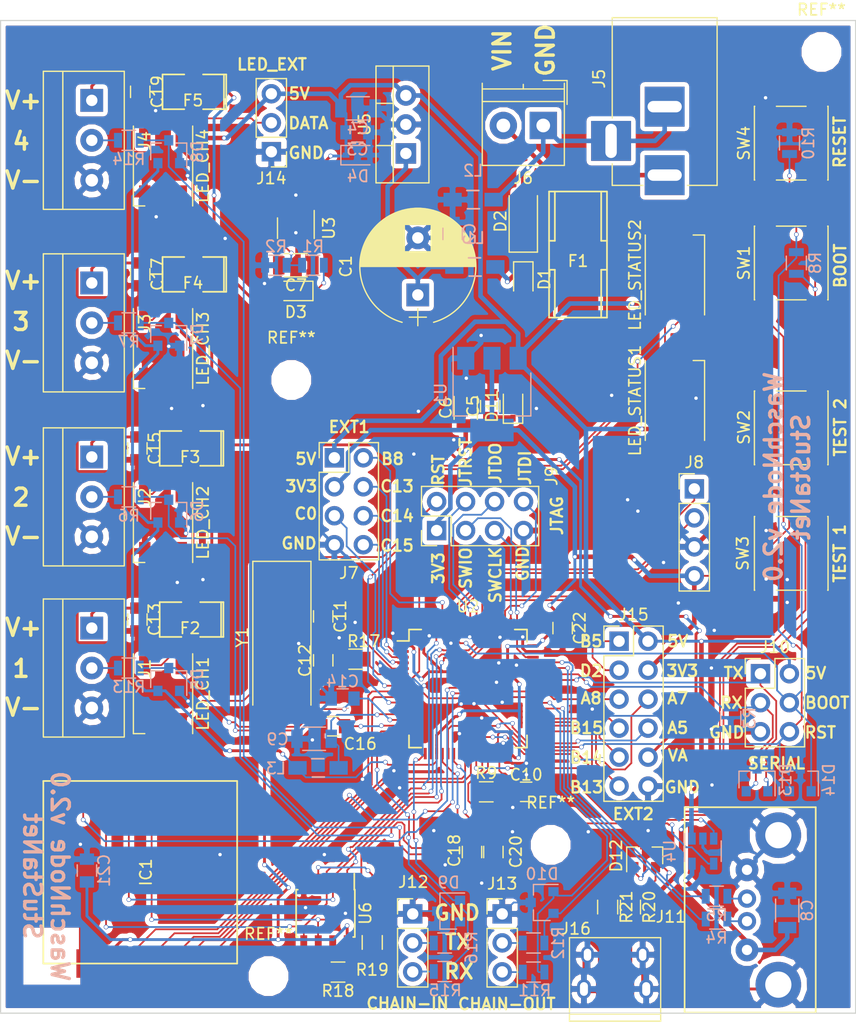
<source format=kicad_pcb>
(kicad_pcb (version 20171130) (host pcbnew 5.0.0)
  (layers (0 F.Cu signal) (31 B.Cu signal) (34 B.Paste user) (35 F.Paste user) (36 B.SilkS user) (37 F.SilkS user) (38 B.Mask user) (39 F.Mask user) (44 Edge.Cuts user))
  (net 0 "")
  (net 1 "Net-(C1-Pad1)")
  (net 2 GND)
  (net 3 +5V)
  (net 4 +3V3)
  (net 5 VDDA)
  (net 6 "Net-(C8-Pad1)")
  (net 7 "Net-(C9-Pad2)")
  (net 8 "Net-(C10-Pad1)")
  (net 9 "Net-(C11-Pad1)")
  (net 10 "Net-(C12-Pad1)")
  (net 11 "Net-(C13-Pad1)")
  (net 12 ADC_CH1)
  (net 13 "Net-(C15-Pad1)")
  (net 14 ADC_CH2)
  (net 15 "Net-(C17-Pad1)")
  (net 16 ADC_CH3)
  (net 17 "Net-(C19-Pad1)")
  (net 18 ADC_CH4)
  (net 19 "Net-(D1-Pad1)")
  (net 20 "Net-(D1-Pad2)")
  (net 21 "Net-(D2-Pad2)")
  (net 22 "Net-(F1-Pad2)")
  (net 23 RFM_RESET)
  (net 24 RFM_GPIO_0)
  (net 25 RFM_GPIO_1)
  (net 26 RFM_GPIO_2)
  (net 27 RFM_GPIO_3)
  (net 28 "Net-(IC1-Pad10)")
  (net 29 "Net-(IC1-Pad11)")
  (net 30 RFM_SPI_SCK)
  (net 31 RFM_SPI_MISO)
  (net 32 RFM_SPI_MOSI)
  (net 33 RFM_SPI_NSS)
  (net 34 "Net-(J1-Pad2)")
  (net 35 "Net-(J2-Pad2)")
  (net 36 "Net-(J3-Pad2)")
  (net 37 "Net-(J4-Pad2)")
  (net 38 PA5)
  (net 39 PA7)
  (net 40 PA8)
  (net 41 PB5)
  (net 42 PB8)
  (net 43 PB15)
  (net 44 PB14)
  (net 45 PB13)
  (net 46 IC2_SDA)
  (net 47 IC2_SCL)
  (net 48 ~RESET)
  (net 49 SWDIO)
  (net 50 NJTRST)
  (net 51 SWCLK)
  (net 52 JTDO)
  (net 53 JTDI)
  (net 54 USART1_TX)
  (net 55 USART1_RX)
  (net 56 BOOT0)
  (net 57 "Net-(J11-Pad3)")
  (net 58 "Net-(J11-Pad2)")
  (net 59 "Net-(J14-Pad2)")
  (net 60 "Net-(LED_CH1-Pad4)")
  (net 61 "Net-(LED_CH1-Pad2)")
  (net 62 "Net-(LED_CH2-Pad2)")
  (net 63 "Net-(LED_CH3-Pad2)")
  (net 64 LED_DATA)
  (net 65 "Net-(LED_STATUS1-Pad2)")
  (net 66 "Net-(R1-Pad2)")
  (net 67 USB_DM)
  (net 68 USB_DP)
  (net 69 "Net-(R9-Pad1)")
  (net 70 USART3_RX)
  (net 71 USART3_TX)
  (net 72 USART2_RX)
  (net 73 USART2_TX)
  (net 74 "Net-(R17-Pad1)")
  (net 75 TEST_SW_2)
  (net 76 TEST_SW_1)
  (net 77 PC13)
  (net 78 PC14)
  (net 79 PC15)
  (net 80 PC0)
  (net 81 USB_PWR_EN)
  (net 82 USB_FAULT)
  (net 83 PD2)
  (net 84 "Net-(J12-Pad2)")
  (net 85 "Net-(J12-Pad3)")
  (net 86 "Net-(J13-Pad2)")
  (net 87 "Net-(J13-Pad3)")
  (net 88 "Net-(R18-Pad2)")
  (net 89 "Net-(R19-Pad2)")
  (net 90 FLASH_CS)
  (net 91 "Net-(J16-Pad2)")
  (net 92 "Net-(J16-Pad3)")
  (net 93 "Net-(J16-Pad4)")
  (module Project_Specific:USB_F_VERT (layer F.Cu) (at 78.5 90.95)
    (fp_text reference J11 (at -6.7 0.6) (layer F.SilkS))
    (fp_text value USB_A)
    (pad 5 thru_hole circle (at 2.72 -6.55) (size 4 4) (drill 2.3) (layers *.Cu *.Mask) (net 2 GND))
    (pad 5 thru_hole circle (at 2.72 6.55) (size 4 4) (drill 2.3) (layers *.Cu *.Mask) (net 2 GND))
    (pad 2 thru_hole circle (at -0.03 0.99) (size 1.6 1.6) (drill 0.9) (layers *.Cu *.Mask) (net 58 "Net-(J11-Pad2)"))
    (pad 1 thru_hole circle (at -0.03 3.51) (size 2 2) (drill 0.9) (layers *.Cu *.Mask) (net 6 "Net-(C8-Pad1)"))
    (pad 3 thru_hole circle (at -0.03 -0.99) (size 1.6 1.6) (drill 0.9) (layers *.Cu *.Mask) (net 57 "Net-(J11-Pad3)"))
    (pad 4 thru_hole circle (at -0.03 -3.51) (size 2 2) (drill 0.9) (layers *.Cu *.Mask) (net 2 GND))
  )
  (module Capacitors_SMD:C_0805 (layer B.Cu) (at 52.65 31.7 90)
    (fp_text reference C2 (at 0 1.5 90) (layer B.SilkS) (effects (justify mirror)))
    (fp_text value C)
    (pad 1 smd rect (at -1 0 90) (size 1 1.25) (layers B.Cu B.Paste B.Mask) (net 1 "Net-(C1-Pad1)"))
    (pad 2 smd rect (at 1 0 90) (size 1 1.25) (layers B.Cu B.Paste B.Mask) (net 2 GND))
  )
  (module Capacitors_SMD:C_0805 (layer B.Cu) (at 44.298649 22.800426)
    (fp_text reference C3 (at 0 1.5) (layer B.SilkS) (effects (justify mirror)))
    (fp_text value C)
    (pad 1 smd rect (at -1 0) (size 1 1.25) (layers B.Cu B.Paste B.Mask) (net 3 +5V))
    (pad 2 smd rect (at 1 0) (size 1 1.25) (layers B.Cu B.Paste B.Mask) (net 2 GND))
  )
  (module Capacitors_SMD:C_1206 (layer B.Cu) (at 44.348649 20.700426)
    (fp_text reference C4 (at 0 1.75) (layer B.SilkS) (effects (justify mirror)))
    (fp_text value C)
    (pad 1 smd rect (at -1.5 0) (size 1 1.6) (layers B.Cu B.Paste B.Mask) (net 3 +5V))
    (pad 2 smd rect (at 1.5 0) (size 1 1.6) (layers B.Cu B.Paste B.Mask) (net 2 GND))
  )
  (module Capacitors_SMD:C_0805 (layer F.Cu) (at 55.95 46.8 90)
    (fp_text reference C5 (at 0 -1.5 90) (layer F.SilkS))
    (fp_text value C)
    (pad 1 smd rect (at -1 0 90) (size 1 1.25) (layers F.Cu F.Paste F.Mask) (net 4 +3V3))
    (pad 2 smd rect (at 1 0 90) (size 1 1.25) (layers F.Cu F.Paste F.Mask) (net 2 GND))
  )
  (module Capacitors_SMD:C_1206 (layer F.Cu) (at 53.8 46.95 90)
    (fp_text reference C6 (at 0 -1.75 90) (layer F.SilkS))
    (fp_text value C)
    (pad 1 smd rect (at -1.5 0 90) (size 1 1.6) (layers F.Cu F.Paste F.Mask) (net 4 +3V3))
    (pad 2 smd rect (at 1.5 0 90) (size 1 1.6) (layers F.Cu F.Paste F.Mask) (net 2 GND))
  )
  (module Capacitors_SMD:C_1206 (layer F.Cu) (at 38.9 34.45 180)
    (fp_text reference C7 (at 0 -1.75 180) (layer F.SilkS))
    (fp_text value C)
    (pad 1 smd rect (at -1.5 0 180) (size 1 1.6) (layers F.Cu F.Paste F.Mask) (net 5 VDDA))
    (pad 2 smd rect (at 1.5 0 180) (size 1 1.6) (layers F.Cu F.Paste F.Mask) (net 2 GND))
  )
  (module Capacitors_SMD:C_1206 (layer B.Cu) (at 82 91 90)
    (fp_text reference C8 (at 0 1.75 90) (layer B.SilkS) (effects (justify mirror)))
    (fp_text value C)
    (pad 1 smd rect (at -1.5 0 90) (size 1 1.6) (layers B.Cu B.Paste B.Mask) (net 6 "Net-(C8-Pad1)"))
    (pad 2 smd rect (at 1.5 0 90) (size 1 1.6) (layers B.Cu B.Paste B.Mask) (net 2 GND))
  )
  (module Capacitors_SMD:C_1206 (layer B.Cu) (at 40.5 75.95)
    (fp_text reference C9 (at -3.2 0.05) (layer B.SilkS) (effects (justify mirror)))
    (fp_text value C)
    (pad 2 smd rect (at 1.5 0) (size 1 1.6) (layers B.Cu B.Paste B.Mask) (net 7 "Net-(C9-Pad2)"))
    (pad 1 smd rect (at -1.5 0) (size 1 1.6) (layers B.Cu B.Paste B.Mask) (net 2 GND))
  )
  (module Capacitors_SMD:C_0805 (layer F.Cu) (at 59.1 80.6)
    (fp_text reference C10 (at 0 -1.5) (layer F.SilkS))
    (fp_text value 2.2u)
    (pad 1 smd rect (at -1 0) (size 1 1.25) (layers F.Cu F.Paste F.Mask) (net 8 "Net-(C10-Pad1)"))
    (pad 2 smd rect (at 1 0) (size 1 1.25) (layers F.Cu F.Paste F.Mask) (net 2 GND))
  )
  (module Capacitors_SMD:C_0805 (layer F.Cu) (at 41.3 65.225 270)
    (fp_text reference C11 (at 0 -1.5 270) (layer F.SilkS))
    (fp_text value 10p)
    (pad 1 smd rect (at -1 0 270) (size 1 1.25) (layers F.Cu F.Paste F.Mask) (net 9 "Net-(C11-Pad1)"))
    (pad 2 smd rect (at 1 0 270) (size 1 1.25) (layers F.Cu F.Paste F.Mask) (net 2 GND))
  )
  (module Capacitors_SMD:C_0805 (layer F.Cu) (at 41.3 69.075 90)
    (fp_text reference C12 (at -0.025 -1.6 90) (layer F.SilkS))
    (fp_text value 10p)
    (pad 1 smd rect (at -1 0 90) (size 1 1.25) (layers F.Cu F.Paste F.Mask) (net 10 "Net-(C12-Pad1)"))
    (pad 2 smd rect (at 1 0 90) (size 1 1.25) (layers F.Cu F.Paste F.Mask) (net 2 GND))
  )
  (module Capacitors_SMD:C_0805 (layer F.Cu) (at 25 65.5 270)
    (fp_text reference C13 (at 0 -1.5 270) (layer F.SilkS))
    (fp_text value 10u)
    (pad 1 smd rect (at -1 0 270) (size 1 1.25) (layers F.Cu F.Paste F.Mask) (net 11 "Net-(C13-Pad1)"))
    (pad 2 smd rect (at 1 0 270) (size 1 1.25) (layers F.Cu F.Paste F.Mask) (net 2 GND))
  )
  (module Capacitors_SMD:C_0805 (layer B.Cu) (at 43 72.425 180)
    (fp_text reference C14 (at 0 1.5 180) (layer B.SilkS) (effects (justify mirror)))
    (fp_text value 100n)
    (pad 1 smd rect (at -1 0 180) (size 1 1.25) (layers B.Cu B.Paste B.Mask) (net 12 ADC_CH1))
    (pad 2 smd rect (at 1 0 180) (size 1 1.25) (layers B.Cu B.Paste B.Mask) (net 2 GND))
  )
  (module Capacitors_SMD:C_0805 (layer F.Cu) (at 25 50.5 270)
    (fp_text reference C15 (at 0 -1.5 270) (layer F.SilkS))
    (fp_text value 10u)
    (pad 1 smd rect (at -1 0 270) (size 1 1.25) (layers F.Cu F.Paste F.Mask) (net 13 "Net-(C15-Pad1)"))
    (pad 2 smd rect (at 1 0 270) (size 1 1.25) (layers F.Cu F.Paste F.Mask) (net 2 GND))
  )
  (module Capacitors_SMD:C_0805 (layer F.Cu) (at 42.175 74.85 180)
    (fp_text reference C16 (at -2.375 -1.55 180) (layer F.SilkS))
    (fp_text value 100n)
    (pad 1 smd rect (at -1 0 180) (size 1 1.25) (layers F.Cu F.Paste F.Mask) (net 14 ADC_CH2))
    (pad 2 smd rect (at 1 0 180) (size 1 1.25) (layers F.Cu F.Paste F.Mask) (net 2 GND))
  )
  (module Capacitors_SMD:C_0805 (layer F.Cu) (at 25.25 35.25 270)
    (fp_text reference C17 (at 0 -1.5 270) (layer F.SilkS))
    (fp_text value 10u)
    (pad 1 smd rect (at -1 0 270) (size 1 1.25) (layers F.Cu F.Paste F.Mask) (net 15 "Net-(C17-Pad1)"))
    (pad 2 smd rect (at 1 0 270) (size 1 1.25) (layers F.Cu F.Paste F.Mask) (net 2 GND))
  )
  (module Capacitors_SMD:C_0805 (layer F.Cu) (at 54.35 85.875 270)
    (fp_text reference C18 (at -0.125 1.55 270) (layer F.SilkS))
    (fp_text value 100n)
    (pad 1 smd rect (at -1 0 270) (size 1 1.25) (layers F.Cu F.Paste F.Mask) (net 16 ADC_CH3))
    (pad 2 smd rect (at 1 0 270) (size 1 1.25) (layers F.Cu F.Paste F.Mask) (net 2 GND))
  )
  (module Capacitors_SMD:C_0805 (layer F.Cu) (at 25.25 19.25 270)
    (fp_text reference C19 (at 0 -1.5 270) (layer F.SilkS))
    (fp_text value 10u)
    (pad 1 smd rect (at -1 0 270) (size 1 1.25) (layers F.Cu F.Paste F.Mask) (net 17 "Net-(C19-Pad1)"))
    (pad 2 smd rect (at 1 0 270) (size 1 1.25) (layers F.Cu F.Paste F.Mask) (net 2 GND))
  )
  (module Capacitors_SMD:C_0805 (layer F.Cu) (at 56.225 85.875 270)
    (fp_text reference C20 (at -0.025 -1.975 270) (layer F.SilkS))
    (fp_text value 100n)
    (pad 1 smd rect (at -1 0 270) (size 1 1.25) (layers F.Cu F.Paste F.Mask) (net 18 ADC_CH4))
    (pad 2 smd rect (at 1 0 270) (size 1 1.25) (layers F.Cu F.Paste F.Mask) (net 2 GND))
  )
  (module Diodes_SMD:D_SOD-323 (layer F.Cu) (at 58.85 35.65 270)
    (fp_text reference D1 (at 0 -1.85 270) (layer F.SilkS))
    (fp_text value D_Schottky)
    (pad 1 smd rect (at -1.05 0 270) (size 0.6 0.45) (layers F.Cu F.Paste F.Mask) (net 19 "Net-(D1-Pad1)"))
    (pad 2 smd rect (at 1.05 0 270) (size 0.6 0.45) (layers F.Cu F.Paste F.Mask) (net 20 "Net-(D1-Pad2)"))
  )
  (module Diodes_SMD:D_2010 (layer F.Cu) (at 58.85 30.6 90)
    (fp_text reference D2 (at 0 -2 90) (layer F.SilkS))
    (fp_text value "TVS 32V")
    (pad 1 smd rect (at -1.935 0 90) (size 1.27 1.47) (layers F.Cu F.Paste F.Mask) (net 19 "Net-(D1-Pad1)"))
    (pad 2 smd rect (at 1.935 0 90) (size 1.27 1.47) (layers F.Cu F.Paste F.Mask) (net 21 "Net-(D2-Pad2)"))
  )
  (module Diodes_SMD:D_SOD-323 (layer F.Cu) (at 38.9 36.7 180)
    (fp_text reference D3 (at 0 -1.85 180) (layer F.SilkS))
    (fp_text value "TVS 5.1V")
    (pad 1 smd rect (at -1.05 0 180) (size 0.6 0.45) (layers F.Cu F.Paste F.Mask) (net 5 VDDA))
    (pad 2 smd rect (at 1.05 0 180) (size 0.6 0.45) (layers F.Cu F.Paste F.Mask) (net 2 GND))
  )
  (module Diodes_SMD:D_SOD-323 (layer B.Cu) (at 44.348649 24.800426)
    (fp_text reference D4 (at 0 1.85) (layer B.SilkS) (effects (justify mirror)))
    (fp_text value "TVS 5.5V")
    (pad 1 smd rect (at -1.05 0) (size 0.6 0.45) (layers B.Cu B.Paste B.Mask) (net 3 +5V))
    (pad 2 smd rect (at 1.05 0) (size 0.6 0.45) (layers B.Cu B.Paste B.Mask) (net 2 GND))
  )
  (module TO_SOT_Packages_SMD:SOT-23 (layer B.Cu) (at 27.75 70.75 90)
    (fp_text reference D5 (at 0 2.5 90) (layer B.SilkS) (effects (justify mirror)))
    (fp_text value D_Schottky_x2_Serial_AKC)
    (pad 1 smd rect (at -1 0.95 90) (size 0.9 0.8) (layers B.Cu B.Paste B.Mask) (net 2 GND))
    (pad 2 smd rect (at -1 -0.95 90) (size 0.9 0.8) (layers B.Cu B.Paste B.Mask) (net 4 +3V3))
    (pad 3 smd rect (at 1 0 90) (size 0.9 0.8) (layers B.Cu B.Paste B.Mask) (net 12 ADC_CH1))
  )
  (module TO_SOT_Packages_SMD:SOT-23 (layer B.Cu) (at 27.75 56 90)
    (fp_text reference D6 (at 0 2.5 90) (layer B.SilkS) (effects (justify mirror)))
    (fp_text value D_Schottky_x2_Serial_AKC)
    (pad 1 smd rect (at -1 0.95 90) (size 0.9 0.8) (layers B.Cu B.Paste B.Mask) (net 2 GND))
    (pad 2 smd rect (at -1 -0.95 90) (size 0.9 0.8) (layers B.Cu B.Paste B.Mask) (net 4 +3V3))
    (pad 3 smd rect (at 1 0 90) (size 0.9 0.8) (layers B.Cu B.Paste B.Mask) (net 14 ADC_CH2))
  )
  (module TO_SOT_Packages_SMD:SOT-23 (layer B.Cu) (at 27.75 40.5 90)
    (fp_text reference D7 (at 0 2.5 90) (layer B.SilkS) (effects (justify mirror)))
    (fp_text value D_Schottky_x2_Serial_AKC)
    (pad 1 smd rect (at -1 0.95 90) (size 0.9 0.8) (layers B.Cu B.Paste B.Mask) (net 2 GND))
    (pad 2 smd rect (at -1 -0.95 90) (size 0.9 0.8) (layers B.Cu B.Paste B.Mask) (net 4 +3V3))
    (pad 3 smd rect (at 1 0 90) (size 0.9 0.8) (layers B.Cu B.Paste B.Mask) (net 16 ADC_CH3))
  )
  (module TO_SOT_Packages_SMD:SOT-23 (layer B.Cu) (at 27.75 24.5 90)
    (fp_text reference D8 (at 0 2.5 90) (layer B.SilkS) (effects (justify mirror)))
    (fp_text value D_Schottky_x2_Serial_AKC)
    (pad 1 smd rect (at -1 0.95 90) (size 0.9 0.8) (layers B.Cu B.Paste B.Mask) (net 2 GND))
    (pad 2 smd rect (at -1 -0.95 90) (size 0.9 0.8) (layers B.Cu B.Paste B.Mask) (net 4 +3V3))
    (pad 3 smd rect (at 1 0 90) (size 0.9 0.8) (layers B.Cu B.Paste B.Mask) (net 18 ADC_CH4))
  )
  (module SMD_Packages:Fuse_SMD (layer F.Cu) (at 63.65 33.575 180)
    (fp_text reference F1 (at 0 -0.508 180) (layer F.SilkS))
    (fp_text value Fuse)
    (pad 1 smd rect (at 0 -3.175 180) (size 3.556 4.191) (layers F.Cu F.Paste F.Mask) (net 20 "Net-(D1-Pad2)"))
    (pad 2 smd rect (at 0 3.175 180) (size 3.556 4.191) (layers F.Cu F.Paste F.Mask) (net 22 "Net-(F1-Pad2)"))
  )
  (module SMD_Packages:SMD-1210_Pol (layer F.Cu) (at 29.75 65.5 180)
    (fp_text reference F2 (at 0.127 -0.762 180) (layer F.SilkS))
    (fp_text value Polyfuse)
    (pad 1 smd rect (at -1.778 0 180) (size 1.778 2.794) (layers F.Cu F.Paste F.Mask) (net 5 VDDA))
    (pad 2 smd rect (at 1.778 0 180) (size 1.778 2.794) (layers F.Cu F.Paste F.Mask) (net 11 "Net-(C13-Pad1)"))
  )
  (module SMD_Packages:SMD-1210_Pol (layer F.Cu) (at 29.75 50.5 180)
    (fp_text reference F3 (at 0.127 -0.762 180) (layer F.SilkS))
    (fp_text value Polyfuse)
    (pad 1 smd rect (at -1.778 0 180) (size 1.778 2.794) (layers F.Cu F.Paste F.Mask) (net 5 VDDA))
    (pad 2 smd rect (at 1.778 0 180) (size 1.778 2.794) (layers F.Cu F.Paste F.Mask) (net 13 "Net-(C15-Pad1)"))
  )
  (module SMD_Packages:SMD-1210_Pol (layer F.Cu) (at 30 35.25 180)
    (fp_text reference F4 (at 0.127 -0.762 180) (layer F.SilkS))
    (fp_text value Polyfuse)
    (pad 1 smd rect (at -1.778 0 180) (size 1.778 2.794) (layers F.Cu F.Paste F.Mask) (net 5 VDDA))
    (pad 2 smd rect (at 1.778 0 180) (size 1.778 2.794) (layers F.Cu F.Paste F.Mask) (net 15 "Net-(C17-Pad1)"))
  )
  (module Project_Specific:Ra-01 (layer F.Cu) (at 25.25 87.65 90)
    (fp_text reference IC1 (at 0 0.5 90) (layer F.SilkS))
    (fp_text value Ra-01)
    (pad 2 smd rect (at -8 -5 90) (size 2.5 1.2) (layers F.Cu F.Paste F.Mask) (net 2 GND))
    (pad 3 smd rect (at -8 -3 90) (size 2.5 1.2) (layers F.Cu F.Paste F.Mask) (net 4 +3V3))
    (pad 4 smd rect (at -8 -1 90) (size 2.5 1.2) (layers F.Cu F.Paste F.Mask) (net 23 RFM_RESET))
    (pad 5 smd rect (at -8 1 90) (size 2.5 1.2) (layers F.Cu F.Paste F.Mask) (net 24 RFM_GPIO_0))
    (pad 6 smd rect (at -8 3 90) (size 2.5 1.2) (layers F.Cu F.Paste F.Mask) (net 25 RFM_GPIO_1))
    (pad 7 smd rect (at -8 5 90) (size 2.5 1.2) (layers F.Cu F.Paste F.Mask) (net 26 RFM_GPIO_2))
    (pad 8 smd rect (at -8 7 90) (size 2.5 1.2) (layers F.Cu F.Paste F.Mask) (net 27 RFM_GPIO_3))
    (pad 9 smd rect (at 8 7 90) (size 2.5 1.2) (layers F.Cu F.Paste F.Mask) (net 2 GND))
    (pad 10 smd rect (at 8 5 90) (size 2.5 1.2) (layers F.Cu F.Paste F.Mask) (net 28 "Net-(IC1-Pad10)"))
    (pad 11 smd rect (at 8 3 90) (size 2.5 1.2) (layers F.Cu F.Paste F.Mask) (net 29 "Net-(IC1-Pad11)"))
    (pad 12 smd rect (at 8 1 90) (size 2.5 1.2) (layers F.Cu F.Paste F.Mask) (net 30 RFM_SPI_SCK))
    (pad 13 smd rect (at 8 -1 90) (size 2.5 1.2) (layers F.Cu F.Paste F.Mask) (net 31 RFM_SPI_MISO))
    (pad 14 smd rect (at 8 -3 90) (size 2.5 1.2) (layers F.Cu F.Paste F.Mask) (net 32 RFM_SPI_MOSI))
    (pad 15 smd rect (at 8 -5 90) (size 2.5 1.2) (layers F.Cu F.Paste F.Mask) (net 33 RFM_SPI_NSS))
    (pad 16 smd rect (at 8 -7 90) (size 2.5 1.2) (layers F.Cu F.Paste F.Mask) (net 2 GND))
  )
  (module Connectors:BARREL_JACK (layer F.Cu) (at 71.25 26.55 270)
    (fp_text reference J5 (at -8.45 5.75 90) (layer F.SilkS))
    (fp_text value Jack-DC)
    (pad 1 thru_hole rect (at 0 0 270) (size 3.5 3.5) (drill oval 1 3) (layers *.Cu *.Mask) (net 22 "Net-(F1-Pad2)"))
    (pad 2 thru_hole rect (at -6 0 270) (size 3.5 3.5) (drill oval 1 3) (layers *.Cu *.Mask) (net 21 "Net-(D2-Pad2)"))
    (pad 3 thru_hole rect (at -3 4.7 270) (size 3.5 3.5) (drill oval 3 1) (layers *.Cu *.Mask) (net 21 "Net-(D2-Pad2)"))
  )
  (module Connectors_Terminal_Blocks:TerminalBlock_4UCON_19963_02x3.5mm_Straight (layer F.Cu) (at 60.6 22.2 180)
    (fp_text reference J6 (at 1.75 -4.6 180) (layer F.SilkS))
    (fp_text value PWR)
    (pad 1 thru_hole rect (at 0 0 180) (size 2.4 2.4) (drill 1.2) (layers *.Cu *.Mask) (net 21 "Net-(D2-Pad2)"))
    (pad 2 thru_hole circle (at 3.5 0 180) (size 2.4 2.4) (drill 1.2) (layers *.Cu *.Mask) (net 22 "Net-(F1-Pad2)"))
  )
  (module Pin_Headers:Pin_Header_Straight_1x04_Pitch2.54mm (layer F.Cu) (at 73.85 54.05)
    (fp_text reference J8 (at 0 -2.33) (layer F.SilkS))
    (fp_text value I2C)
    (pad 1 thru_hole rect (at 0 0) (size 1.7 1.7) (drill 1) (layers *.Cu *.Mask) (net 46 IC2_SDA))
    (pad 2 thru_hole oval (at 0 2.54) (size 1.7 1.7) (drill 1) (layers *.Cu *.Mask) (net 47 IC2_SCL))
    (pad 3 thru_hole oval (at 0 5.08) (size 1.7 1.7) (drill 1) (layers *.Cu *.Mask) (net 2 GND))
    (pad 4 thru_hole oval (at 0 7.62) (size 1.7 1.7) (drill 1) (layers *.Cu *.Mask) (net 4 +3V3))
  )
  (module Pin_Headers:Pin_Header_Straight_2x04_Pitch2.54mm (layer F.Cu) (at 51.25 57.7 90)
    (fp_text reference J9 (at 4.775 10.075 90) (layer F.SilkS))
    (fp_text value Conn_02x04_Odd_Even hide)
    (pad 1 thru_hole rect (at 0 0 90) (size 1.7 1.7) (drill 1) (layers *.Cu *.Mask) (net 4 +3V3))
    (pad 2 thru_hole oval (at 2.54 0 90) (size 1.7 1.7) (drill 1) (layers *.Cu *.Mask) (net 48 ~RESET))
    (pad 3 thru_hole oval (at 0 2.54 90) (size 1.7 1.7) (drill 1) (layers *.Cu *.Mask) (net 49 SWDIO))
    (pad 4 thru_hole oval (at 2.54 2.54 90) (size 1.7 1.7) (drill 1) (layers *.Cu *.Mask) (net 50 NJTRST))
    (pad 5 thru_hole oval (at 0 5.08 90) (size 1.7 1.7) (drill 1) (layers *.Cu *.Mask) (net 51 SWCLK))
    (pad 6 thru_hole oval (at 2.54 5.08 90) (size 1.7 1.7) (drill 1) (layers *.Cu *.Mask) (net 52 JTDO))
    (pad 7 thru_hole oval (at 0 7.62 90) (size 1.7 1.7) (drill 1) (layers *.Cu *.Mask) (net 2 GND))
    (pad 8 thru_hole oval (at 2.54 7.62 90) (size 1.7 1.7) (drill 1) (layers *.Cu *.Mask) (net 53 JTDI))
  )
  (module Pin_Headers:Pin_Header_Straight_2x03_Pitch2.54mm (layer F.Cu) (at 79.65 70.25)
    (fp_text reference J10 (at 1.27 -2.33) (layer F.SilkS))
    (fp_text value Conn_02x03_Odd_Even hide)
    (pad 1 thru_hole rect (at 0 0) (size 1.7 1.7) (drill 1) (layers *.Cu *.Mask) (net 54 USART1_TX))
    (pad 2 thru_hole oval (at 2.54 0) (size 1.7 1.7) (drill 1) (layers *.Cu *.Mask) (net 3 +5V))
    (pad 3 thru_hole oval (at 0 2.54) (size 1.7 1.7) (drill 1) (layers *.Cu *.Mask) (net 55 USART1_RX))
    (pad 4 thru_hole oval (at 2.54 2.54) (size 1.7 1.7) (drill 1) (layers *.Cu *.Mask) (net 56 BOOT0))
    (pad 5 thru_hole oval (at 0 5.08) (size 1.7 1.7) (drill 1) (layers *.Cu *.Mask) (net 2 GND))
    (pad 6 thru_hole oval (at 2.54 5.08) (size 1.7 1.7) (drill 1) (layers *.Cu *.Mask) (net 48 ~RESET))
  )
  (module Choke_SMD:Choke_SMD_1206_Standard (layer B.Cu) (at 54.45 28.7 180)
    (fp_text reference L2 (at 0 2.54 180) (layer B.SilkS) (effects (justify mirror)))
    (fp_text value L)
    (pad 1 smd rect (at -1.80086 0 180) (size 1.6002 1.19888) (layers B.Cu B.Paste B.Mask) (net 21 "Net-(D2-Pad2)"))
    (pad 2 smd rect (at 1.80086 0 180) (size 1.6002 1.19888) (layers B.Cu B.Paste B.Mask) (net 2 GND))
  )
  (module LEDs:LED_WS2812B-PLCC4 (layer F.Cu) (at 27.25 72 270)
    (fp_text reference LED_CH1 (at 0 -3.5 270) (layer F.SilkS))
    (fp_text value WS2812)
    (pad 3 smd rect (at 2.5 1.6 270) (size 1.6 1) (layers F.Cu F.Paste F.Mask) (net 2 GND))
    (pad 4 smd rect (at 2.5 -1.6 270) (size 1.6 1) (layers F.Cu F.Paste F.Mask) (net 60 "Net-(LED_CH1-Pad4)"))
    (pad 2 smd rect (at -2.5 1.6 270) (size 1.6 1) (layers F.Cu F.Paste F.Mask) (net 61 "Net-(LED_CH1-Pad2)"))
    (pad 1 smd rect (at -2.5 -1.6 270) (size 1.6 1) (layers F.Cu F.Paste F.Mask) (net 3 +5V))
  )
  (module LEDs:LED_WS2812B-PLCC4 (layer F.Cu) (at 27.25 25.75 270)
    (fp_text reference LED_CH4 (at 0 -3.5 270) (layer F.SilkS))
    (fp_text value WS2812)
    (pad 3 smd rect (at 2.5 1.6 270) (size 1.6 1) (layers F.Cu F.Paste F.Mask) (net 2 GND))
    (pad 4 smd rect (at 2.5 -1.6 270) (size 1.6 1) (layers F.Cu F.Paste F.Mask) (net 63 "Net-(LED_CH3-Pad2)"))
    (pad 2 smd rect (at -2.5 1.6 270) (size 1.6 1) (layers F.Cu F.Paste F.Mask) (net 59 "Net-(J14-Pad2)"))
    (pad 1 smd rect (at -2.5 -1.6 270) (size 1.6 1) (layers F.Cu F.Paste F.Mask) (net 3 +5V))
  )
  (module Buttons_Switches_SMD:SW_SPST_PTS645 (layer F.Cu) (at 82.35 34.25 270)
    (fp_text reference SW1 (at 0 4.15 270) (layer F.SilkS))
    (fp_text value BOOT hide)
    (pad 2 smd rect (at -3.98 2.25 270) (size 1.55 1.3) (layers F.Cu F.Paste F.Mask) (net 56 BOOT0))
    (pad 1 smd rect (at -3.98 -2.25 270) (size 1.55 1.3) (layers F.Cu F.Paste F.Mask) (net 4 +3V3))
    (pad 1 smd rect (at 3.98 -2.25 270) (size 1.55 1.3) (layers F.Cu F.Paste F.Mask) (net 4 +3V3))
    (pad 2 smd rect (at 3.98 2.25 270) (size 1.55 1.3) (layers F.Cu F.Paste F.Mask) (net 56 BOOT0))
  )
  (module Buttons_Switches_SMD:SW_SPST_PTS645 (layer F.Cu) (at 82.35 48.7 270)
    (fp_text reference SW2 (at -0.05 4.15 270) (layer F.SilkS))
    (fp_text value TEST2 hide)
    (pad 2 smd rect (at -3.98 2.25 270) (size 1.55 1.3) (layers F.Cu F.Paste F.Mask) (net 2 GND))
    (pad 1 smd rect (at -3.98 -2.25 270) (size 1.55 1.3) (layers F.Cu F.Paste F.Mask) (net 75 TEST_SW_2))
    (pad 1 smd rect (at 3.98 -2.25 270) (size 1.55 1.3) (layers F.Cu F.Paste F.Mask) (net 75 TEST_SW_2))
    (pad 2 smd rect (at 3.98 2.25 270) (size 1.55 1.3) (layers F.Cu F.Paste F.Mask) (net 2 GND))
  )
  (module Buttons_Switches_SMD:SW_SPST_PTS645 (layer F.Cu) (at 82.35 59.7 270)
    (fp_text reference SW3 (at 0 4.25 270) (layer F.SilkS))
    (fp_text value TEST1 hide)
    (pad 2 smd rect (at -3.98 2.25 270) (size 1.55 1.3) (layers F.Cu F.Paste F.Mask) (net 2 GND))
    (pad 1 smd rect (at -3.98 -2.25 270) (size 1.55 1.3) (layers F.Cu F.Paste F.Mask) (net 76 TEST_SW_1))
    (pad 1 smd rect (at 3.98 -2.25 270) (size 1.55 1.3) (layers F.Cu F.Paste F.Mask) (net 76 TEST_SW_1))
    (pad 2 smd rect (at 3.98 2.25 270) (size 1.55 1.3) (layers F.Cu F.Paste F.Mask) (net 2 GND))
  )
  (module TO_SOT_Packages_SMD:SOT-223-3Lead_TabPin2 (layer B.Cu) (at 56.1 45.75 270)
    (fp_text reference U1 (at 0 4.5 270) (layer B.SilkS) (effects (justify mirror)))
    (fp_text value AZ1117-3.3)
    (pad 2 smd rect (at 3.15 0 270) (size 2 3.8) (layers B.Cu B.Paste B.Mask) (net 4 +3V3))
    (pad 2 smd rect (at -3.15 0 270) (size 2 1.5) (layers B.Cu B.Paste B.Mask) (net 4 +3V3))
    (pad 3 smd rect (at -3.15 -2.3 270) (size 2 1.5) (layers B.Cu B.Paste B.Mask) (net 3 +5V))
    (pad 1 smd rect (at -3.15 2.3 270) (size 2 1.5) (layers B.Cu B.Paste B.Mask) (net 2 GND))
  )
  (module Housings_QFP:LQFP-64_10x10mm_Pitch0.5mm (layer F.Cu) (at 54 71.55)
    (fp_text reference U2 (at 0 -7.2) (layer F.SilkS))
    (fp_text value STM32F401RBT6 hide)
    (pad 64 smd rect (at -3.75 -5.7 90) (size 1 0.25) (layers F.Cu F.Paste F.Mask) (net 4 +3V3))
    (pad 63 smd rect (at -3.25 -5.7 90) (size 1 0.25) (layers F.Cu F.Paste F.Mask) (net 2 GND))
    (pad 62 smd rect (at -2.75 -5.7 90) (size 1 0.25) (layers F.Cu F.Paste F.Mask) (net 90 FLASH_CS))
    (pad 61 smd rect (at -2.25 -5.7 90) (size 1 0.25) (layers F.Cu F.Paste F.Mask) (net 42 PB8))
    (pad 60 smd rect (at -1.75 -5.7 90) (size 1 0.25) (layers F.Cu F.Paste F.Mask) (net 56 BOOT0))
    (pad 59 smd rect (at -1.25 -5.7 90) (size 1 0.25) (layers F.Cu F.Paste F.Mask) (net 46 IC2_SDA))
    (pad 58 smd rect (at -0.75 -5.7 90) (size 1 0.25) (layers F.Cu F.Paste F.Mask) (net 47 IC2_SCL))
    (pad 57 smd rect (at -0.25 -5.7 90) (size 1 0.25) (layers F.Cu F.Paste F.Mask) (net 41 PB5))
    (pad 56 smd rect (at 0.25 -5.7 90) (size 1 0.25) (layers F.Cu F.Paste F.Mask) (net 50 NJTRST))
    (pad 55 smd rect (at 0.75 -5.7 90) (size 1 0.25) (layers F.Cu F.Paste F.Mask) (net 52 JTDO))
    (pad 54 smd rect (at 1.25 -5.7 90) (size 1 0.25) (layers F.Cu F.Paste F.Mask) (net 83 PD2))
    (pad 53 smd rect (at 1.75 -5.7 90) (size 1 0.25) (layers F.Cu F.Paste F.Mask) (net 32 RFM_SPI_MOSI))
    (pad 52 smd rect (at 2.25 -5.7 90) (size 1 0.25) (layers F.Cu F.Paste F.Mask) (net 31 RFM_SPI_MISO))
    (pad 51 smd rect (at 2.75 -5.7 90) (size 1 0.25) (layers F.Cu F.Paste F.Mask) (net 30 RFM_SPI_SCK))
    (pad 50 smd rect (at 3.25 -5.7 90) (size 1 0.25) (layers F.Cu F.Paste F.Mask) (net 53 JTDI))
    (pad 49 smd rect (at 3.75 -5.7 90) (size 1 0.25) (layers F.Cu F.Paste F.Mask) (net 51 SWCLK))
    (pad 48 smd rect (at 5.7 -3.75) (size 1 0.25) (layers F.Cu F.Paste F.Mask) (net 4 +3V3))
    (pad 47 smd rect (at 5.7 -3.25) (size 1 0.25) (layers F.Cu F.Paste F.Mask) (net 2 GND))
    (pad 46 smd rect (at 5.7 -2.75) (size 1 0.25) (layers F.Cu F.Paste F.Mask) (net 49 SWDIO))
    (pad 45 smd rect (at 5.7 -2.25) (size 1 0.25) (layers F.Cu F.Paste F.Mask) (net 68 USB_DP))
    (pad 44 smd rect (at 5.7 -1.75) (size 1 0.25) (layers F.Cu F.Paste F.Mask) (net 67 USB_DM))
    (pad 43 smd rect (at 5.7 -1.25) (size 1 0.25) (layers F.Cu F.Paste F.Mask) (net 55 USART1_RX))
    (pad 42 smd rect (at 5.7 -0.75) (size 1 0.25) (layers F.Cu F.Paste F.Mask) (net 54 USART1_TX))
    (pad 41 smd rect (at 5.7 -0.25) (size 1 0.25) (layers F.Cu F.Paste F.Mask) (net 40 PA8))
    (pad 40 smd rect (at 5.7 0.25) (size 1 0.25) (layers F.Cu F.Paste F.Mask) (net 33 RFM_SPI_NSS))
    (pad 39 smd rect (at 5.7 0.75) (size 1 0.25) (layers F.Cu F.Paste F.Mask) (net 23 RFM_RESET))
    (pad 38 smd rect (at 5.7 1.25) (size 1 0.25) (layers F.Cu F.Paste F.Mask) (net 70 USART3_RX))
    (pad 37 smd rect (at 5.7 1.75) (size 1 0.25) (layers F.Cu F.Paste F.Mask) (net 71 USART3_TX))
    (pad 36 smd rect (at 5.7 2.25) (size 1 0.25) (layers F.Cu F.Paste F.Mask) (net 43 PB15))
    (pad 35 smd rect (at 5.7 2.75) (size 1 0.25) (layers F.Cu F.Paste F.Mask) (net 44 PB14))
    (pad 34 smd rect (at 5.7 3.25) (size 1 0.25) (layers F.Cu F.Paste F.Mask) (net 45 PB13))
    (pad 33 smd rect (at 5.7 3.75) (size 1 0.25) (layers F.Cu F.Paste F.Mask) (net 75 TEST_SW_2))
    (pad 32 smd rect (at 3.75 5.7 90) (size 1 0.25) (layers F.Cu F.Paste F.Mask) (net 4 +3V3))
    (pad 31 smd rect (at 3.25 5.7 90) (size 1 0.25) (layers F.Cu F.Paste F.Mask) (net 2 GND))
    (pad 30 smd rect (at 2.75 5.7 90) (size 1 0.25) (layers F.Cu F.Paste F.Mask) (net 8 "Net-(C10-Pad1)"))
    (pad 29 smd rect (at 2.25 5.7 90) (size 1 0.25) (layers F.Cu F.Paste F.Mask) (net 76 TEST_SW_1))
    (pad 28 smd rect (at 1.75 5.7 90) (size 1 0.25) (layers F.Cu F.Paste F.Mask) (net 69 "Net-(R9-Pad1)"))
    (pad 27 smd rect (at 1.25 5.7 90) (size 1 0.25) (layers F.Cu F.Paste F.Mask) (net 82 USB_FAULT))
    (pad 26 smd rect (at 0.75 5.7 90) (size 1 0.25) (layers F.Cu F.Paste F.Mask) (net 81 USB_PWR_EN))
    (pad 25 smd rect (at 0.25 5.7 90) (size 1 0.25) (layers F.Cu F.Paste F.Mask) (net 27 RFM_GPIO_3))
    (pad 24 smd rect (at -0.25 5.7 90) (size 1 0.25) (layers F.Cu F.Paste F.Mask) (net 26 RFM_GPIO_2))
    (pad 23 smd rect (at -0.75 5.7 90) (size 1 0.25) (layers F.Cu F.Paste F.Mask) (net 39 PA7))
    (pad 22 smd rect (at -1.25 5.7 90) (size 1 0.25) (layers F.Cu F.Paste F.Mask) (net 18 ADC_CH4))
    (pad 21 smd rect (at -1.75 5.7 90) (size 1 0.25) (layers F.Cu F.Paste F.Mask) (net 38 PA5))
    (pad 20 smd rect (at -2.25 5.7 90) (size 1 0.25) (layers F.Cu F.Paste F.Mask) (net 16 ADC_CH3))
    (pad 19 smd rect (at -2.75 5.7 90) (size 1 0.25) (layers F.Cu F.Paste F.Mask) (net 4 +3V3))
    (pad 18 smd rect (at -3.25 5.7 90) (size 1 0.25) (layers F.Cu F.Paste F.Mask) (net 2 GND))
    (pad 17 smd rect (at -3.75 5.7 90) (size 1 0.25) (layers F.Cu F.Paste F.Mask) (net 72 USART2_RX))
    (pad 16 smd rect (at -5.7 3.75) (size 1 0.25) (layers F.Cu F.Paste F.Mask) (net 73 USART2_TX))
    (pad 15 smd rect (at -5.7 3.25) (size 1 0.25) (layers F.Cu F.Paste F.Mask) (net 14 ADC_CH2))
    (pad 14 smd rect (at -5.7 2.75) (size 1 0.25) (layers F.Cu F.Paste F.Mask) (net 12 ADC_CH1))
    (pad 13 smd rect (at -5.7 2.25) (size 1 0.25) (layers F.Cu F.Paste F.Mask) (net 7 "Net-(C9-Pad2)"))
    (pad 12 smd rect (at -5.7 1.75) (size 1 0.25) (layers F.Cu F.Paste F.Mask) (net 2 GND))
    (pad 11 smd rect (at -5.7 1.25) (size 1 0.25) (layers F.Cu F.Paste F.Mask) (net 64 LED_DATA))
    (pad 10 smd rect (at -5.7 0.75) (size 1 0.25) (layers F.Cu F.Paste F.Mask) (net 25 RFM_GPIO_1))
    (pad 9 smd rect (at -5.7 0.25) (size 1 0.25) (layers F.Cu F.Paste F.Mask) (net 24 RFM_GPIO_0))
    (pad 8 smd rect (at -5.7 -0.25) (size 1 0.25) (layers F.Cu F.Paste F.Mask) (net 80 PC0))
    (pad 7 smd rect (at -5.7 -0.75) (size 1 0.25) (layers F.Cu F.Paste F.Mask) (net 48 ~RESET))
    (pad 6 smd rect (at -5.7 -1.25) (size 1 0.25) (layers F.Cu F.Paste F.Mask) (net 74 "Net-(R17-Pad1)"))
    (pad 5 smd rect (at -5.7 -1.75) (size 1 0.25) (layers F.Cu F.Paste F.Mask) (net 9 "Net-(C11-Pad1)"))
    (pad 4 smd rect (at -5.7 -2.25) (size 1 0.25) (layers F.Cu F.Paste F.Mask) (net 79 PC15))
    (pad 3 smd rect (at -5.7 -2.75) (size 1 0.25) (layers F.Cu F.Paste F.Mask) (net 78 PC14))
    (pad 2 smd rect (at -5.7 -3.25) (size 1 0.25) (layers F.Cu F.Paste F.Mask) (net 77 PC13))
    (pad 1 smd rect (at -5.7 -3.75) (size 1 0.25) (layers F.Cu F.Paste F.Mask) (net 4 +3V3))
  )
  (module Crystals:Crystal_SMD_HC49-SD (layer F.Cu) (at 37.675 67.1 270)
    (fp_text reference Y1 (at -0.05 3.475 270) (layer F.SilkS))
    (fp_text value Crystal)
    (pad 1 smd rect (at -4.25 0 270) (size 4.5 2) (layers F.Cu F.Paste F.Mask) (net 9 "Net-(C11-Pad1)"))
    (pad 2 smd rect (at 4.25 0 270) (size 4.5 2) (layers F.Cu F.Paste F.Mask) (net 10 "Net-(C12-Pad1)"))
  )
  (module TO_SOT_Packages_THT:TO-220_Vertical (layer F.Cu) (at 48.55 24.65 90)
    (fp_text reference U5 (at 2.54 -3.62 90) (layer F.SilkS))
    (fp_text value VXO7805)
    (pad 1 thru_hole rect (at 0 0 90) (size 1.8 1.8) (drill 1) (layers *.Cu *.Mask) (net 1 "Net-(C1-Pad1)"))
    (pad 2 thru_hole oval (at 2.54 0 90) (size 1.8 1.8) (drill 1) (layers *.Cu *.Mask) (net 2 GND))
    (pad 3 thru_hole oval (at 5.08 0 90) (size 1.8 1.8) (drill 1) (layers *.Cu *.Mask) (net 3 +5V))
  )
  (module Capacitors_THT:CP_Radial_D10.0mm_P5.00mm (layer F.Cu) (at 49.6 37.05 90)
    (fp_text reference C1 (at 2.5 -6.31 90) (layer F.SilkS))
    (fp_text value CP)
    (pad 1 thru_hole rect (at 0 0 90) (size 2 2) (drill 1) (layers *.Cu *.Mask) (net 1 "Net-(C1-Pad1)"))
    (pad 2 thru_hole circle (at 5 0 90) (size 2 2) (drill 1) (layers *.Cu *.Mask) (net 2 GND))
  )
  (module Project_Specific:Ampernol_3_3.5_hor (layer F.Cu) (at 21 69.75 270)
    (fp_text reference J1 (at 0.05 -4.65 270) (layer F.SilkS))
    (fp_text value Sensor1)
    (pad 1 thru_hole rect (at -3.5 0 270) (size 2 2) (drill 1) (layers *.Cu *.Mask) (net 11 "Net-(C13-Pad1)"))
    (pad 2 thru_hole circle (at 0 0 270) (size 2 2) (drill 1) (layers *.Cu *.Mask) (net 34 "Net-(J1-Pad2)"))
    (pad 3 thru_hole circle (at 3.5 0 270) (size 2 2) (drill 1.1) (layers *.Cu *.Mask) (net 2 GND))
  )
  (module Project_Specific:Ampernol_3_3.5_hor (layer F.Cu) (at 21 54.75 270)
    (fp_text reference J2 (at 0.05 -4.65 270) (layer F.SilkS))
    (fp_text value Sensor2)
    (pad 1 thru_hole rect (at -3.5 0 270) (size 2 2) (drill 1) (layers *.Cu *.Mask) (net 13 "Net-(C15-Pad1)"))
    (pad 2 thru_hole circle (at 0 0 270) (size 2 2) (drill 1) (layers *.Cu *.Mask) (net 35 "Net-(J2-Pad2)"))
    (pad 3 thru_hole circle (at 3.5 0 270) (size 2 2) (drill 1.1) (layers *.Cu *.Mask) (net 2 GND))
  )
  (module Project_Specific:Ampernol_3_3.5_hor (layer F.Cu) (at 21 39.5 270)
    (fp_text reference J3 (at 0.05 -4.65 270) (layer F.SilkS))
    (fp_text value Sensor3)
    (pad 1 thru_hole rect (at -3.5 0 270) (size 2 2) (drill 1) (layers *.Cu *.Mask) (net 15 "Net-(C17-Pad1)"))
    (pad 2 thru_hole circle (at 0 0 270) (size 2 2) (drill 1) (layers *.Cu *.Mask) (net 36 "Net-(J3-Pad2)"))
    (pad 3 thru_hole circle (at 3.5 0 270) (size 2 2) (drill 1.1) (layers *.Cu *.Mask) (net 2 GND))
  )
  (module Project_Specific:Ampernol_3_3.5_hor (layer F.Cu) (at 21 23.5 270)
    (fp_text reference J4 (at 0.05 -4.65 270) (layer F.SilkS))
    (fp_text value Sensor4)
    (pad 1 thru_hole rect (at -3.5 0 270) (size 2 2) (drill 1) (layers *.Cu *.Mask) (net 17 "Net-(C19-Pad1)"))
    (pad 2 thru_hole circle (at 0 0 270) (size 2 2) (drill 1) (layers *.Cu *.Mask) (net 37 "Net-(J4-Pad2)"))
    (pad 3 thru_hole circle (at 3.5 0 270) (size 2 2) (drill 1.1) (layers *.Cu *.Mask) (net 2 GND))
  )
  (module TO_SOT_Packages_SMD:SOT-23 (layer B.Cu) (at 52.3 91.05 180)
    (fp_text reference D9 (at 0 2.5 180) (layer B.SilkS) (effects (justify mirror)))
    (fp_text value "TVS DUAL 3.5V")
    (pad 1 smd rect (at -1 0.95 180) (size 0.9 0.8) (layers B.Cu B.Paste B.Mask) (net 72 USART2_RX))
    (pad 2 smd rect (at -1 -0.95 180) (size 0.9 0.8) (layers B.Cu B.Paste B.Mask) (net 73 USART2_TX))
    (pad 3 smd rect (at 1 0 180) (size 0.9 0.8) (layers B.Cu B.Paste B.Mask) (net 2 GND))
  )
  (module TO_SOT_Packages_SMD:SOT-23 (layer B.Cu) (at 60.5 90.3 180)
    (fp_text reference D10 (at 0 2.5 180) (layer B.SilkS) (effects (justify mirror)))
    (fp_text value "TVS DUAL 3.5V")
    (pad 1 smd rect (at -1 0.95 180) (size 0.9 0.8) (layers B.Cu B.Paste B.Mask) (net 70 USART3_RX))
    (pad 2 smd rect (at -1 -0.95 180) (size 0.9 0.8) (layers B.Cu B.Paste B.Mask) (net 71 USART3_TX))
    (pad 3 smd rect (at 1 0 180) (size 0.9 0.8) (layers B.Cu B.Paste B.Mask) (net 2 GND))
  )
  (module Diodes_SMD:D_SOD-323 (layer F.Cu) (at 57.95 46.8 90)
    (fp_text reference D11 (at 0 -1.85 90) (layer F.SilkS))
    (fp_text value "TVS 3.5V")
    (pad 1 smd rect (at -1.05 0 90) (size 0.6 0.45) (layers F.Cu F.Paste F.Mask) (net 4 +3V3))
    (pad 2 smd rect (at 1.05 0 90) (size 0.6 0.45) (layers F.Cu F.Paste F.Mask) (net 2 GND))
  )
  (module SMD_Packages:SMD-1210_Pol (layer F.Cu) (at 30 19.25 180)
    (fp_text reference F5 (at 0.127 -0.762 180) (layer F.SilkS))
    (fp_text value Polyfuse)
    (pad 1 smd rect (at -1.778 0 180) (size 1.778 2.794) (layers F.Cu F.Paste F.Mask) (net 5 VDDA))
    (pad 2 smd rect (at 1.778 0 180) (size 1.778 2.794) (layers F.Cu F.Paste F.Mask) (net 17 "Net-(C19-Pad1)"))
  )
  (module Pin_Headers:Pin_Header_Straight_1x03_Pitch2.54mm (layer F.Cu) (at 49.15 91.3)
    (fp_text reference J12 (at 0.05 -2.8) (layer F.SilkS))
    (fp_text value USART2 hide)
    (pad 1 thru_hole rect (at 0 0) (size 1.7 1.7) (drill 1) (layers *.Cu *.Mask) (net 2 GND))
    (pad 2 thru_hole oval (at 0 2.54) (size 1.7 1.7) (drill 1) (layers *.Cu *.Mask) (net 84 "Net-(J12-Pad2)"))
    (pad 3 thru_hole oval (at 0 5.08) (size 1.7 1.7) (drill 1) (layers *.Cu *.Mask) (net 85 "Net-(J12-Pad3)"))
  )
  (module Pin_Headers:Pin_Header_Straight_1x03_Pitch2.54mm (layer F.Cu) (at 57 91.3)
    (fp_text reference J13 (at 0 -2.65) (layer F.SilkS))
    (fp_text value USART3 hide)
    (pad 1 thru_hole rect (at 0 0) (size 1.7 1.7) (drill 1) (layers *.Cu *.Mask) (net 2 GND))
    (pad 2 thru_hole oval (at 0 2.54) (size 1.7 1.7) (drill 1) (layers *.Cu *.Mask) (net 86 "Net-(J13-Pad2)"))
    (pad 3 thru_hole oval (at 0 5.08) (size 1.7 1.7) (drill 1) (layers *.Cu *.Mask) (net 87 "Net-(J13-Pad3)"))
  )
  (module Pin_Headers:Pin_Header_Straight_1x03_Pitch2.54mm (layer F.Cu) (at 36.75 24.5 180)
    (fp_text reference J14 (at 0 -2.33 180) (layer F.SilkS))
    (fp_text value LED_EXT hide)
    (pad 1 thru_hole rect (at 0 0 180) (size 1.7 1.7) (drill 1) (layers *.Cu *.Mask) (net 2 GND))
    (pad 2 thru_hole oval (at 0 2.54 180) (size 1.7 1.7) (drill 1) (layers *.Cu *.Mask) (net 59 "Net-(J14-Pad2)"))
    (pad 3 thru_hole oval (at 0 5.08 180) (size 1.7 1.7) (drill 1) (layers *.Cu *.Mask) (net 3 +5V))
  )
  (module Choke_SMD:Choke_SMD_1206_Standard (layer B.Cu) (at 54.60086 34.6 180)
    (fp_text reference L1 (at 0 2.54 180) (layer B.SilkS) (effects (justify mirror)))
    (fp_text value L)
    (pad 1 smd rect (at -1.80086 0 180) (size 1.6002 1.19888) (layers B.Cu B.Paste B.Mask) (net 19 "Net-(D1-Pad1)"))
    (pad 2 smd rect (at 1.80086 0 180) (size 1.6002 1.19888) (layers B.Cu B.Paste B.Mask) (net 1 "Net-(C1-Pad1)"))
  )
  (module Choke_SMD:Choke_SMD_1206_Standard (layer B.Cu) (at 40.85 78.5)
    (fp_text reference L3 (at -3.7 0.05) (layer B.SilkS) (effects (justify mirror)))
    (fp_text value L)
    (pad 1 smd rect (at -1.80086 0) (size 1.6002 1.19888) (layers B.Cu B.Paste B.Mask) (net 4 +3V3))
    (pad 2 smd rect (at 1.80086 0) (size 1.6002 1.19888) (layers B.Cu B.Paste B.Mask) (net 7 "Net-(C9-Pad2)"))
  )
  (module LEDs:LED_WS2812B-PLCC4 (layer F.Cu) (at 27.25 57 270)
    (fp_text reference LED_CH2 (at 0 -3.5 270) (layer F.SilkS))
    (fp_text value WS2812)
    (pad 3 smd rect (at 2.5 1.6 270) (size 1.6 1) (layers F.Cu F.Paste F.Mask) (net 2 GND))
    (pad 4 smd rect (at 2.5 -1.6 270) (size 1.6 1) (layers F.Cu F.Paste F.Mask) (net 61 "Net-(LED_CH1-Pad2)"))
    (pad 2 smd rect (at -2.5 1.6 270) (size 1.6 1) (layers F.Cu F.Paste F.Mask) (net 62 "Net-(LED_CH2-Pad2)"))
    (pad 1 smd rect (at -2.5 -1.6 270) (size 1.6 1) (layers F.Cu F.Paste F.Mask) (net 3 +5V))
  )
  (module LEDs:LED_WS2812B-PLCC4 (layer F.Cu) (at 27.25 41.75 270)
    (fp_text reference LED_CH3 (at 0 -3.5 270) (layer F.SilkS))
    (fp_text value WS2812)
    (pad 3 smd rect (at 2.5 1.6 270) (size 1.6 1) (layers F.Cu F.Paste F.Mask) (net 2 GND))
    (pad 4 smd rect (at 2.5 -1.6 270) (size 1.6 1) (layers F.Cu F.Paste F.Mask) (net 62 "Net-(LED_CH2-Pad2)"))
    (pad 2 smd rect (at -2.5 1.6 270) (size 1.6 1) (layers F.Cu F.Paste F.Mask) (net 63 "Net-(LED_CH3-Pad2)"))
    (pad 1 smd rect (at -2.5 -1.6 270) (size 1.6 1) (layers F.Cu F.Paste F.Mask) (net 3 +5V))
  )
  (module LEDs:LED_WS2812B-PLCC4 (layer F.Cu) (at 72.15 46.3 90)
    (fp_text reference LED_STATUS1 (at 0 -3.5 90) (layer F.SilkS))
    (fp_text value WS2812)
    (pad 3 smd rect (at 2.5 1.6 90) (size 1.6 1) (layers F.Cu F.Paste F.Mask) (net 2 GND))
    (pad 4 smd rect (at 2.5 -1.6 90) (size 1.6 1) (layers F.Cu F.Paste F.Mask) (net 64 LED_DATA))
    (pad 2 smd rect (at -2.5 1.6 90) (size 1.6 1) (layers F.Cu F.Paste F.Mask) (net 65 "Net-(LED_STATUS1-Pad2)"))
    (pad 1 smd rect (at -2.5 -1.6 90) (size 1.6 1) (layers F.Cu F.Paste F.Mask) (net 3 +5V))
  )
  (module LEDs:LED_WS2812B-PLCC4 (layer F.Cu) (at 72.15 35.3 90)
    (fp_text reference LED_STATUS2 (at 0 -3.5 90) (layer F.SilkS))
    (fp_text value WS2812)
    (pad 3 smd rect (at 2.5 1.6 90) (size 1.6 1) (layers F.Cu F.Paste F.Mask) (net 2 GND))
    (pad 4 smd rect (at 2.5 -1.6 90) (size 1.6 1) (layers F.Cu F.Paste F.Mask) (net 65 "Net-(LED_STATUS1-Pad2)"))
    (pad 2 smd rect (at -2.5 1.6 90) (size 1.6 1) (layers F.Cu F.Paste F.Mask) (net 60 "Net-(LED_CH1-Pad4)"))
    (pad 1 smd rect (at -2.5 -1.6 90) (size 1.6 1) (layers F.Cu F.Paste F.Mask) (net 3 +5V))
  )
  (module Resistors_SMD:R_0805 (layer B.Cu) (at 40.4 34.45 180)
    (fp_text reference R1 (at 0 1.65 180) (layer B.SilkS) (effects (justify mirror)))
    (fp_text value R)
    (pad 1 smd rect (at -0.95 0 180) (size 0.7 1.3) (layers B.Cu B.Paste B.Mask) (net 5 VDDA))
    (pad 2 smd rect (at 0.95 0 180) (size 0.7 1.3) (layers B.Cu B.Paste B.Mask) (net 66 "Net-(R1-Pad2)"))
  )
  (module Resistors_SMD:R_0805 (layer B.Cu) (at 37.15 34.45 180)
    (fp_text reference R2 (at 0 1.65 180) (layer B.SilkS) (effects (justify mirror)))
    (fp_text value R)
    (pad 1 smd rect (at -0.95 0 180) (size 0.7 1.3) (layers B.Cu B.Paste B.Mask) (net 66 "Net-(R1-Pad2)"))
    (pad 2 smd rect (at 0.95 0 180) (size 0.7 1.3) (layers B.Cu B.Paste B.Mask) (net 2 GND))
  )
  (module Resistors_SMD:R_0805 (layer B.Cu) (at 77.05 74.15 90)
    (fp_text reference R3 (at 0 1.65 90) (layer B.SilkS) (effects (justify mirror)))
    (fp_text value 10K)
    (pad 1 smd rect (at -0.95 0 90) (size 0.7 1.3) (layers B.Cu B.Paste B.Mask) (net 2 GND))
    (pad 2 smd rect (at 0.95 0 90) (size 0.7 1.3) (layers B.Cu B.Paste B.Mask) (net 55 USART1_RX))
  )
  (module Resistors_SMD:R_0805 (layer B.Cu) (at 75.8 91.75)
    (fp_text reference R4 (at 0 1.65) (layer B.SilkS) (effects (justify mirror)))
    (fp_text value R)
    (pad 1 smd rect (at -0.95 0) (size 0.7 1.3) (layers B.Cu B.Paste B.Mask) (net 67 USB_DM))
    (pad 2 smd rect (at 0.95 0) (size 0.7 1.3) (layers B.Cu B.Paste B.Mask) (net 58 "Net-(J11-Pad2)"))
  )
  (module Resistors_SMD:R_0805 (layer B.Cu) (at 75.8 89.75)
    (fp_text reference R5 (at 0 1.65) (layer B.SilkS) (effects (justify mirror)))
    (fp_text value R)
    (pad 1 smd rect (at -0.95 0) (size 0.7 1.3) (layers B.Cu B.Paste B.Mask) (net 68 USB_DP))
    (pad 2 smd rect (at 0.95 0) (size 0.7 1.3) (layers B.Cu B.Paste B.Mask) (net 57 "Net-(J11-Pad3)"))
  )
  (module Resistors_SMD:R_0805 (layer B.Cu) (at 24.25 54.75)
    (fp_text reference R6 (at 0 1.65) (layer B.SilkS) (effects (justify mirror)))
    (fp_text value 10K)
    (pad 1 smd rect (at -0.95 0) (size 0.7 1.3) (layers B.Cu B.Paste B.Mask) (net 35 "Net-(J2-Pad2)"))
    (pad 2 smd rect (at 0.95 0) (size 0.7 1.3) (layers B.Cu B.Paste B.Mask) (net 14 ADC_CH2))
  )
  (module Resistors_SMD:R_0805 (layer B.Cu) (at 24.25 39.5)
    (fp_text reference R7 (at 0 1.65) (layer B.SilkS) (effects (justify mirror)))
    (fp_text value 10K)
    (pad 1 smd rect (at -0.95 0) (size 0.7 1.3) (layers B.Cu B.Paste B.Mask) (net 36 "Net-(J3-Pad2)"))
    (pad 2 smd rect (at 0.95 0) (size 0.7 1.3) (layers B.Cu B.Paste B.Mask) (net 16 ADC_CH3))
  )
  (module Resistors_SMD:R_0805 (layer B.Cu) (at 82.8 34.25 90)
    (fp_text reference R8 (at 0 1.65 90) (layer B.SilkS) (effects (justify mirror)))
    (fp_text value 10K)
    (pad 1 smd rect (at -0.95 0 90) (size 0.7 1.3) (layers B.Cu B.Paste B.Mask) (net 4 +3V3))
    (pad 2 smd rect (at 0.95 0 90) (size 0.7 1.3) (layers B.Cu B.Paste B.Mask) (net 48 ~RESET))
  )
  (module Resistors_SMD:R_0805 (layer F.Cu) (at 55.6 80.6)
    (fp_text reference R9 (at 0 -1.65) (layer F.SilkS))
    (fp_text value R)
    (pad 1 smd rect (at -0.95 0) (size 0.7 1.3) (layers F.Cu F.Paste F.Mask) (net 69 "Net-(R9-Pad1)"))
    (pad 2 smd rect (at 0.95 0) (size 0.7 1.3) (layers F.Cu F.Paste F.Mask) (net 2 GND))
  )
  (module Resistors_SMD:R_0805 (layer B.Cu) (at 82.2 23.75 90)
    (fp_text reference R10 (at 0 1.65 90) (layer B.SilkS) (effects (justify mirror)))
    (fp_text value 10K)
    (pad 1 smd rect (at -0.95 0 90) (size 0.7 1.3) (layers B.Cu B.Paste B.Mask) (net 56 BOOT0))
    (pad 2 smd rect (at 0.95 0 90) (size 0.7 1.3) (layers B.Cu B.Paste B.Mask) (net 2 GND))
  )
  (module Resistors_SMD:R_0805 (layer B.Cu) (at 59.75 96.4 180)
    (fp_text reference R11 (at -0.1 -1.6 180) (layer B.SilkS) (effects (justify mirror)))
    (fp_text value 47)
    (pad 1 smd rect (at -0.95 0 180) (size 0.7 1.3) (layers B.Cu B.Paste B.Mask) (net 70 USART3_RX))
    (pad 2 smd rect (at 0.95 0 180) (size 0.7 1.3) (layers B.Cu B.Paste B.Mask) (net 87 "Net-(J13-Pad3)"))
  )
  (module Resistors_SMD:R_0805 (layer B.Cu) (at 59.75 93.85 180)
    (fp_text reference R12 (at -2.15 0 270) (layer B.SilkS) (effects (justify mirror)))
    (fp_text value 47)
    (pad 1 smd rect (at -0.95 0 180) (size 0.7 1.3) (layers B.Cu B.Paste B.Mask) (net 71 USART3_TX))
    (pad 2 smd rect (at 0.95 0 180) (size 0.7 1.3) (layers B.Cu B.Paste B.Mask) (net 86 "Net-(J13-Pad2)"))
  )
  (module Resistors_SMD:R_0805 (layer B.Cu) (at 24.25 69.75)
    (fp_text reference R13 (at 0 1.65) (layer B.SilkS) (effects (justify mirror)))
    (fp_text value 10K)
    (pad 1 smd rect (at -0.95 0) (size 0.7 1.3) (layers B.Cu B.Paste B.Mask) (net 34 "Net-(J1-Pad2)"))
    (pad 2 smd rect (at 0.95 0) (size 0.7 1.3) (layers B.Cu B.Paste B.Mask) (net 12 ADC_CH1))
  )
  (module Resistors_SMD:R_0805 (layer B.Cu) (at 24.25 23.5)
    (fp_text reference R14 (at 0 1.65) (layer B.SilkS) (effects (justify mirror)))
    (fp_text value 10K)
    (pad 1 smd rect (at -0.95 0) (size 0.7 1.3) (layers B.Cu B.Paste B.Mask) (net 37 "Net-(J4-Pad2)"))
    (pad 2 smd rect (at 0.95 0) (size 0.7 1.3) (layers B.Cu B.Paste B.Mask) (net 18 ADC_CH4))
  )
  (module Resistors_SMD:R_0805 (layer B.Cu) (at 51.95 96.35 180)
    (fp_text reference R15 (at -0.05 -1.65 180) (layer B.SilkS) (effects (justify mirror)))
    (fp_text value 47)
    (pad 1 smd rect (at -0.95 0 180) (size 0.7 1.3) (layers B.Cu B.Paste B.Mask) (net 72 USART2_RX))
    (pad 2 smd rect (at 0.95 0 180) (size 0.7 1.3) (layers B.Cu B.Paste B.Mask) (net 85 "Net-(J12-Pad3)"))
  )
  (module Resistors_SMD:R_0805 (layer B.Cu) (at 51.95 93.85 180)
    (fp_text reference R16 (at -2.35 -0.4 270) (layer B.SilkS) (effects (justify mirror)))
    (fp_text value 47)
    (pad 1 smd rect (at -0.95 0 180) (size 0.7 1.3) (layers B.Cu B.Paste B.Mask) (net 73 USART2_TX))
    (pad 2 smd rect (at 0.95 0 180) (size 0.7 1.3) (layers B.Cu B.Paste B.Mask) (net 84 "Net-(J12-Pad2)"))
  )
  (module Resistors_SMD:R_0805 (layer F.Cu) (at 44.15 68.975 180)
    (fp_text reference R17 (at -0.7 1.575 180) (layer F.SilkS))
    (fp_text value R)
    (pad 1 smd rect (at -0.95 0 180) (size 0.7 1.3) (layers F.Cu F.Paste F.Mask) (net 74 "Net-(R17-Pad1)"))
    (pad 2 smd rect (at 0.95 0 180) (size 0.7 1.3) (layers F.Cu F.Paste F.Mask) (net 10 "Net-(C12-Pad1)"))
  )
  (module Buttons_Switches_SMD:SW_SPST_PTS645 (layer F.Cu) (at 82.35 23.75 270)
    (fp_text reference SW4 (at 0 4.15 270) (layer F.SilkS))
    (fp_text value RESET hide)
    (pad 2 smd rect (at -3.98 2.25 270) (size 1.55 1.3) (layers F.Cu F.Paste F.Mask) (net 2 GND))
    (pad 1 smd rect (at -3.98 -2.25 270) (size 1.55 1.3) (layers F.Cu F.Paste F.Mask) (net 48 ~RESET))
    (pad 1 smd rect (at 3.98 -2.25 270) (size 1.55 1.3) (layers F.Cu F.Paste F.Mask) (net 48 ~RESET))
    (pad 2 smd rect (at 3.98 2.25 270) (size 1.55 1.3) (layers F.Cu F.Paste F.Mask) (net 2 GND))
  )
  (module TO_SOT_Packages_SMD:SOT-23-5 (layer F.Cu) (at 38.9 31.2 270)
    (fp_text reference U3 (at 0 -2.9 270) (layer F.SilkS))
    (fp_text value TPS73201)
    (pad 1 smd rect (at -1.1 -0.95 270) (size 1.06 0.65) (layers F.Cu F.Paste F.Mask) (net 3 +5V))
    (pad 2 smd rect (at -1.1 0 270) (size 1.06 0.65) (layers F.Cu F.Paste F.Mask) (net 2 GND))
    (pad 3 smd rect (at -1.1 0.95 270) (size 1.06 0.65) (layers F.Cu F.Paste F.Mask) (net 3 +5V))
    (pad 4 smd rect (at 1.1 0.95 270) (size 1.06 0.65) (layers F.Cu F.Paste F.Mask) (net 66 "Net-(R1-Pad2)"))
    (pad 5 smd rect (at 1.1 -0.95 270) (size 1.06 0.65) (layers F.Cu F.Paste F.Mask) (net 5 VDDA))
  )
  (module TO_SOT_Packages_SMD:SOT-23-5 (layer B.Cu) (at 74.6 85.8 270)
    (fp_text reference U4 (at 0 2.9 270) (layer B.SilkS) (effects (justify mirror)))
    (fp_text value MIC2005A)
    (pad 1 smd rect (at -1.1 0.95 270) (size 1.06 0.65) (layers B.Cu B.Paste B.Mask) (net 3 +5V))
    (pad 2 smd rect (at -1.1 0 270) (size 1.06 0.65) (layers B.Cu B.Paste B.Mask) (net 2 GND))
    (pad 3 smd rect (at -1.1 -0.95 270) (size 1.06 0.65) (layers B.Cu B.Paste B.Mask) (net 81 USB_PWR_EN))
    (pad 4 smd rect (at 1.1 -0.95 270) (size 1.06 0.65) (layers B.Cu B.Paste B.Mask) (net 82 USB_FAULT))
    (pad 5 smd rect (at 1.1 0.95 270) (size 1.06 0.65) (layers B.Cu B.Paste B.Mask) (net 6 "Net-(C8-Pad1)"))
  )
  (module Resistors_SMD:R_0805 (layer F.Cu) (at 42.6 96.4 180)
    (fp_text reference R18 (at 0 -1.65 180) (layer F.SilkS))
    (fp_text value R)
    (pad 1 smd rect (at -0.95 0 180) (size 0.7 1.3) (layers F.Cu F.Paste F.Mask) (net 4 +3V3))
    (pad 2 smd rect (at 0.95 0 180) (size 0.7 1.3) (layers F.Cu F.Paste F.Mask) (net 88 "Net-(R18-Pad2)"))
  )
  (module Resistors_SMD:R_0805 (layer F.Cu) (at 45.6 93.8 90)
    (fp_text reference R19 (at -2.4 0 180) (layer F.SilkS))
    (fp_text value R)
    (pad 1 smd rect (at -0.95 0 90) (size 0.7 1.3) (layers F.Cu F.Paste F.Mask) (net 4 +3V3))
    (pad 2 smd rect (at 0.95 0 90) (size 0.7 1.3) (layers F.Cu F.Paste F.Mask) (net 89 "Net-(R19-Pad2)"))
  )
  (module Housings_SOIC:SOIC-8_3.9x4.9mm_Pitch1.27mm (layer F.Cu) (at 41.5 91.25 270)
    (fp_text reference U6 (at 0 -3.5 270) (layer F.SilkS))
    (fp_text value AT25_EEPROM hide)
    (pad 8 smd rect (at 2.7 -1.905 270) (size 1.55 0.6) (layers F.Cu F.Paste F.Mask) (net 4 +3V3))
    (pad 7 smd rect (at 2.7 -0.635 270) (size 1.55 0.6) (layers F.Cu F.Paste F.Mask) (net 88 "Net-(R18-Pad2)"))
    (pad 6 smd rect (at 2.7 0.635 270) (size 1.55 0.6) (layers F.Cu F.Paste F.Mask) (net 30 RFM_SPI_SCK))
    (pad 5 smd rect (at 2.7 1.905 270) (size 1.55 0.6) (layers F.Cu F.Paste F.Mask) (net 32 RFM_SPI_MOSI))
    (pad 4 smd rect (at -2.7 1.905 270) (size 1.55 0.6) (layers F.Cu F.Paste F.Mask) (net 2 GND))
    (pad 3 smd rect (at -2.7 0.635 270) (size 1.55 0.6) (layers F.Cu F.Paste F.Mask) (net 89 "Net-(R19-Pad2)"))
    (pad 2 smd rect (at -2.7 -0.635 270) (size 1.55 0.6) (layers F.Cu F.Paste F.Mask) (net 31 RFM_SPI_MISO))
    (pad 1 smd rect (at -2.7 -1.905 270) (size 1.55 0.6) (layers F.Cu F.Paste F.Mask) (net 90 FLASH_CS))
  )
  (module Pin_Headers:Pin_Header_Straight_2x04_Pitch2.54mm (layer F.Cu) (at 42.278088 51.322918)
    (fp_text reference J7 (at 1.27 10.1) (layer F.SilkS))
    (fp_text value EXT1 hide)
    (pad 8 thru_hole oval (at 2.54 7.62) (size 1.7 1.7) (drill 1) (layers *.Cu *.Mask) (net 79 PC15))
    (pad 7 thru_hole oval (at 0 7.62) (size 1.7 1.7) (drill 1) (layers *.Cu *.Mask) (net 2 GND))
    (pad 6 thru_hole oval (at 2.54 5.08) (size 1.7 1.7) (drill 1) (layers *.Cu *.Mask) (net 78 PC14))
    (pad 5 thru_hole oval (at 0 5.08) (size 1.7 1.7) (drill 1) (layers *.Cu *.Mask) (net 80 PC0))
    (pad 4 thru_hole oval (at 2.54 2.54) (size 1.7 1.7) (drill 1) (layers *.Cu *.Mask) (net 77 PC13))
    (pad 3 thru_hole oval (at 0 2.54) (size 1.7 1.7) (drill 1) (layers *.Cu *.Mask) (net 4 +3V3))
    (pad 2 thru_hole oval (at 2.54 0) (size 1.7 1.7) (drill 1) (layers *.Cu *.Mask) (net 42 PB8))
    (pad 1 thru_hole rect (at 0 0) (size 1.7 1.7) (drill 1) (layers *.Cu *.Mask) (net 3 +5V))
  )
  (module Pin_Headers:Pin_Header_Straight_2x06_Pitch2.54mm (layer F.Cu) (at 67.25 67.4)
    (fp_text reference J15 (at 1.27 -2.33) (layer F.SilkS))
    (fp_text value EXT2 hide)
    (pad 1 thru_hole rect (at 0 0) (size 1.7 1.7) (drill 1) (layers *.Cu *.Mask) (net 41 PB5))
    (pad 2 thru_hole oval (at 2.54 0) (size 1.7 1.7) (drill 1) (layers *.Cu *.Mask) (net 3 +5V))
    (pad 3 thru_hole oval (at 0 2.54) (size 1.7 1.7) (drill 1) (layers *.Cu *.Mask) (net 83 PD2))
    (pad 4 thru_hole oval (at 2.54 2.54) (size 1.7 1.7) (drill 1) (layers *.Cu *.Mask) (net 4 +3V3))
    (pad 5 thru_hole oval (at 0 5.08) (size 1.7 1.7) (drill 1) (layers *.Cu *.Mask) (net 40 PA8))
    (pad 6 thru_hole oval (at 2.54 5.08) (size 1.7 1.7) (drill 1) (layers *.Cu *.Mask) (net 39 PA7))
    (pad 7 thru_hole oval (at 0 7.62) (size 1.7 1.7) (drill 1) (layers *.Cu *.Mask) (net 43 PB15))
    (pad 8 thru_hole oval (at 2.54 7.62) (size 1.7 1.7) (drill 1) (layers *.Cu *.Mask) (net 38 PA5))
    (pad 9 thru_hole oval (at 0 10.16) (size 1.7 1.7) (drill 1) (layers *.Cu *.Mask) (net 44 PB14))
    (pad 10 thru_hole oval (at 2.54 10.16) (size 1.7 1.7) (drill 1) (layers *.Cu *.Mask) (net 5 VDDA))
    (pad 11 thru_hole oval (at 0 12.7) (size 1.7 1.7) (drill 1) (layers *.Cu *.Mask) (net 45 PB13))
    (pad 12 thru_hole oval (at 2.54 12.7) (size 1.7 1.7) (drill 1) (layers *.Cu *.Mask) (net 2 GND))
  )
  (module Capacitors_SMD:C_0805 (layer B.Cu) (at 20.575 87.5 90)
    (fp_text reference C21 (at 0 1.5 90) (layer B.SilkS) (effects (justify mirror)))
    (fp_text value C)
    (pad 1 smd rect (at -1 0 90) (size 1 1.25) (layers B.Cu B.Paste B.Mask) (net 4 +3V3))
    (pad 2 smd rect (at 1 0 90) (size 1 1.25) (layers B.Cu B.Paste B.Mask) (net 2 GND))
  )
  (module Capacitors_SMD:C_0805 (layer F.Cu) (at 62.3 66.25 270)
    (fp_text reference C22 (at 0 -1.5 270) (layer F.SilkS))
    (fp_text value C)
    (pad 1 smd rect (at -1 0 270) (size 1 1.25) (layers F.Cu F.Paste F.Mask) (net 4 +3V3))
    (pad 2 smd rect (at 1 0 270) (size 1 1.25) (layers F.Cu F.Paste F.Mask) (net 2 GND))
  )
  (module TO_SOT_Packages_SMD:SOT-23 (layer F.Cu) (at 69.5 86.2 90)
    (fp_text reference D12 (at 0 -2.5 90) (layer F.SilkS))
    (fp_text value "TVS DUAL 3.5V")
    (pad 1 smd rect (at -1 -0.95 90) (size 0.9 0.8) (layers F.Cu F.Paste F.Mask) (net 67 USB_DM))
    (pad 2 smd rect (at -1 0.95 90) (size 0.9 0.8) (layers F.Cu F.Paste F.Mask) (net 68 USB_DP))
    (pad 3 smd rect (at 1 0 90) (size 0.9 0.8) (layers F.Cu F.Paste F.Mask) (net 2 GND))
  )
  (module Connectors:USB_Micro-B_10103594-0001LF (layer F.Cu) (at 66.9 96.5)
    (fp_text reference J16 (at -3.45 -3.9) (layer F.SilkS))
    (fp_text value USB_OTG)
    (pad 1 smd rect (at -1.3 -1.5 90) (size 1.65 0.4) (layers F.Cu F.Paste F.Mask) (net 3 +5V))
    (pad 2 smd rect (at -0.65 -1.5 90) (size 1.65 0.4) (layers F.Cu F.Paste F.Mask) (net 91 "Net-(J16-Pad2)"))
    (pad 3 smd rect (at 0 -1.5 90) (size 1.65 0.4) (layers F.Cu F.Paste F.Mask) (net 92 "Net-(J16-Pad3)"))
    (pad 4 smd rect (at 0.65 -1.5 90) (size 1.65 0.4) (layers F.Cu F.Paste F.Mask) (net 93 "Net-(J16-Pad4)"))
    (pad 5 smd rect (at 1.3 -1.5 90) (size 1.65 0.4) (layers F.Cu F.Paste F.Mask) (net 2 GND))
    (pad 6 thru_hole oval (at -2.42 -1.62 90) (size 1.5 1.1) (drill oval 1.05 0.65) (layers *.Cu *.Mask) (net 2 GND))
    (pad 6 thru_hole oval (at 2.42 -1.62 90) (size 1.5 1.1) (drill oval 1.05 0.65) (layers *.Cu *.Mask) (net 2 GND))
    (pad 6 thru_hole oval (at -2.73 1.38 90) (size 1.7 1.2) (drill oval 1.2 0.7) (layers *.Cu *.Mask) (net 2 GND))
    (pad 6 thru_hole oval (at 2.73 1.38 90) (size 1.7 1.2) (drill oval 1.2 0.7) (layers *.Cu *.Mask) (net 2 GND))
    (pad 6 smd rect (at -0.96 1.62 90) (size 2.5 1.43) (layers F.Cu F.Paste F.Mask) (net 2 GND))
    (pad 6 smd rect (at 0.96 1.62 90) (size 2.5 1.43) (layers F.Cu F.Paste F.Mask) (net 2 GND))
  )
  (module Resistors_SMD:R_0805 (layer F.Cu) (at 68.25 90.7 270)
    (fp_text reference R20 (at 0 -1.65 270) (layer F.SilkS))
    (fp_text value R)
    (pad 2 smd rect (at 0.95 0 270) (size 0.7 1.3) (layers F.Cu F.Paste F.Mask) (net 92 "Net-(J16-Pad3)"))
    (pad 1 smd rect (at -0.95 0 270) (size 0.7 1.3) (layers F.Cu F.Paste F.Mask) (net 68 USB_DP))
  )
  (module Resistors_SMD:R_0805 (layer F.Cu) (at 66.25 90.7 270)
    (fp_text reference R21 (at 0 -1.65 270) (layer F.SilkS))
    (fp_text value R)
    (pad 1 smd rect (at -0.95 0 270) (size 0.7 1.3) (layers F.Cu F.Paste F.Mask) (net 67 USB_DM))
    (pad 2 smd rect (at 0.95 0 270) (size 0.7 1.3) (layers F.Cu F.Paste F.Mask) (net 91 "Net-(J16-Pad2)"))
  )
  (module Mounting_Holes:MountingHole_2.7mm_M2.5 (layer F.Cu) (at 36.5 96.75)
    (fp_text reference REF** (at 0 -3.7) (layer F.SilkS))
    (fp_text value MountingHole_2.7mm_M2.5)
    (pad 1 np_thru_hole circle (at 0 0) (size 2.7 2.7) (drill 2.7) (layers *.Cu *.Mask))
  )
  (module Mounting_Holes:MountingHole_2.7mm_M2.5 (layer F.Cu) (at 85 15.75)
    (fp_text reference REF** (at 0 -3.7) (layer F.SilkS))
    (fp_text value MountingHole_2.7mm_M2.5)
    (pad 1 np_thru_hole circle (at 0 0) (size 2.7 2.7) (drill 2.7) (layers *.Cu *.Mask))
  )
  (module Mounting_Holes:MountingHole_2.7mm_M2.5 (layer F.Cu) (at 38.5 44.5)
    (fp_text reference REF** (at 0 -3.7) (layer F.SilkS))
    (fp_text value MountingHole_2.7mm_M2.5)
    (pad 1 np_thru_hole circle (at 0 0) (size 2.7 2.7) (drill 2.7) (layers *.Cu *.Mask))
  )
  (module Mounting_Holes:MountingHole_2.7mm_M2.5 (layer F.Cu) (at 61.25 85.25)
    (fp_text reference REF** (at 0 -3.7) (layer F.SilkS))
    (fp_text value MountingHole_2.7mm_M2.5)
    (pad 1 np_thru_hole circle (at 0 0) (size 2.7 2.7) (drill 2.7) (layers *.Cu *.Mask))
  )
  (module TO_SOT_Packages_SMD:SOT-23 (layer B.Cu) (at 79.35 79.55 90)
    (fp_text reference D13 (at 0 2.5 90) (layer B.SilkS) (effects (justify mirror)))
    (fp_text value "TVS DUAL 3.5V")
    (pad 3 smd rect (at 1 0 90) (size 0.9 0.8) (layers B.Cu B.Paste B.Mask) (net 2 GND))
    (pad 2 smd rect (at -1 -0.95 90) (size 0.9 0.8) (layers B.Cu B.Paste B.Mask) (net 55 USART1_RX))
    (pad 1 smd rect (at -1 0.95 90) (size 0.9 0.8) (layers B.Cu B.Paste B.Mask) (net 54 USART1_TX))
  )
  (module TO_SOT_Packages_SMD:SOT-23 (layer B.Cu) (at 83.15 79.55 90)
    (fp_text reference D14 (at 0 2.5 90) (layer B.SilkS) (effects (justify mirror)))
    (fp_text value "TVS DUAL 3.5V")
    (pad 1 smd rect (at -1 0.95 90) (size 0.9 0.8) (layers B.Cu B.Paste B.Mask) (net 56 BOOT0))
    (pad 2 smd rect (at -1 -0.95 90) (size 0.9 0.8) (layers B.Cu B.Paste B.Mask) (net 48 ~RESET))
    (pad 3 smd rect (at 1 0 90) (size 0.9 0.8) (layers B.Cu B.Paste B.Mask) (net 2 GND))
  )
  (gr_text "WaschNode v2.0\nStuStaNet" (at 82 53 90) (layer B.SilkS) (effects (font (size 1.5 1.5) (thickness 0.3)) (justify mirror)))
  (gr_text "WaschNode v2.0\nStuStaNet" (at 17 88 270) (layer B.SilkS) (effects (font (size 1.5 1.5) (thickness 0.3)) (justify mirror)))
  (gr_line (start 13 100) (end 13 13) (layer Edge.Cuts) (width 0.1))
  (gr_line (start 88 100) (end 13 100) (layer Edge.Cuts) (width 0.1))
  (gr_line (start 88 13) (end 88 100) (layer Edge.Cuts) (width 0.1))
  (gr_line (start 13 13) (end 88 13) (layer Edge.Cuts) (width 0.1))
  (gr_text SERIAL (at 81.05 78.1) (layer F.SilkS) (effects (font (size 1 1) (thickness 0.2))))
  (gr_text GND (at 60.8 15.6 90) (layer F.SilkS) (effects (font (size 1.5 1.5) (thickness 0.3))))
  (gr_text VIN (at 57 15.6 90) (layer F.SilkS) (effects (font (size 1.5 1.5) (thickness 0.3))))
  (gr_text V+ (at 15 66.2) (layer F.SilkS) (effects (font (size 1.5 1.5) (thickness 0.3))))
  (gr_text 1 (at 14.8 69.8) (layer F.SilkS) (effects (font (size 1.5 1.5) (thickness 0.3))))
  (gr_text V- (at 15 73.2) (layer F.SilkS) (effects (font (size 1.5 1.5) (thickness 0.3))))
  (gr_text V+ (at 15 51.2) (layer F.SilkS) (effects (font (size 1.5 1.5) (thickness 0.3))))
  (gr_text 2 (at 14.8 54.8) (layer F.SilkS) (effects (font (size 1.5 1.5) (thickness 0.3))))
  (gr_text V- (at 15 58.2) (layer F.SilkS) (effects (font (size 1.5 1.5) (thickness 0.3))))
  (gr_text V- (at 15 42.8) (layer F.SilkS) (effects (font (size 1.5 1.5) (thickness 0.3))))
  (gr_text V+ (at 15 35.8) (layer F.SilkS) (effects (font (size 1.5 1.5) (thickness 0.3))))
  (gr_text 3 (at 14.8 39.4) (layer F.SilkS) (effects (font (size 1.5 1.5) (thickness 0.3))))
  (gr_text V- (at 15 27) (layer F.SilkS) (effects (font (size 1.5 1.5) (thickness 0.3))))
  (gr_text 4 (at 14.8 23.6) (layer F.SilkS) (effects (font (size 1.5 1.5) (thickness 0.3))))
  (gr_text V+ (at 15 20) (layer F.SilkS) (effects (font (size 1.5 1.5) (thickness 0.3))))
  (gr_text GND (at 39.8 24.6) (layer F.SilkS) (effects (font (size 1 1) (thickness 0.2))))
  (gr_text DATA (at 40 22) (layer F.SilkS) (effects (font (size 1 1) (thickness 0.2))))
  (gr_text 5V (at 39.2 19.4) (layer F.SilkS) (effects (font (size 1 1) (thickness 0.2))))
  (gr_text GND (at 39.178088 58.822918) (layer F.SilkS) (effects (font (size 1 1) (thickness 0.2))))
  (gr_text C0 (at 39.778088 56.222918) (layer F.SilkS) (effects (font (size 1 1) (thickness 0.2))))
  (gr_text 3V3 (at 39.378088 53.822918) (layer F.SilkS) (effects (font (size 1 1) (thickness 0.2))))
  (gr_text 5V (at 39.778088 51.422918) (layer F.SilkS) (effects (font (size 1 1) (thickness 0.2))))
  (gr_text B8 (at 47.378088 51.422918) (layer F.SilkS) (effects (font (size 1 1) (thickness 0.2))))
  (gr_text C13 (at 47.778088 53.822918) (layer F.SilkS) (effects (font (size 1 1) (thickness 0.2))))
  (gr_text C14 (at 47.778088 56.422918) (layer F.SilkS) (effects (font (size 1 1) (thickness 0.2))))
  (gr_text C15 (at 47.778088 59.022918) (layer F.SilkS) (effects (font (size 1 1) (thickness 0.2))))
  (gr_text RESET (at 86.6 23.65 90) (layer F.SilkS) (effects (font (size 1 1) (thickness 0.2))))
  (gr_text BOOT (at 86.65 34.5 90) (layer F.SilkS) (effects (font (size 1 1) (thickness 0.2))))
  (gr_text "TEST 2" (at 86.65 48.65 90) (layer F.SilkS) (effects (font (size 1 1) (thickness 0.2))))
  (gr_text "TEST 1" (at 86.6 59.7 90) (layer F.SilkS) (effects (font (size 1 1) (thickness 0.2))))
  (gr_text LED_EXT (at 36.8 16.85) (layer F.SilkS) (effects (font (size 1 1) (thickness 0.2))))
  (gr_text CHAIN-OUT (at 57.4 99.2) (layer F.SilkS) (effects (font (size 1 1) (thickness 0.2))))
  (gr_text CHAIN-IN (at 48.7 99.15) (layer F.SilkS) (effects (font (size 1 1) (thickness 0.2))))
  (gr_text EXT2 (at 68.5 82.55) (layer F.SilkS) (effects (font (size 1 1) (thickness 0.2))))
  (gr_text EXT1 (at 43.578088 48.622918) (layer F.SilkS) (effects (font (size 1 1) (thickness 0.2))))
  (gr_text JTAG (at 61.8 56.4 90) (layer F.SilkS) (effects (font (size 1 1) (thickness 0.2))))
  (gr_text JTDI (at 59 52.2 90) (layer F.SilkS) (effects (font (size 1 1) (thickness 0.2))))
  (gr_text JTDO (at 56.4 51.8 90) (layer F.SilkS) (effects (font (size 1 1) (thickness 0.2))))
  (gr_text JTRST (at 53.8 51.7 90) (layer F.SilkS) (effects (font (size 1 1) (thickness 0.2))))
  (gr_text RST (at 51.4 52.4 90) (layer F.SilkS) (effects (font (size 1 1) (thickness 0.2))))
  (gr_text 3V3 (at 51.4 61 90) (layer F.SilkS) (effects (font (size 1 1) (thickness 0.2))))
  (gr_text SWIO (at 53.8 61 90) (layer F.SilkS) (effects (font (size 1 1) (thickness 0.2))))
  (gr_text SWCLK (at 56.4 61.6 90) (layer F.SilkS) (effects (font (size 1 1) (thickness 0.2))))
  (gr_text GND (at 58.8 60.6 90) (layer F.SilkS) (effects (font (size 1 1) (thickness 0.2))))
  (gr_text B5 (at 64.8 67.4) (layer F.SilkS) (effects (font (size 1 1) (thickness 0.2))))
  (gr_text D2 (at 64.8 70) (layer F.SilkS) (effects (font (size 1 1) (thickness 0.2))))
  (gr_text A8 (at 64.8 72.4) (layer F.SilkS) (effects (font (size 1 1) (thickness 0.2))))
  (gr_text B15 (at 64.4 75) (layer F.SilkS) (effects (font (size 1 1) (thickness 0.2))))
  (gr_text B14 (at 64.4 77.6) (layer F.SilkS) (effects (font (size 1 1) (thickness 0.2))))
  (gr_text B13 (at 64.4 80.2) (layer F.SilkS) (effects (font (size 1 1) (thickness 0.2))))
  (gr_text GND (at 72.8 80.2) (layer F.SilkS) (effects (font (size 1 1) (thickness 0.2))))
  (gr_text VA (at 72.4 77.4) (layer F.SilkS) (effects (font (size 1 1) (thickness 0.2))))
  (gr_text A5 (at 72.4 75) (layer F.SilkS) (effects (font (size 1 1) (thickness 0.2))))
  (gr_text A7 (at 72.4 72.4) (layer F.SilkS) (effects (font (size 1 1) (thickness 0.2))))
  (gr_text 3V3 (at 72.8 70) (layer F.SilkS) (effects (font (size 1 1) (thickness 0.2))))
  (gr_text 5V (at 72.4 67.4) (layer F.SilkS) (effects (font (size 1 1) (thickness 0.2))))
  (gr_text RST (at 84.9 75.4) (layer F.SilkS) (effects (font (size 1 1) (thickness 0.2))))
  (gr_text BOOT (at 85.5 72.8) (layer F.SilkS) (effects (font (size 1 1) (thickness 0.2))))
  (gr_text 5V (at 84.5 70.2) (layer F.SilkS) (effects (font (size 1 1) (thickness 0.2))))
  (gr_text TX (at 77.3 70.2) (layer F.SilkS) (effects (font (size 1 1) (thickness 0.2))))
  (gr_text RX (at 77.1 72.8) (layer F.SilkS) (effects (font (size 1 1) (thickness 0.2))))
  (gr_text GND (at 76.7 75.4) (layer F.SilkS) (effects (font (size 1 1) (thickness 0.2))))
  (gr_text GND (at 53.05 91.2) (layer F.SilkS) (effects (font (size 1.3 1.3) (thickness 0.25))))
  (gr_text TX (at 53.1 93.75) (layer F.SilkS) (effects (font (size 1.3 1.3) (thickness 0.25))))
  (gr_text RX (at 53.2 96.35) (layer F.SilkS) (effects (font (size 1.3 1.3) (thickness 0.25))))
  (segment (start 51.5999 34.6) (end 52.8 34.6) (width 0.4) (layer B.Cu) (net 1))
  (segment (start 50.65 34.6) (end 51.5999 34.6) (width 0.4) (layer B.Cu) (net 1))
  (segment (start 49.6 35.65) (end 50.65 34.6) (width 0.4) (layer B.Cu) (net 1))
  (segment (start 49.6 37.05) (end 49.6 35.65) (width 0.4) (layer B.Cu) (net 1))
  (segment (start 52.8 32.85) (end 52.65 32.7) (width 0.4) (layer B.Cu) (net 1))
  (segment (start 52.8 34.6) (end 52.8 32.85) (width 0.4) (layer B.Cu) (net 1))
  (segment (start 49.6 35.65) (end 46.95 33) (width 0.4) (layer B.Cu) (net 1))
  (segment (start 48.55 25.95) (end 48.55 24.65) (width 0.4) (layer B.Cu) (net 1))
  (segment (start 46.95 27.55) (end 48.55 25.95) (width 0.4) (layer B.Cu) (net 1))
  (segment (start 46.95 33) (end 46.95 27.55) (width 0.4) (layer B.Cu) (net 1))
  (segment (start 56.55 80.9) (end 56.55 80.6) (width 0.153) (layer F.Cu) (net 2))
  (segment (start 57.104501 81.454501) (end 56.55 80.9) (width 0.153) (layer F.Cu) (net 2))
  (segment (start 60.1 81.378) (end 60.023499 81.454501) (width 0.153) (layer F.Cu) (net 2))
  (segment (start 60.1 80.6) (end 60.1 81.378) (width 0.153) (layer F.Cu) (net 2))
  (segment (start 41.3 66.225) (end 41.3 66.878) (width 0.153) (layer F.Cu) (net 2))
  (segment (start 80.1 19.77) (end 80.1 27.73) (width 0.153) (layer F.Cu) (net 2))
  (segment (start 51.3 32.05) (end 52.65 30.7) (width 0.4) (layer B.Cu) (net 2))
  (segment (start 49.6 32.05) (end 51.3 32.05) (width 0.4) (layer B.Cu) (net 2))
  (segment (start 52.65 28.70086) (end 52.64914 28.7) (width 0.4) (layer B.Cu) (net 2))
  (segment (start 52.65 30.7) (end 52.65 28.70086) (width 0.4) (layer B.Cu) (net 2))
  (segment (start 51.235 22.11) (end 48.55 22.11) (width 0.4) (layer B.Cu) (net 2))
  (segment (start 52.65 23.525) (end 51.235 22.11) (width 0.4) (layer B.Cu) (net 2))
  (segment (start 52.65 27.6997) (end 52.65 23.525) (width 0.4) (layer B.Cu) (net 2))
  (segment (start 52.64914 28.7) (end 52.64914 27.70056) (width 0.4) (layer B.Cu) (net 2))
  (segment (start 52.64914 27.70056) (end 52.65 27.6997) (width 0.4) (layer B.Cu) (net 2))
  (via (at 20 85.2) (size 0.4) (drill 0.3) (layers F.Cu B.Cu) (net 2))
  (segment (start 20.575 86.5) (end 20.575 85.775) (width 0.25) (layer B.Cu) (net 2))
  (segment (start 20.575 85.775) (end 20 85.2) (width 0.25) (layer B.Cu) (net 2))
  (segment (start 18.25 83.45) (end 18.25 79.65) (width 0.25) (layer F.Cu) (net 2))
  (segment (start 20 85.2) (end 18.25 83.45) (width 0.25) (layer F.Cu) (net 2))
  (segment (start 20 95.4) (end 20.25 95.65) (width 0.25) (layer F.Cu) (net 2))
  (segment (start 20 85.2) (end 20 95.4) (width 0.25) (layer F.Cu) (net 2))
  (segment (start 62.3 68) (end 62.3 67.25) (width 0.25) (layer F.Cu) (net 2))
  (segment (start 62 68.3) (end 62.3 68) (width 0.25) (layer F.Cu) (net 2))
  (segment (start 59.7 68.3) (end 62 68.3) (width 0.25) (layer F.Cu) (net 2))
  (segment (start 58.8 68.025402) (end 58.8 67.025) (width 0.25) (layer F.Cu) (net 2))
  (via (at 58.8 67.025) (size 0.4) (drill 0.3) (layers F.Cu B.Cu) (net 2))
  (segment (start 59.7 68.3) (end 59.074598 68.3) (width 0.25) (layer F.Cu) (net 2))
  (segment (start 59.074598 68.3) (end 58.8 68.025402) (width 0.25) (layer F.Cu) (net 2))
  (via (at 50.6 66.925) (size 0.4) (drill 0.3) (layers F.Cu B.Cu) (net 2))
  (segment (start 50.7 67.025) (end 50.6 66.925) (width 0.25) (layer B.Cu) (net 2))
  (segment (start 50.75 66.775) (end 50.75 65.85) (width 0.25) (layer F.Cu) (net 2))
  (segment (start 50.6 66.925) (end 50.75 66.775) (width 0.25) (layer F.Cu) (net 2))
  (segment (start 49.05 73.3) (end 48.3 73.3) (width 0.25) (layer F.Cu) (net 2))
  (segment (start 50.75 77.25) (end 50.75 75) (width 0.25) (layer F.Cu) (net 2))
  (via (at 53.4 72.9) (size 0.4) (drill 0.3) (layers F.Cu B.Cu) (net 2))
  (segment (start 53.8 72.5) (end 53.4 72.9) (width 0.25) (layer B.Cu) (net 2))
  (segment (start 53.8 68.875) (end 53.8 72.5) (width 0.25) (layer B.Cu) (net 2))
  (segment (start 51.95 67.025) (end 50.7 67.025) (width 0.25) (layer B.Cu) (net 2))
  (segment (start 52.25 67.025) (end 51.95 67.025) (width 0.25) (layer B.Cu) (net 2))
  (segment (start 51.817158 74.2) (end 49.95 74.2) (width 0.25) (layer F.Cu) (net 2))
  (segment (start 53.117158 72.9) (end 51.817158 74.2) (width 0.25) (layer F.Cu) (net 2))
  (segment (start 53.4 72.9) (end 53.117158 72.9) (width 0.25) (layer F.Cu) (net 2))
  (segment (start 50.75 75) (end 49.95 74.2) (width 0.25) (layer F.Cu) (net 2))
  (segment (start 49.95 74.2) (end 49.05 73.3) (width 0.25) (layer F.Cu) (net 2))
  (via (at 56.805203 67.055203) (size 0.4) (drill 0.3) (layers F.Cu B.Cu) (net 2))
  (segment (start 56.775 67.025) (end 56.805203 67.055203) (width 0.25) (layer B.Cu) (net 2))
  (segment (start 58.8 67.025) (end 56.775 67.025) (width 0.25) (layer B.Cu) (net 2))
  (via (at 56.7 69.3) (size 0.4) (drill 0.3) (layers F.Cu B.Cu) (net 2))
  (segment (start 56.805203 67.055203) (end 56.805203 69.194797) (width 0.25) (layer F.Cu) (net 2))
  (segment (start 56.805203 69.194797) (end 56.7 69.3) (width 0.25) (layer F.Cu) (net 2))
  (via (at 54.525 72.875) (size 0.4) (drill 0.3) (layers F.Cu B.Cu) (net 2))
  (segment (start 54.525 71.475) (end 54.525 72.875) (width 0.25) (layer B.Cu) (net 2))
  (via (at 55.2 74.125) (size 0.4) (drill 0.3) (layers F.Cu B.Cu) (net 2))
  (segment (start 54.525 72.875) (end 54.525 73.45) (width 0.25) (layer F.Cu) (net 2))
  (segment (start 54.525 73.45) (end 55.2 74.125) (width 0.25) (layer F.Cu) (net 2))
  (via (at 57.089774 76.333781) (size 0.4) (drill 0.3) (layers F.Cu B.Cu) (net 2))
  (segment (start 56.401499 75.326499) (end 57.479441 75.326499) (width 0.25) (layer B.Cu) (net 2))
  (segment (start 57.479441 75.326499) (end 57.728001 75.575059) (width 0.25) (layer B.Cu) (net 2))
  (segment (start 57.728001 75.575059) (end 57.728001 76.033941) (width 0.25) (layer B.Cu) (net 2))
  (segment (start 57.728001 76.033941) (end 57.428161 76.333781) (width 0.25) (layer B.Cu) (net 2))
  (segment (start 57.428161 76.333781) (end 57.089774 76.333781) (width 0.25) (layer B.Cu) (net 2))
  (segment (start 57.25 76.494007) (end 57.25 77.25) (width 0.25) (layer F.Cu) (net 2))
  (segment (start 57.089774 76.333781) (end 57.25 76.494007) (width 0.25) (layer F.Cu) (net 2))
  (segment (start 55.128 86.875) (end 56.225 86.875) (width 0.153) (layer F.Cu) (net 2))
  (segment (start 54.35 86.875) (end 55.128 86.875) (width 0.153) (layer F.Cu) (net 2))
  (segment (start 57.9 85.325) (end 57.9 85.2) (width 0.153) (layer F.Cu) (net 2))
  (segment (start 56.225 86.875) (end 56.35 86.875) (width 0.153) (layer F.Cu) (net 2))
  (via (at 57.9 84.1) (size 0.4) (drill 0.3) (layers F.Cu B.Cu) (net 2))
  (segment (start 57.9 85.2) (end 57.9 84.1) (width 0.153) (layer F.Cu) (net 2))
  (segment (start 56.35 86.875) (end 57.9 85.325) (width 0.153) (layer F.Cu) (net 2))
  (segment (start 60.023499 81.454501) (end 57.325 81.454501) (width 0.153) (layer F.Cu) (net 2))
  (segment (start 57.325 81.454501) (end 57.104501 81.454501) (width 0.153) (layer F.Cu) (net 2))
  (segment (start 60.1 80.6) (end 60.1 80.075) (width 0.25) (layer F.Cu) (net 2))
  (via (at 59.125 79.1) (size 0.4) (drill 0.3) (layers F.Cu B.Cu) (net 2))
  (segment (start 60.1 80.075) (end 59.125 79.1) (width 0.25) (layer F.Cu) (net 2))
  (via (at 59.125 78.0955) (size 0.4) (drill 0.3) (layers F.Cu B.Cu) (net 2))
  (segment (start 59.125 79.1) (end 59.125 78.0955) (width 0.25) (layer B.Cu) (net 2))
  (segment (start 57.25 78) (end 57.25 77.25) (width 0.25) (layer F.Cu) (net 2))
  (segment (start 57.278001 78.028001) (end 57.25 78) (width 0.25) (layer F.Cu) (net 2))
  (segment (start 57.803001 78.028001) (end 57.278001 78.028001) (width 0.25) (layer F.Cu) (net 2))
  (segment (start 57.878001 78.103001) (end 57.803001 78.028001) (width 0.25) (layer F.Cu) (net 2))
  (segment (start 58.834657 78.103001) (end 57.878001 78.103001) (width 0.25) (layer F.Cu) (net 2))
  (segment (start 58.842158 78.0955) (end 58.834657 78.103001) (width 0.25) (layer F.Cu) (net 2))
  (segment (start 59.125 78.0955) (end 58.842158 78.0955) (width 0.25) (layer F.Cu) (net 2))
  (segment (start 22.25 74.5) (end 21 73.25) (width 0.25) (layer F.Cu) (net 2))
  (segment (start 25.65 74.5) (end 22.25 74.5) (width 0.25) (layer F.Cu) (net 2))
  (via (at 29.45 72.65) (size 0.4) (drill 0.3) (layers F.Cu B.Cu) (net 2))
  (segment (start 28.7 71.75) (end 28.7 71.9) (width 0.25) (layer B.Cu) (net 2))
  (segment (start 28.7 71.9) (end 29.45 72.65) (width 0.25) (layer B.Cu) (net 2))
  (segment (start 25.65 74.2) (end 25.65 74.5) (width 0.25) (layer F.Cu) (net 2))
  (segment (start 27.2 72.65) (end 25.65 74.2) (width 0.25) (layer F.Cu) (net 2))
  (segment (start 29.45 72.65) (end 27.2 72.65) (width 0.25) (layer F.Cu) (net 2))
  (segment (start 22.25 59.5) (end 21 58.25) (width 0.25) (layer F.Cu) (net 2))
  (segment (start 25.65 59.5) (end 22.25 59.5) (width 0.25) (layer F.Cu) (net 2))
  (via (at 29.25 57.9455) (size 0.4) (drill 0.3) (layers F.Cu B.Cu) (net 2))
  (segment (start 27.9545 57.9455) (end 29.25 57.9455) (width 0.25) (layer F.Cu) (net 2))
  (segment (start 25.65 59.5) (end 26.4 59.5) (width 0.25) (layer F.Cu) (net 2))
  (segment (start 26.4 59.5) (end 27.9545 57.9455) (width 0.25) (layer F.Cu) (net 2))
  (segment (start 29.25 57.55) (end 28.7 57) (width 0.25) (layer B.Cu) (net 2))
  (segment (start 29.25 57.9455) (end 29.25 57.55) (width 0.25) (layer B.Cu) (net 2))
  (segment (start 22.25 44.25) (end 21 43) (width 0.25) (layer F.Cu) (net 2))
  (segment (start 25.65 44.25) (end 22.25 44.25) (width 0.25) (layer F.Cu) (net 2))
  (via (at 27.75 41.55) (size 0.4) (drill 0.3) (layers F.Cu B.Cu) (net 2))
  (segment (start 27.75 41.85) (end 27.75 41.55) (width 0.25) (layer F.Cu) (net 2))
  (segment (start 25.65 44.25) (end 25.65 43.95) (width 0.25) (layer F.Cu) (net 2))
  (segment (start 25.65 43.95) (end 27.75 41.85) (width 0.25) (layer F.Cu) (net 2))
  (segment (start 28.65 41.55) (end 28.7 41.5) (width 0.25) (layer B.Cu) (net 2))
  (segment (start 27.75 41.55) (end 28.65 41.55) (width 0.25) (layer B.Cu) (net 2))
  (segment (start 22.25 28.25) (end 21 27) (width 0.25) (layer F.Cu) (net 2))
  (segment (start 25.65 28.25) (end 22.25 28.25) (width 0.25) (layer F.Cu) (net 2))
  (segment (start 28.05 26.6) (end 29.4 26.6) (width 0.25) (layer F.Cu) (net 2))
  (segment (start 25.65 28.25) (end 26.4 28.25) (width 0.25) (layer F.Cu) (net 2))
  (via (at 29.4 26.6) (size 0.4) (drill 0.3) (layers F.Cu B.Cu) (net 2))
  (segment (start 26.4 28.25) (end 28.05 26.6) (width 0.25) (layer F.Cu) (net 2))
  (segment (start 29.4 26.2) (end 28.7 25.5) (width 0.25) (layer B.Cu) (net 2))
  (segment (start 29.4 26.6) (end 29.4 26.2) (width 0.25) (layer B.Cu) (net 2))
  (via (at 26.6 20.9) (size 0.4) (drill 0.3) (layers F.Cu B.Cu) (net 2))
  (segment (start 26.6 20.999598) (end 26.6 20.9) (width 0.25) (layer B.Cu) (net 2))
  (segment (start 28.7 25.5) (end 28.7 23.099598) (width 0.25) (layer B.Cu) (net 2))
  (segment (start 28.7 23.099598) (end 26.6 20.999598) (width 0.25) (layer B.Cu) (net 2))
  (segment (start 25.9 20.9) (end 25.25 20.25) (width 0.25) (layer F.Cu) (net 2))
  (segment (start 26.6 20.9) (end 25.9 20.9) (width 0.25) (layer F.Cu) (net 2))
  (segment (start 25.25 37) (end 25.25 36.25) (width 0.25) (layer F.Cu) (net 2))
  (segment (start 24.871999 40.272401) (end 24.871999 37.378001) (width 0.25) (layer F.Cu) (net 2))
  (segment (start 25.116756 40.517158) (end 24.871999 40.272401) (width 0.25) (layer F.Cu) (net 2))
  (segment (start 24.871999 37.378001) (end 25.25 37) (width 0.25) (layer F.Cu) (net 2))
  (segment (start 27 40.517158) (end 25.116756 40.517158) (width 0.25) (layer F.Cu) (net 2))
  (segment (start 27.75 41.267158) (end 27 40.517158) (width 0.25) (layer F.Cu) (net 2))
  (segment (start 27.75 41.55) (end 27.75 41.267158) (width 0.25) (layer F.Cu) (net 2))
  (segment (start 24.125 53.125) (end 25 52.25) (width 0.25) (layer F.Cu) (net 2))
  (segment (start 24.125 54.775402) (end 24.125 53.125) (width 0.25) (layer F.Cu) (net 2))
  (segment (start 27.095099 57.745501) (end 24.125 54.775402) (width 0.25) (layer F.Cu) (net 2))
  (segment (start 29.050001 57.745501) (end 27.095099 57.745501) (width 0.25) (layer F.Cu) (net 2))
  (segment (start 25 52.25) (end 25 51.5) (width 0.25) (layer F.Cu) (net 2))
  (segment (start 29.25 57.9455) (end 29.050001 57.745501) (width 0.25) (layer F.Cu) (net 2))
  (segment (start 24.9 59.5) (end 25.65 59.5) (width 0.25) (layer F.Cu) (net 2))
  (segment (start 19.721999 64.678001) (end 24.9 59.5) (width 0.25) (layer F.Cu) (net 2))
  (segment (start 19.721999 67.472401) (end 19.721999 64.678001) (width 0.25) (layer F.Cu) (net 2))
  (segment (start 23.096999 67.528001) (end 19.777599 67.528001) (width 0.25) (layer F.Cu) (net 2))
  (segment (start 24.125 66.5) (end 23.096999 67.528001) (width 0.25) (layer F.Cu) (net 2))
  (segment (start 19.777599 67.528001) (end 19.721999 67.472401) (width 0.25) (layer F.Cu) (net 2))
  (segment (start 25 66.5) (end 24.125 66.5) (width 0.25) (layer F.Cu) (net 2))
  (segment (start 20.000001 43.999999) (end 21 43) (width 0.25) (layer F.Cu) (net 2))
  (segment (start 19.721999 44.278001) (end 20.000001 43.999999) (width 0.25) (layer F.Cu) (net 2))
  (segment (start 19.721999 52.472401) (end 19.721999 44.278001) (width 0.25) (layer F.Cu) (net 2))
  (segment (start 19.777599 52.528001) (end 19.721999 52.472401) (width 0.25) (layer F.Cu) (net 2))
  (segment (start 23.096999 52.528001) (end 19.777599 52.528001) (width 0.25) (layer F.Cu) (net 2))
  (segment (start 24.125 51.5) (end 23.096999 52.528001) (width 0.25) (layer F.Cu) (net 2))
  (segment (start 25 51.5) (end 24.125 51.5) (width 0.25) (layer F.Cu) (net 2))
  (segment (start 20.000001 27.999999) (end 21 27) (width 0.25) (layer F.Cu) (net 2))
  (segment (start 19.721999 28.278001) (end 20.000001 27.999999) (width 0.25) (layer F.Cu) (net 2))
  (segment (start 19.721999 37.222401) (end 19.721999 28.278001) (width 0.25) (layer F.Cu) (net 2))
  (segment (start 19.777599 37.278001) (end 19.721999 37.222401) (width 0.25) (layer F.Cu) (net 2))
  (segment (start 23.346999 37.278001) (end 19.777599 37.278001) (width 0.25) (layer F.Cu) (net 2))
  (segment (start 24.375 36.25) (end 23.346999 37.278001) (width 0.25) (layer F.Cu) (net 2))
  (segment (start 25.25 36.25) (end 24.375 36.25) (width 0.25) (layer F.Cu) (net 2))
  (segment (start 55.6 45.45) (end 55.95 45.8) (width 0.25) (layer F.Cu) (net 2))
  (segment (start 53.8 45.45) (end 55.6 45.45) (width 0.25) (layer F.Cu) (net 2))
  (segment (start 57.9 45.8) (end 57.95 45.75) (width 0.25) (layer F.Cu) (net 2))
  (segment (start 55.95 45.8) (end 57.9 45.8) (width 0.25) (layer F.Cu) (net 2))
  (segment (start 53.8 45.45) (end 53.8 44.4) (width 0.25) (layer F.Cu) (net 2))
  (via (at 53.85 44.35) (size 0.4) (drill 0.3) (layers F.Cu B.Cu) (net 2))
  (segment (start 53.8 44.4) (end 53.85 44.35) (width 0.25) (layer F.Cu) (net 2))
  (segment (start 53.85 42.65) (end 53.8 42.6) (width 0.25) (layer B.Cu) (net 2))
  (segment (start 53.85 44.35) (end 53.85 42.65) (width 0.25) (layer B.Cu) (net 2))
  (via (at 47.4 66.7) (size 0.4) (drill 0.3) (layers F.Cu B.Cu) (net 2))
  (segment (start 50.6 66.925) (end 47.625 66.925) (width 0.25) (layer B.Cu) (net 2))
  (segment (start 47.625 66.925) (end 47.4 66.7) (width 0.25) (layer B.Cu) (net 2))
  (segment (start 47.4 66.7) (end 46.45 65.75) (width 0.25) (layer F.Cu) (net 2))
  (via (at 44.1 65.75) (size 0.4) (drill 0.3) (layers F.Cu B.Cu) (net 2))
  (segment (start 46.45 65.75) (end 44.1 65.75) (width 0.25) (layer F.Cu) (net 2))
  (via (at 42.7 67.1) (size 0.4) (drill 0.3) (layers F.Cu B.Cu) (net 2))
  (segment (start 44.1 65.75) (end 44.05 65.75) (width 0.25) (layer B.Cu) (net 2))
  (segment (start 44.05 65.75) (end 42.7 67.1) (width 0.25) (layer B.Cu) (net 2))
  (segment (start 42.417158 67.1) (end 41.3 67.1) (width 0.25) (layer F.Cu) (net 2))
  (segment (start 42.7 67.1) (end 42.417158 67.1) (width 0.25) (layer F.Cu) (net 2))
  (segment (start 41.3 66.878) (end 41.3 67.1) (width 0.153) (layer F.Cu) (net 2))
  (segment (start 41.3 67.1) (end 41.3 68.075) (width 0.153) (layer F.Cu) (net 2))
  (segment (start 44.1 60.76483) (end 42.278088 58.942918) (width 0.25) (layer B.Cu) (net 2))
  (segment (start 44.1 65.75) (end 44.1 60.76483) (width 0.25) (layer B.Cu) (net 2))
  (segment (start 44.150604 47.25) (end 49.65 47.25) (width 0.25) (layer B.Cu) (net 2))
  (segment (start 41.150087 50.250517) (end 44.150604 47.25) (width 0.25) (layer B.Cu) (net 2))
  (via (at 49.65 47.25) (size 0.4) (drill 0.3) (layers F.Cu B.Cu) (net 2))
  (segment (start 42.278088 58.942918) (end 41.150087 57.814917) (width 0.25) (layer B.Cu) (net 2))
  (segment (start 41.150087 57.814917) (end 41.150087 50.250517) (width 0.25) (layer B.Cu) (net 2))
  (segment (start 53.8 46.2) (end 53.8 45.45) (width 0.25) (layer F.Cu) (net 2))
  (segment (start 52.75 47.25) (end 53.8 46.2) (width 0.25) (layer F.Cu) (net 2))
  (segment (start 49.65 47.25) (end 52.75 47.25) (width 0.25) (layer F.Cu) (net 2))
  (segment (start 18.25 76) (end 21 73.25) (width 0.25) (layer F.Cu) (net 2))
  (segment (start 18.25 79.65) (end 18.25 76) (width 0.25) (layer F.Cu) (net 2))
  (segment (start 57.325 81.454501) (end 57.409011 81.454501) (width 0.153) (layer F.Cu) (net 2))
  (segment (start 57.725001 81.770491) (end 57.925 81.97049) (width 0.153) (layer F.Cu) (net 2))
  (segment (start 57.9 81.99549) (end 57.925 81.97049) (width 0.153) (layer B.Cu) (net 2))
  (segment (start 57.409011 81.454501) (end 57.725001 81.770491) (width 0.153) (layer F.Cu) (net 2))
  (via (at 57.925 81.97049) (size 0.4) (drill 0.3) (layers F.Cu B.Cu) (net 2))
  (segment (start 57.9 84.1) (end 57.9 81.99549) (width 0.153) (layer B.Cu) (net 2))
  (segment (start 49.4 91.05) (end 49.15 91.3) (width 0.153) (layer B.Cu) (net 2))
  (segment (start 51.3 91.05) (end 49.4 91.05) (width 0.153) (layer B.Cu) (net 2))
  (segment (start 58 90.3) (end 57 91.3) (width 0.153) (layer B.Cu) (net 2))
  (segment (start 59.5 90.3) (end 58 90.3) (width 0.153) (layer B.Cu) (net 2))
  (via (at 55.2 88.6) (size 0.4) (drill 0.3) (layers F.Cu B.Cu) (net 2))
  (segment (start 55.303 88.6) (end 55.2 88.6) (width 0.153) (layer B.Cu) (net 2))
  (segment (start 57 91.3) (end 57 90.297) (width 0.153) (layer B.Cu) (net 2))
  (segment (start 57 90.297) (end 55.303 88.6) (width 0.153) (layer B.Cu) (net 2))
  (segment (start 54.475 86.875) (end 54.35 86.875) (width 0.153) (layer F.Cu) (net 2))
  (segment (start 55.2 87.6) (end 54.475 86.875) (width 0.153) (layer F.Cu) (net 2))
  (segment (start 55.2 88.6) (end 55.2 87.6) (width 0.153) (layer F.Cu) (net 2))
  (segment (start 53.572 86.875) (end 54.35 86.875) (width 0.153) (layer F.Cu) (net 2))
  (segment (start 49.15 90.297) (end 52.572 86.875) (width 0.153) (layer F.Cu) (net 2))
  (segment (start 52.572 86.875) (end 53.572 86.875) (width 0.153) (layer F.Cu) (net 2))
  (segment (start 49.15 91.3) (end 49.15 90.297) (width 0.153) (layer F.Cu) (net 2))
  (segment (start 60.1 80.6) (end 61.5 80.6) (width 0.25) (layer F.Cu) (net 2))
  (via (at 61.95 81.05) (size 0.4) (drill 0.3) (layers F.Cu B.Cu) (net 2))
  (segment (start 61.5 80.6) (end 61.95 81.05) (width 0.25) (layer F.Cu) (net 2))
  (via (at 64.55 84.1) (size 0.4) (drill 0.3) (layers F.Cu B.Cu) (net 2))
  (segment (start 61.95 81.05) (end 64.55 83.65) (width 0.25) (layer B.Cu) (net 2))
  (segment (start 64.55 83.65) (end 64.55 84.1) (width 0.25) (layer B.Cu) (net 2))
  (segment (start 69.5 85.15) (end 69.5 85.2) (width 0.25) (layer F.Cu) (net 2))
  (segment (start 68.45 84.1) (end 69.5 85.15) (width 0.25) (layer F.Cu) (net 2))
  (segment (start 64.55 84.1) (end 68.45 84.1) (width 0.25) (layer F.Cu) (net 2))
  (via (at 69.8 84) (size 0.4) (drill 0.3) (layers F.Cu B.Cu) (net 2))
  (segment (start 69.5 85.2) (end 69.5 84.3) (width 0.25) (layer F.Cu) (net 2))
  (segment (start 69.5 84.3) (end 69.8 84) (width 0.25) (layer F.Cu) (net 2))
  (segment (start 69.8 80.11) (end 69.79 80.1) (width 0.25) (layer B.Cu) (net 2))
  (segment (start 69.8 84) (end 69.8 80.11) (width 0.25) (layer B.Cu) (net 2))
  (via (at 55.15 40.6) (size 0.4) (drill 0.3) (layers F.Cu B.Cu) (net 2))
  (segment (start 49.6 32.05) (end 55.15 37.6) (width 0.4) (layer F.Cu) (net 2))
  (segment (start 55.15 41.25) (end 53.8 42.6) (width 0.4) (layer B.Cu) (net 2))
  (segment (start 55.15 40.6) (end 55.15 41.25) (width 0.4) (layer B.Cu) (net 2))
  (via (at 66.6 45.85) (size 0.4) (drill 0.3) (layers F.Cu B.Cu) (net 2))
  (segment (start 55.15 38.5) (end 59.25 38.5) (width 0.4) (layer F.Cu) (net 2))
  (segment (start 55.15 38.5) (end 55.15 40.6) (width 0.4) (layer F.Cu) (net 2))
  (segment (start 59.25 38.5) (end 66.6 45.85) (width 0.4) (layer F.Cu) (net 2))
  (segment (start 55.15 37.6) (end 55.15 38.5) (width 0.4) (layer F.Cu) (net 2))
  (via (at 74 46.1) (size 0.4) (drill 0.3) (layers F.Cu B.Cu) (net 2))
  (segment (start 66.6 45.85) (end 66.85 46.1) (width 0.4) (layer B.Cu) (net 2))
  (segment (start 74 44.05) (end 73.75 43.8) (width 0.4) (layer F.Cu) (net 2))
  (segment (start 74 46.1) (end 74 44.05) (width 0.4) (layer F.Cu) (net 2))
  (segment (start 80.1 44.845) (end 80.1 44.72) (width 0.4) (layer F.Cu) (net 2))
  (segment (start 78.845 46.1) (end 80.1 44.845) (width 0.4) (layer F.Cu) (net 2))
  (segment (start 74 46.1) (end 78.845 46.1) (width 0.4) (layer F.Cu) (net 2))
  (segment (start 80.1 45.895) (end 80.1 52.68) (width 0.4) (layer F.Cu) (net 2))
  (segment (start 80.1 44.72) (end 80.1 45.895) (width 0.4) (layer F.Cu) (net 2))
  (segment (start 80.1 52.68) (end 80.1 55.72) (width 0.4) (layer F.Cu) (net 2))
  (segment (start 77.26 55.72) (end 80.1 55.72) (width 0.4) (layer F.Cu) (net 2))
  (segment (start 73.85 59.13) (end 77.26 55.72) (width 0.4) (layer F.Cu) (net 2))
  (via (at 80.15 57.7) (size 0.4) (drill 0.3) (layers F.Cu B.Cu) (net 2))
  (segment (start 80.1 55.72) (end 80.1 57.65) (width 0.4) (layer F.Cu) (net 2))
  (segment (start 80.1 57.65) (end 80.15 57.7) (width 0.4) (layer F.Cu) (net 2))
  (via (at 80.15 61.95) (size 0.4) (drill 0.3) (layers F.Cu B.Cu) (net 2))
  (segment (start 80.15 57.7) (end 80.15 61.95) (width 0.4) (layer B.Cu) (net 2))
  (segment (start 80.15 63.63) (end 80.1 63.68) (width 0.4) (layer F.Cu) (net 2))
  (segment (start 80.15 61.95) (end 80.15 63.63) (width 0.4) (layer F.Cu) (net 2))
  (segment (start 74.603001 34.853001) (end 73.75 34) (width 0.4) (layer F.Cu) (net 2))
  (segment (start 74.603001 38.882401) (end 74.603001 34.853001) (width 0.4) (layer F.Cu) (net 2))
  (segment (start 73.75 34) (end 73.75 32.8) (width 0.4) (layer F.Cu) (net 2))
  (segment (start 73.75 39.735402) (end 74.603001 38.882401) (width 0.4) (layer F.Cu) (net 2))
  (segment (start 73.75 43.8) (end 73.75 39.735402) (width 0.4) (layer F.Cu) (net 2))
  (segment (start 79.05 27.73) (end 80.1 27.73) (width 0.4) (layer F.Cu) (net 2))
  (segment (start 73.75 31.6) (end 77.62 27.73) (width 0.4) (layer F.Cu) (net 2))
  (segment (start 77.62 27.73) (end 79.05 27.73) (width 0.4) (layer F.Cu) (net 2))
  (segment (start 73.75 32.8) (end 73.75 31.6) (width 0.4) (layer F.Cu) (net 2))
  (via (at 80.1 19.77) (size 0.4) (drill 0.3) (layers F.Cu B.Cu) (net 2))
  (segment (start 82.2 22.8) (end 82.2 21.87) (width 0.153) (layer B.Cu) (net 2))
  (segment (start 82.2 21.87) (end 80.1 19.77) (width 0.153) (layer B.Cu) (net 2))
  (segment (start 71.15 56.43) (end 73.85 59.13) (width 0.4) (layer B.Cu) (net 2))
  (segment (start 71.15 46.1) (end 74 46.1) (width 0.4) (layer B.Cu) (net 2))
  (segment (start 66.85 46.1) (end 71.15 46.1) (width 0.4) (layer B.Cu) (net 2))
  (via (at 71.15 60.5) (size 0.4) (drill 0.3) (layers F.Cu B.Cu) (net 2))
  (segment (start 73.85 59.13) (end 72.52 59.13) (width 0.4) (layer B.Cu) (net 2))
  (segment (start 72.52 59.13) (end 71.15 60.5) (width 0.4) (layer B.Cu) (net 2))
  (via (at 72.45 64.05) (size 0.4) (drill 0.3) (layers F.Cu B.Cu) (net 2))
  (segment (start 71.15 60.5) (end 72.45 61.8) (width 0.4) (layer F.Cu) (net 2))
  (segment (start 72.45 61.8) (end 72.45 64.05) (width 0.4) (layer F.Cu) (net 2))
  (via (at 75.6 66.45) (size 0.4) (drill 0.3) (layers F.Cu B.Cu) (net 2))
  (segment (start 72.45 64.05) (end 73.2 64.05) (width 0.4) (layer B.Cu) (net 2))
  (segment (start 73.2 64.05) (end 75.6 66.45) (width 0.4) (layer B.Cu) (net 2))
  (via (at 75.35 75.1) (size 0.4) (drill 0.3) (layers F.Cu B.Cu) (net 2))
  (segment (start 75.6 66.45) (end 75.35 66.7) (width 0.4) (layer F.Cu) (net 2))
  (segment (start 75.35 75.1) (end 77.05 75.1) (width 0.4) (layer B.Cu) (net 2))
  (segment (start 79.42 75.1) (end 79.65 75.33) (width 0.4) (layer B.Cu) (net 2))
  (segment (start 77.05 75.1) (end 79.42 75.1) (width 0.4) (layer B.Cu) (net 2))
  (via (at 75.4 80) (size 0.4) (drill 0.3) (layers F.Cu B.Cu) (net 2))
  (segment (start 75.35 75.1) (end 75.35 79.95) (width 0.4) (layer F.Cu) (net 2))
  (segment (start 75.35 79.95) (end 75.4 80) (width 0.4) (layer F.Cu) (net 2))
  (segment (start 79.8 84.4) (end 81.22 84.4) (width 0.4) (layer B.Cu) (net 2))
  (segment (start 79.220001 86.689999) (end 78.47 87.44) (width 0.4) (layer B.Cu) (net 2))
  (segment (start 79.220001 86.399999) (end 79.220001 86.689999) (width 0.4) (layer B.Cu) (net 2))
  (segment (start 81.22 84.4) (end 79.220001 86.399999) (width 0.4) (layer B.Cu) (net 2))
  (segment (start 80.53 89.5) (end 82 89.5) (width 0.4) (layer B.Cu) (net 2))
  (segment (start 78.47 87.44) (end 80.53 89.5) (width 0.4) (layer B.Cu) (net 2))
  (segment (start 83.219999 95.500001) (end 81.22 97.5) (width 0.4) (layer B.Cu) (net 2))
  (segment (start 82 90.4) (end 83.219999 91.619999) (width 0.4) (layer B.Cu) (net 2))
  (segment (start 83.219999 91.619999) (end 83.219999 95.500001) (width 0.4) (layer B.Cu) (net 2))
  (segment (start 82 89.5) (end 82 90.4) (width 0.4) (layer B.Cu) (net 2))
  (segment (start 74.6 85.48) (end 74.6 84.7) (width 0.25) (layer B.Cu) (net 2))
  (segment (start 75.211999 86.091999) (end 74.6 85.48) (width 0.25) (layer B.Cu) (net 2))
  (segment (start 77.121999 86.091999) (end 75.211999 86.091999) (width 0.25) (layer B.Cu) (net 2))
  (segment (start 78.47 87.44) (end 77.121999 86.091999) (width 0.25) (layer B.Cu) (net 2))
  (segment (start 38.9 29.17) (end 38.9 30.1) (width 0.4) (layer F.Cu) (net 2))
  (segment (start 36.75 25.75) (end 38.9 27.9) (width 0.4) (layer F.Cu) (net 2))
  (segment (start 36.75 24.5) (end 36.75 25.75) (width 0.4) (layer F.Cu) (net 2))
  (via (at 32.7 32.1) (size 0.4) (drill 0.3) (layers F.Cu B.Cu) (net 2))
  (segment (start 36.75 24.5) (end 36.75 28.05) (width 0.4) (layer F.Cu) (net 2))
  (via (at 26.65 30.2) (size 0.4) (drill 0.3) (layers F.Cu B.Cu) (net 2))
  (segment (start 32.7 32.1) (end 30.8 30.2) (width 0.4) (layer B.Cu) (net 2))
  (segment (start 30.8 30.2) (end 26.65 30.2) (width 0.4) (layer B.Cu) (net 2))
  (segment (start 26.65 29.25) (end 25.65 28.25) (width 0.4) (layer F.Cu) (net 2))
  (segment (start 26.65 30.2) (end 26.65 29.25) (width 0.4) (layer F.Cu) (net 2))
  (segment (start 37.4 36.25) (end 37.85 36.7) (width 0.25) (layer F.Cu) (net 2))
  (segment (start 37.4 34.45) (end 37.4 36.25) (width 0.25) (layer F.Cu) (net 2))
  (via (at 36.15 36.05) (size 0.4) (drill 0.3) (layers F.Cu B.Cu) (net 2))
  (segment (start 36.2 34.45) (end 36.2 36) (width 0.153) (layer B.Cu) (net 2))
  (segment (start 36.2 36) (end 36.15 36.05) (width 0.153) (layer B.Cu) (net 2))
  (segment (start 36.8 36.7) (end 37.85 36.7) (width 0.153) (layer F.Cu) (net 2))
  (segment (start 36.15 36.05) (end 36.8 36.7) (width 0.153) (layer F.Cu) (net 2))
  (segment (start 34.45 33.85) (end 34.45 30.35) (width 0.25) (layer F.Cu) (net 2))
  (segment (start 35.05 34.45) (end 34.45 33.85) (width 0.25) (layer F.Cu) (net 2))
  (segment (start 37.4 34.45) (end 35.05 34.45) (width 0.25) (layer F.Cu) (net 2))
  (segment (start 36.75 28.05) (end 34.45 30.35) (width 0.4) (layer F.Cu) (net 2))
  (segment (start 34.45 30.35) (end 32.7 32.1) (width 0.4) (layer F.Cu) (net 2))
  (via (at 38.9 31.6) (size 0.4) (drill 0.3) (layers F.Cu B.Cu) (net 2))
  (segment (start 38.978001 33.621999) (end 38.978001 31.678001) (width 0.25) (layer F.Cu) (net 2))
  (segment (start 38.978001 31.678001) (end 38.9 31.6) (width 0.25) (layer F.Cu) (net 2))
  (segment (start 37.4 34.45) (end 38.15 34.45) (width 0.25) (layer F.Cu) (net 2))
  (segment (start 38.15 34.45) (end 38.978001 33.621999) (width 0.25) (layer F.Cu) (net 2))
  (via (at 38.9 28.3) (size 0.4) (drill 0.3) (layers F.Cu B.Cu) (net 2))
  (segment (start 38.9 31.6) (end 38.9 28.3) (width 0.25) (layer B.Cu) (net 2))
  (segment (start 38.9 27.9) (end 38.9 28.3) (width 0.4) (layer F.Cu) (net 2))
  (segment (start 38.9 28.3) (end 38.9 29.17) (width 0.4) (layer F.Cu) (net 2))
  (segment (start 47.258223 22.11) (end 45.848649 20.700426) (width 0.4) (layer B.Cu) (net 2))
  (segment (start 48.55 22.11) (end 47.258223 22.11) (width 0.4) (layer B.Cu) (net 2))
  (segment (start 45.298649 21.250426) (end 45.848649 20.700426) (width 0.4) (layer B.Cu) (net 2))
  (segment (start 45.298649 22.800426) (end 45.298649 21.250426) (width 0.4) (layer B.Cu) (net 2))
  (segment (start 45.398649 22.900426) (end 45.298649 22.800426) (width 0.4) (layer B.Cu) (net 2))
  (segment (start 45.398649 24.800426) (end 45.398649 22.900426) (width 0.4) (layer B.Cu) (net 2))
  (segment (start 38 24.5) (end 36.75 24.5) (width 0.4) (layer B.Cu) (net 2))
  (segment (start 38.928001 25.428001) (end 38 24.5) (width 0.4) (layer B.Cu) (net 2))
  (segment (start 45.396074 25.428001) (end 38.928001 25.428001) (width 0.4) (layer B.Cu) (net 2))
  (segment (start 45.398649 25.425426) (end 45.396074 25.428001) (width 0.4) (layer B.Cu) (net 2))
  (segment (start 45.398649 24.800426) (end 45.398649 25.425426) (width 0.4) (layer B.Cu) (net 2))
  (segment (start 24.125 68.125) (end 25 67.25) (width 0.25) (layer F.Cu) (net 2))
  (segment (start 24.125 69.775402) (end 24.125 68.125) (width 0.25) (layer F.Cu) (net 2))
  (segment (start 25 67.25) (end 25 66.5) (width 0.25) (layer F.Cu) (net 2))
  (segment (start 26.999598 72.65) (end 24.125 69.775402) (width 0.25) (layer F.Cu) (net 2))
  (segment (start 27.5 72.65) (end 27.5 74.950402) (width 0.25) (layer F.Cu) (net 2))
  (segment (start 27.5 72.65) (end 26.999598 72.65) (width 0.25) (layer F.Cu) (net 2))
  (segment (start 27.5 74.950402) (end 29.949598 77.4) (width 0.25) (layer F.Cu) (net 2))
  (segment (start 29.45 72.65) (end 27.5 72.65) (width 0.25) (layer F.Cu) (net 2))
  (segment (start 32.25 79) (end 32.25 79.65) (width 0.25) (layer F.Cu) (net 2))
  (segment (start 30.65 77.4) (end 32.25 79) (width 0.25) (layer F.Cu) (net 2))
  (segment (start 29.949598 77.4) (end 30.65 77.4) (width 0.25) (layer F.Cu) (net 2))
  (segment (start 41.02 86.1) (end 41.4 86.1) (width 0.25) (layer F.Cu) (net 2))
  (segment (start 39.595 88.55) (end 39.595 87.525) (width 0.25) (layer F.Cu) (net 2))
  (via (at 41.4 86.1) (size 0.4) (drill 0.3) (layers F.Cu B.Cu) (net 2))
  (segment (start 39.595 87.525) (end 41.02 86.1) (width 0.25) (layer F.Cu) (net 2))
  (via (at 32.25 86.1) (size 0.4) (drill 0.3) (layers F.Cu B.Cu) (net 2))
  (segment (start 41.4 86.1) (end 32.25 86.1) (width 0.25) (layer B.Cu) (net 2))
  (segment (start 32.25 85.817158) (end 32.25 79.65) (width 0.25) (layer F.Cu) (net 2))
  (segment (start 32.25 86.1) (end 32.25 85.817158) (width 0.25) (layer F.Cu) (net 2))
  (via (at 40.35 76.05) (size 0.4) (drill 0.3) (layers F.Cu B.Cu) (net 2))
  (segment (start 41.175 74.85) (end 41.175 75.225) (width 0.25) (layer F.Cu) (net 2))
  (segment (start 41.175 75.225) (end 40.35 76.05) (width 0.25) (layer F.Cu) (net 2))
  (segment (start 39.1 76.05) (end 39 75.95) (width 0.25) (layer B.Cu) (net 2))
  (segment (start 40.35 76.05) (end 39.1 76.05) (width 0.25) (layer B.Cu) (net 2))
  (segment (start 42 72.55) (end 42 72.425) (width 0.25) (layer B.Cu) (net 2))
  (segment (start 39 75.55) (end 42 72.55) (width 0.25) (layer B.Cu) (net 2))
  (segment (start 39 75.95) (end 39 75.55) (width 0.25) (layer B.Cu) (net 2))
  (via (at 39.15 67.6) (size 0.4) (drill 0.3) (layers F.Cu B.Cu) (net 2))
  (segment (start 39.15 69.45) (end 39.15 67.6) (width 0.25) (layer B.Cu) (net 2))
  (segment (start 42 72.425) (end 42 72.3) (width 0.25) (layer B.Cu) (net 2))
  (segment (start 42 72.3) (end 39.15 69.45) (width 0.25) (layer B.Cu) (net 2))
  (segment (start 40.825 67.6) (end 41.3 68.075) (width 0.25) (layer F.Cu) (net 2))
  (segment (start 39.15 67.6) (end 40.825 67.6) (width 0.25) (layer F.Cu) (net 2))
  (segment (start 69.2 95) (end 69.32 94.88) (width 0.25) (layer F.Cu) (net 2))
  (segment (start 68.2 95) (end 69.2 95) (width 0.25) (layer F.Cu) (net 2))
  (segment (start 69.32 97.57) (end 69.63 97.88) (width 0.25) (layer F.Cu) (net 2))
  (segment (start 69.32 94.88) (end 69.32 97.57) (width 0.25) (layer F.Cu) (net 2))
  (segment (start 68.1 97.88) (end 67.86 98.12) (width 0.25) (layer F.Cu) (net 2))
  (segment (start 69.63 97.88) (end 68.1 97.88) (width 0.25) (layer F.Cu) (net 2))
  (segment (start 67.86 98.12) (end 65.94 98.12) (width 0.25) (layer F.Cu) (net 2))
  (segment (start 64.41 98.12) (end 64.17 97.88) (width 0.25) (layer F.Cu) (net 2))
  (segment (start 65.94 98.12) (end 64.41 98.12) (width 0.25) (layer F.Cu) (net 2))
  (segment (start 64.17 95.19) (end 64.48 94.88) (width 0.25) (layer F.Cu) (net 2))
  (segment (start 64.17 97.88) (end 64.17 95.19) (width 0.25) (layer F.Cu) (net 2))
  (segment (start 80.84 97.88) (end 81.22 97.5) (width 0.25) (layer F.Cu) (net 2))
  (segment (start 69.63 97.88) (end 80.84 97.88) (width 0.25) (layer F.Cu) (net 2))
  (via (at 68.9 56) (size 0.4) (drill 0.3) (layers F.Cu B.Cu) (net 2))
  (segment (start 58.87 57.7) (end 67.2 57.7) (width 0.4) (layer F.Cu) (net 2))
  (segment (start 67.2 57.7) (end 68.9 56) (width 0.4) (layer F.Cu) (net 2))
  (segment (start 71.15 54.032842) (end 71.15 53.9) (width 0.4) (layer B.Cu) (net 2))
  (segment (start 69.182842 56) (end 71.15 54.032842) (width 0.4) (layer B.Cu) (net 2))
  (segment (start 68.9 56) (end 69.182842 56) (width 0.4) (layer B.Cu) (net 2))
  (segment (start 71.15 46.1) (end 71.15 53.9) (width 0.4) (layer B.Cu) (net 2))
  (segment (start 71.15 53.9) (end 71.15 56.43) (width 0.4) (layer B.Cu) (net 2))
  (via (at 52 87) (size 0.4) (drill 0.3) (layers F.Cu B.Cu) (net 2))
  (segment (start 54.35 86.875) (end 52.125 86.875) (width 0.4) (layer F.Cu) (net 2))
  (segment (start 52.125 86.875) (end 52 87) (width 0.4) (layer F.Cu) (net 2))
  (via (at 51 84) (size 0.4) (drill 0.3) (layers F.Cu B.Cu) (net 2))
  (segment (start 52 87) (end 52 85) (width 0.4) (layer B.Cu) (net 2))
  (segment (start 52 85) (end 51 84) (width 0.4) (layer B.Cu) (net 2))
  (via (at 28 47) (size 0.4) (drill 0.3) (layers F.Cu B.Cu) (net 2))
  (segment (start 28 46.9) (end 28 47) (width 0.25) (layer F.Cu) (net 2))
  (segment (start 25.65 44.25) (end 25.65 44.55) (width 0.25) (layer F.Cu) (net 2))
  (segment (start 25.65 44.55) (end 28 46.9) (width 0.25) (layer F.Cu) (net 2))
  (segment (start 28 47) (end 30.5 47) (width 0.25) (layer B.Cu) (net 2))
  (via (at 30.75 46.75) (size 0.4) (drill 0.3) (layers F.Cu B.Cu) (net 2))
  (segment (start 30.5 47) (end 30.75 46.75) (width 0.25) (layer B.Cu) (net 2))
  (via (at 52.75 49.75) (size 0.4) (drill 0.3) (layers F.Cu B.Cu) (net 2))
  (segment (start 49.65 47.25) (end 50.25 47.25) (width 0.25) (layer F.Cu) (net 2))
  (segment (start 50.25 47.25) (end 52.75 49.75) (width 0.25) (layer F.Cu) (net 2))
  (via (at 49.25 51) (size 0.4) (drill 0.3) (layers F.Cu B.Cu) (net 2))
  (segment (start 52.75 49.75) (end 51.5 51) (width 0.25) (layer B.Cu) (net 2))
  (segment (start 51.5 51) (end 49.25 51) (width 0.25) (layer B.Cu) (net 2))
  (via (at 28.5 62.25) (size 0.4) (drill 0.3) (layers F.Cu B.Cu) (net 2))
  (segment (start 28.1 62.25) (end 28.5 62.25) (width 0.25) (layer F.Cu) (net 2))
  (segment (start 25.65 59.5) (end 25.65 59.8) (width 0.25) (layer F.Cu) (net 2))
  (segment (start 25.65 59.8) (end 28.1 62.25) (width 0.25) (layer F.Cu) (net 2))
  (segment (start 28.5 62.25) (end 30.5 62.25) (width 0.25) (layer B.Cu) (net 2))
  (via (at 30.75 62) (size 0.4) (drill 0.3) (layers F.Cu B.Cu) (net 2))
  (segment (start 30.5 62.25) (end 30.75 62) (width 0.25) (layer B.Cu) (net 2))
  (via (at 39.75 90.75) (size 0.4) (drill 0.3) (layers F.Cu B.Cu) (net 2))
  (segment (start 39.595 88.55) (end 39.595 90.595) (width 0.25) (layer F.Cu) (net 2))
  (segment (start 39.595 90.595) (end 39.75 90.75) (width 0.25) (layer F.Cu) (net 2))
  (via (at 43.25 91.25) (size 0.4) (drill 0.3) (layers F.Cu B.Cu) (net 2))
  (segment (start 39.75 90.75) (end 40.25 91.25) (width 0.25) (layer B.Cu) (net 2))
  (segment (start 40.25 91.25) (end 43.25 91.25) (width 0.25) (layer B.Cu) (net 2))
  (via (at 56.5 71) (size 0.4) (drill 0.3) (layers F.Cu B.Cu) (net 2))
  (segment (start 56.25 70.75) (end 56.5 71) (width 0.25) (layer B.Cu) (net 2))
  (segment (start 55.25 70.75) (end 56.25 70.75) (width 0.25) (layer B.Cu) (net 2))
  (segment (start 55.25 70.75) (end 54.525 71.475) (width 0.25) (layer B.Cu) (net 2))
  (segment (start 56.7 69.3) (end 55.25 70.75) (width 0.25) (layer B.Cu) (net 2))
  (via (at 58.25 69.5) (size 0.4) (drill 0.3) (layers F.Cu B.Cu) (net 2))
  (segment (start 56.5 71) (end 56.75 71) (width 0.25) (layer B.Cu) (net 2))
  (segment (start 56.75 71) (end 58.25 69.5) (width 0.25) (layer B.Cu) (net 2))
  (segment (start 56.5 71) (end 56.5 72.25) (width 0.25) (layer B.Cu) (net 2))
  (via (at 57 72.75) (size 0.4) (drill 0.3) (layers F.Cu B.Cu) (net 2))
  (segment (start 56.5 72.25) (end 57 72.75) (width 0.25) (layer B.Cu) (net 2))
  (via (at 53.25 75.5) (size 0.4) (drill 0.3) (layers F.Cu B.Cu) (net 2))
  (segment (start 55.825 74.75) (end 56.401499 75.326499) (width 0.25) (layer B.Cu) (net 2))
  (segment (start 54 74.75) (end 53.25 75.5) (width 0.25) (layer B.Cu) (net 2))
  (segment (start 55.825 74.75) (end 54 74.75) (width 0.25) (layer B.Cu) (net 2))
  (segment (start 55.2 74.125) (end 55.825 74.75) (width 0.25) (layer B.Cu) (net 2))
  (via (at 44.75 79.5) (size 0.4) (drill 0.3) (layers F.Cu B.Cu) (net 2))
  (segment (start 40.35 76.05) (end 41.3 76.05) (width 0.25) (layer F.Cu) (net 2))
  (segment (start 41.3 76.05) (end 44.75 79.5) (width 0.25) (layer F.Cu) (net 2))
  (via (at 48 80.25) (size 0.4) (drill 0.3) (layers F.Cu B.Cu) (net 2))
  (segment (start 41.4 86.1) (end 42.15 86.1) (width 0.25) (layer F.Cu) (net 2))
  (segment (start 42.15 86.1) (end 48 80.25) (width 0.25) (layer F.Cu) (net 2))
  (via (at 47.5 78.75) (size 0.4) (drill 0.3) (layers F.Cu B.Cu) (net 2))
  (segment (start 48 80.25) (end 48 79.25) (width 0.25) (layer B.Cu) (net 2))
  (segment (start 48 79.25) (end 47.5 78.75) (width 0.25) (layer B.Cu) (net 2))
  (segment (start 65.490499 73.940499) (end 64.9 73.35) (width 0.153) (layer B.Cu) (net 2))
  (segment (start 75.35 75.1) (end 74.190499 73.940499) (width 0.153) (layer B.Cu) (net 2))
  (via (at 64.9 73.35) (size 0.4) (drill 0.3) (layers F.Cu B.Cu) (net 2))
  (segment (start 74.190499 73.940499) (end 65.490499 73.940499) (width 0.153) (layer B.Cu) (net 2))
  (via (at 54.15 67.025) (size 0.4) (drill 0.3) (layers F.Cu B.Cu) (net 2))
  (segment (start 54.15 67.025) (end 52.25 67.025) (width 0.25) (layer B.Cu) (net 2))
  (segment (start 56.775 67.025) (end 54.15 67.025) (width 0.25) (layer B.Cu) (net 2))
  (via (at 52.5 67.575) (size 0.4) (drill 0.3) (layers F.Cu B.Cu) (net 2))
  (segment (start 52.5 67.575) (end 53.8 68.875) (width 0.25) (layer B.Cu) (net 2))
  (segment (start 51.95 67.025) (end 52.5 67.575) (width 0.25) (layer B.Cu) (net 2))
  (segment (start 56.5 71) (end 50.4455 71) (width 0.153) (layer F.Cu) (net 2))
  (via (at 50.1455 71.3) (size 0.4) (drill 0.3) (layers F.Cu B.Cu) (net 2))
  (segment (start 50.4455 71) (end 50.1455 71.3) (width 0.153) (layer F.Cu) (net 2))
  (segment (start 49.862658 71.3) (end 49.262658 70.7) (width 0.153) (layer B.Cu) (net 2))
  (segment (start 50.1455 71.3) (end 49.862658 71.3) (width 0.153) (layer B.Cu) (net 2))
  (segment (start 49.262658 70.7) (end 47.1 70.7) (width 0.153) (layer B.Cu) (net 2))
  (segment (start 46.3 69.9) (end 46.3 69.55) (width 0.153) (layer B.Cu) (net 2))
  (via (at 46.3 69.55) (size 0.4) (drill 0.3) (layers F.Cu B.Cu) (net 2))
  (segment (start 47.1 70.7) (end 47.1 70.7295) (width 0.153) (layer B.Cu) (net 2))
  (segment (start 47.1 70.7295) (end 46.3 69.9) (width 0.153) (layer B.Cu) (net 2))
  (via (at 60 47) (size 0.4) (drill 0.3) (layers F.Cu B.Cu) (net 2))
  (segment (start 57.95 45.75) (end 58.75 45.75) (width 0.153) (layer F.Cu) (net 2))
  (segment (start 58.75 45.75) (end 60 47) (width 0.153) (layer F.Cu) (net 2))
  (via (at 82 62) (size 0.4) (drill 0.3) (layers F.Cu B.Cu) (net 2))
  (segment (start 80.15 61.95) (end 81.95 61.95) (width 0.153) (layer F.Cu) (net 2))
  (segment (start 81.95 61.95) (end 82 62) (width 0.153) (layer F.Cu) (net 2))
  (via (at 82 64) (size 0.4) (drill 0.3) (layers F.Cu B.Cu) (net 2))
  (segment (start 82 62) (end 82 64) (width 0.153) (layer B.Cu) (net 2))
  (via (at 68 55) (size 0.4) (drill 0.3) (layers F.Cu B.Cu) (net 2))
  (segment (start 68.9 56) (end 68.9 55.9) (width 0.153) (layer F.Cu) (net 2))
  (segment (start 68.9 55.9) (end 68 55) (width 0.153) (layer F.Cu) (net 2))
  (via (at 75.35 69.75) (size 0.4) (drill 0.3) (layers F.Cu B.Cu) (net 2))
  (segment (start 75.35 69.75) (end 75.35 75.1) (width 0.4) (layer F.Cu) (net 2))
  (segment (start 75.35 66.7) (end 75.35 69.75) (width 0.4) (layer F.Cu) (net 2))
  (segment (start 37.978001 30.908001) (end 37.95 30.88) (width 0.25) (layer F.Cu) (net 3))
  (segment (start 37.95 30.88) (end 37.95 30.1) (width 0.25) (layer F.Cu) (net 3))
  (segment (start 39.821999 30.908001) (end 37.978001 30.908001) (width 0.25) (layer F.Cu) (net 3))
  (segment (start 39.85 30.88) (end 39.821999 30.908001) (width 0.25) (layer F.Cu) (net 3))
  (segment (start 39.85 30.1) (end 39.85 30.88) (width 0.25) (layer F.Cu) (net 3))
  (via (at 41.95 24.875) (size 0.4) (drill 0.3) (layers F.Cu B.Cu) (net 3))
  (segment (start 39.85 30.1) (end 39.85 26.975) (width 0.25) (layer F.Cu) (net 3))
  (segment (start 39.85 26.975) (end 41.95 24.875) (width 0.25) (layer F.Cu) (net 3))
  (segment (start 43.224075 24.875) (end 43.298649 24.800426) (width 0.25) (layer B.Cu) (net 3))
  (segment (start 41.95 24.875) (end 43.224075 24.875) (width 0.25) (layer B.Cu) (net 3))
  (segment (start 43.298649 24.800426) (end 43.298649 22.800426) (width 0.25) (layer B.Cu) (net 3))
  (segment (start 43.298649 21.150426) (end 42.848649 20.700426) (width 0.25) (layer B.Cu) (net 3))
  (segment (start 43.298649 22.800426) (end 43.298649 21.150426) (width 0.25) (layer B.Cu) (net 3))
  (segment (start 47.650001 18.670001) (end 48.55 19.57) (width 0.4) (layer B.Cu) (net 3))
  (segment (start 43.679074 18.670001) (end 47.650001 18.670001) (width 0.4) (layer B.Cu) (net 3))
  (segment (start 42.848649 19.500426) (end 43.679074 18.670001) (width 0.4) (layer B.Cu) (net 3))
  (segment (start 42.848649 20.700426) (end 42.848649 19.500426) (width 0.4) (layer B.Cu) (net 3))
  (segment (start 41.868223 19.42) (end 42.848649 20.400426) (width 0.4) (layer B.Cu) (net 3))
  (segment (start 42.848649 20.400426) (end 42.848649 20.700426) (width 0.4) (layer B.Cu) (net 3))
  (segment (start 36.75 19.42) (end 41.868223 19.42) (width 0.4) (layer B.Cu) (net 3))
  (segment (start 55.097759 24.844967) (end 55.097759 37.147759) (width 0.4) (layer B.Cu) (net 3))
  (segment (start 48.55 19.57) (end 49.822792 19.57) (width 0.4) (layer B.Cu) (net 3))
  (segment (start 49.822792 19.57) (end 55.097759 24.844967) (width 0.4) (layer B.Cu) (net 3))
  (segment (start 58.4 40.45) (end 58.4 42.6) (width 0.4) (layer B.Cu) (net 3))
  (via (at 68.425 37.8) (size 0.4) (drill 0.3) (layers F.Cu B.Cu) (net 3))
  (segment (start 62.95 37.8) (end 68.425 37.8) (width 0.4) (layer B.Cu) (net 3))
  (segment (start 58.4 42.6) (end 58.4 42.35) (width 0.4) (layer B.Cu) (net 3))
  (segment (start 58.4 42.35) (end 62.95 37.8) (width 0.4) (layer B.Cu) (net 3))
  (segment (start 68.425 37.8) (end 70.55 37.8) (width 0.4) (layer F.Cu) (net 3))
  (segment (start 64.35 48.8) (end 69.25 48.8) (width 0.4) (layer B.Cu) (net 3))
  (segment (start 58.4 42.6) (end 58.4 42.85) (width 0.4) (layer B.Cu) (net 3))
  (via (at 69.25 48.8) (size 0.4) (drill 0.3) (layers F.Cu B.Cu) (net 3))
  (segment (start 58.4 42.85) (end 64.35 48.8) (width 0.4) (layer B.Cu) (net 3))
  (segment (start 69.25 48.8) (end 70.55 48.8) (width 0.4) (layer F.Cu) (net 3))
  (via (at 32.6 23.3) (size 0.4) (drill 0.3) (layers F.Cu B.Cu) (net 3))
  (segment (start 36.75 19.42) (end 32.87 23.3) (width 0.4) (layer B.Cu) (net 3))
  (segment (start 32.87 23.3) (end 32.6 23.3) (width 0.4) (layer B.Cu) (net 3))
  (segment (start 28.9 23.3) (end 28.85 23.25) (width 0.4) (layer F.Cu) (net 3))
  (segment (start 32.6 23.3) (end 28.9 23.3) (width 0.4) (layer F.Cu) (net 3))
  (segment (start 29.875 60.976646) (end 29.904511 61.006157) (width 0.25) (layer F.Cu) (net 3))
  (segment (start 28.85 55.55) (end 29.875 56.575) (width 0.25) (layer F.Cu) (net 3))
  (segment (start 29.875 56.575) (end 29.875 60.976646) (width 0.25) (layer F.Cu) (net 3))
  (segment (start 29.904511 67.395489) (end 28.85 68.45) (width 0.25) (layer F.Cu) (net 3))
  (segment (start 28.85 54.5) (end 28.85 55.55) (width 0.25) (layer F.Cu) (net 3))
  (segment (start 28.85 68.45) (end 28.85 69.5) (width 0.25) (layer F.Cu) (net 3))
  (segment (start 29.904511 61.006157) (end 29.904511 67.395489) (width 0.25) (layer F.Cu) (net 3))
  (segment (start 28.85 53.45) (end 28.85 54.5) (width 0.25) (layer F.Cu) (net 3))
  (segment (start 29.65451 45.506156) (end 29.904511 45.756157) (width 0.25) (layer F.Cu) (net 3))
  (segment (start 29.904511 45.756157) (end 29.904511 52.395489) (width 0.25) (layer F.Cu) (net 3))
  (segment (start 28.85 40.3) (end 29.65451 41.10451) (width 0.25) (layer F.Cu) (net 3))
  (segment (start 29.65451 41.10451) (end 29.65451 45.506156) (width 0.25) (layer F.Cu) (net 3))
  (segment (start 29.904511 52.395489) (end 28.85 53.45) (width 0.25) (layer F.Cu) (net 3))
  (segment (start 28.85 39.25) (end 28.85 40.3) (width 0.25) (layer F.Cu) (net 3))
  (segment (start 28.85 38.95) (end 28.85 39.25) (width 0.25) (layer F.Cu) (net 3))
  (segment (start 30.154511 30.006157) (end 30.154511 37.645489) (width 0.25) (layer F.Cu) (net 3))
  (segment (start 30.154511 37.645489) (end 28.85 38.95) (width 0.25) (layer F.Cu) (net 3))
  (segment (start 29.87951 29.731156) (end 30.154511 30.006157) (width 0.25) (layer F.Cu) (net 3))
  (segment (start 28.85 23.25) (end 28.85 24.3) (width 0.25) (layer F.Cu) (net 3))
  (segment (start 29.87951 25.32951) (end 29.87951 29.731156) (width 0.25) (layer F.Cu) (net 3))
  (segment (start 28.85 24.3) (end 29.87951 25.32951) (width 0.25) (layer F.Cu) (net 3))
  (segment (start 82.19 69.047919) (end 80.542081 67.4) (width 0.25) (layer B.Cu) (net 3))
  (segment (start 70.992081 67.4) (end 69.79 67.4) (width 0.25) (layer B.Cu) (net 3))
  (segment (start 82.19 70.25) (end 82.19 69.047919) (width 0.25) (layer B.Cu) (net 3))
  (segment (start 64.35 61.96) (end 69.79 67.4) (width 0.4) (layer B.Cu) (net 3))
  (segment (start 64.35 48.8) (end 64.35 61.96) (width 0.4) (layer B.Cu) (net 3))
  (via (at 74.475 67.4) (size 0.4) (drill 0.3) (layers F.Cu B.Cu) (net 3))
  (segment (start 74.475 67.4) (end 70.992081 67.4) (width 0.25) (layer B.Cu) (net 3))
  (segment (start 80.542081 67.4) (end 74.475 67.4) (width 0.25) (layer B.Cu) (net 3))
  (via (at 73.6 80.65) (size 0.4) (drill 0.3) (layers F.Cu B.Cu) (net 3))
  (segment (start 74.475 67.4) (end 74.475 79.775) (width 0.4) (layer F.Cu) (net 3))
  (segment (start 74.475 79.775) (end 73.6 80.65) (width 0.4) (layer F.Cu) (net 3))
  (segment (start 73.6 84.65) (end 73.65 84.7) (width 0.4) (layer B.Cu) (net 3))
  (segment (start 42.278088 50.072918) (end 44.276006 48.075) (width 0.4) (layer B.Cu) (net 3))
  (segment (start 42.278088 51.322918) (end 42.278088 50.072918) (width 0.4) (layer B.Cu) (net 3))
  (segment (start 44.276006 48.075) (end 49.9 48.075) (width 0.4) (layer B.Cu) (net 3))
  (segment (start 49.9 48.075) (end 51.625 46.35) (width 0.4) (layer B.Cu) (net 3))
  (segment (start 51.625 42.389598) (end 54.614598 39.4) (width 0.4) (layer B.Cu) (net 3))
  (segment (start 51.625 46.35) (end 51.625 42.389598) (width 0.4) (layer B.Cu) (net 3))
  (segment (start 54.614598 39.4) (end 57.35 39.4) (width 0.4) (layer B.Cu) (net 3))
  (segment (start 57.35 39.4) (end 57.7 39.75) (width 0.4) (layer B.Cu) (net 3))
  (segment (start 55.097759 37.147759) (end 57.7 39.75) (width 0.4) (layer B.Cu) (net 3))
  (segment (start 57.7 39.75) (end 58.4 40.45) (width 0.4) (layer B.Cu) (net 3))
  (via (at 72.7 83.9) (size 0.4) (drill 0.3) (layers F.Cu B.Cu) (net 3))
  (segment (start 73.6 83.45) (end 73.15 83.45) (width 0.4) (layer B.Cu) (net 3))
  (segment (start 73.6 83.45) (end 73.6 84.65) (width 0.4) (layer B.Cu) (net 3))
  (segment (start 73.15 83.45) (end 72.7 83.9) (width 0.4) (layer B.Cu) (net 3))
  (segment (start 73.6 80.65) (end 73.6 83.45) (width 0.4) (layer B.Cu) (net 3))
  (segment (start 65.6 94.522952) (end 65.6 95) (width 0.4) (layer F.Cu) (net 3))
  (segment (start 64.9 93.822952) (end 65.6 94.522952) (width 0.4) (layer F.Cu) (net 3))
  (segment (start 64.9 91.364598) (end 64.9 93.822952) (width 0.4) (layer F.Cu) (net 3))
  (segment (start 69.221443 90.946999) (end 65.317599 90.946999) (width 0.4) (layer F.Cu) (net 3))
  (segment (start 65.317599 90.946999) (end 64.9 91.364598) (width 0.4) (layer F.Cu) (net 3))
  (segment (start 72.7 87.468442) (end 69.221443 90.946999) (width 0.4) (layer F.Cu) (net 3))
  (segment (start 72.7 83.9) (end 72.7 87.468442) (width 0.4) (layer F.Cu) (net 3))
  (segment (start 43.55 94.095) (end 43.405 93.95) (width 0.153) (layer F.Cu) (net 4))
  (segment (start 43.55 96.4) (end 43.55 94.095) (width 0.153) (layer F.Cu) (net 4))
  (segment (start 45.6 94.247) (end 45.6 94.75) (width 0.153) (layer F.Cu) (net 4))
  (segment (start 45.303 93.95) (end 45.6 94.247) (width 0.153) (layer F.Cu) (net 4))
  (segment (start 43.405 93.95) (end 45.303 93.95) (width 0.153) (layer F.Cu) (net 4))
  (segment (start 55.3 48.45) (end 55.95 47.8) (width 0.4) (layer F.Cu) (net 4))
  (segment (start 53.8 48.45) (end 55.3 48.45) (width 0.4) (layer F.Cu) (net 4))
  (segment (start 57.9 47.8) (end 57.95 47.85) (width 0.4) (layer F.Cu) (net 4))
  (segment (start 55.95 47.8) (end 57.9 47.8) (width 0.4) (layer F.Cu) (net 4))
  (via (at 53.8 50.675) (size 0.4) (drill 0.3) (layers F.Cu B.Cu) (net 4))
  (segment (start 56.1 48.9) (end 55.575 48.9) (width 0.4) (layer B.Cu) (net 4))
  (segment (start 55.575 48.9) (end 53.8 50.675) (width 0.4) (layer B.Cu) (net 4))
  (segment (start 53.8 50.675) (end 53.8 48.45) (width 0.4) (layer F.Cu) (net 4))
  (segment (start 56.1 44) (end 56.1 48.9) (width 0.4) (layer B.Cu) (net 4))
  (segment (start 56.1 42.6) (end 56.1 44) (width 0.4) (layer B.Cu) (net 4))
  (via (at 84.45 36.55) (size 0.4) (drill 0.3) (layers F.Cu B.Cu) (net 4))
  (segment (start 82.8 35.2) (end 83.1 35.2) (width 0.153) (layer B.Cu) (net 4))
  (segment (start 83.1 35.2) (end 84.45 36.55) (width 0.153) (layer B.Cu) (net 4))
  (segment (start 84.45 38.08) (end 84.6 38.23) (width 0.153) (layer F.Cu) (net 4))
  (segment (start 84.45 36.55) (end 84.45 38.08) (width 0.153) (layer F.Cu) (net 4))
  (segment (start 84.45 30.42) (end 84.6 30.27) (width 0.153) (layer F.Cu) (net 4))
  (segment (start 84.45 36.55) (end 84.45 30.42) (width 0.153) (layer F.Cu) (net 4))
  (segment (start 75.052081 61.67) (end 73.85 61.67) (width 0.153) (layer F.Cu) (net 4))
  (segment (start 77.955 61.67) (end 75.052081 61.67) (width 0.153) (layer F.Cu) (net 4))
  (segment (start 82.175 57.45) (end 77.955 61.67) (width 0.153) (layer F.Cu) (net 4))
  (segment (start 82.175 41.583) (end 82.175 57.45) (width 0.153) (layer F.Cu) (net 4))
  (segment (start 84.6 38.23) (end 84.6 39.158) (width 0.153) (layer F.Cu) (net 4))
  (segment (start 84.6 39.158) (end 82.175 41.583) (width 0.153) (layer F.Cu) (net 4))
  (segment (start 51.25 56.940442) (end 51.25 57.7) (width 0.4) (layer B.Cu) (net 4))
  (segment (start 52.453001 55.737441) (end 51.25 56.940442) (width 0.4) (layer B.Cu) (net 4))
  (segment (start 52.453001 52.021999) (end 52.453001 55.737441) (width 0.4) (layer B.Cu) (net 4))
  (segment (start 53.8 50.675) (end 52.453001 52.021999) (width 0.4) (layer B.Cu) (net 4))
  (segment (start 43.128087 53.012919) (end 42.278088 53.862918) (width 0.4) (layer B.Cu) (net 4))
  (segment (start 43.481089 52.659917) (end 43.128087 53.012919) (width 0.4) (layer B.Cu) (net 4))
  (segment (start 43.481089 50.879475) (end 43.481089 52.659917) (width 0.4) (layer B.Cu) (net 4))
  (segment (start 45.460564 48.9) (end 43.481089 50.879475) (width 0.4) (layer B.Cu) (net 4))
  (segment (start 56.1 48.9) (end 45.460564 48.9) (width 0.4) (layer B.Cu) (net 4))
  (via (at 24.375 93.55) (size 0.4) (drill 0.3) (layers F.Cu B.Cu) (net 4))
  (segment (start 23.7 93.55) (end 24.375 93.55) (width 0.25) (layer F.Cu) (net 4))
  (segment (start 22.25 95.65) (end 22.25 95) (width 0.25) (layer F.Cu) (net 4))
  (segment (start 22.25 95) (end 23.7 93.55) (width 0.25) (layer F.Cu) (net 4))
  (via (at 43.4 92.325) (size 0.4) (drill 0.3) (layers F.Cu B.Cu) (net 4))
  (segment (start 42.175 93.55) (end 43.4 92.325) (width 0.25) (layer B.Cu) (net 4))
  (segment (start 43.4 93.945) (end 43.405 93.95) (width 0.25) (layer F.Cu) (net 4))
  (segment (start 43.4 92.325) (end 43.4 93.945) (width 0.25) (layer F.Cu) (net 4))
  (segment (start 20.575 89.25) (end 20.575 88.5) (width 0.25) (layer B.Cu) (net 4))
  (segment (start 20.575 91.482442) (end 20.575 89.25) (width 0.25) (layer B.Cu) (net 4))
  (segment (start 22.642558 93.55) (end 20.575 91.482442) (width 0.25) (layer B.Cu) (net 4))
  (segment (start 24.375 93.55) (end 22.642558 93.55) (width 0.25) (layer B.Cu) (net 4))
  (segment (start 73.85 65.88) (end 73.85 61.67) (width 0.4) (layer F.Cu) (net 4))
  (segment (start 69.79 69.94) (end 73.85 65.88) (width 0.4) (layer F.Cu) (net 4))
  (segment (start 58.4 48.9) (end 63.375 53.875) (width 0.4) (layer B.Cu) (net 4))
  (segment (start 56.1 48.9) (end 58.4 48.9) (width 0.4) (layer B.Cu) (net 4))
  (via (at 63.375 60) (size 0.4) (drill 0.3) (layers F.Cu B.Cu) (net 4))
  (segment (start 63.375 53.875) (end 63.375 60) (width 0.4) (layer B.Cu) (net 4))
  (via (at 68.6 60.275) (size 0.4) (drill 0.3) (layers F.Cu B.Cu) (net 4))
  (segment (start 63.375 60) (end 68.325 60) (width 0.4) (layer F.Cu) (net 4))
  (segment (start 68.325 60) (end 68.6 60.275) (width 0.4) (layer F.Cu) (net 4))
  (segment (start 69.995 61.67) (end 73.85 61.67) (width 0.4) (layer B.Cu) (net 4))
  (segment (start 68.6 60.275) (end 69.995 61.67) (width 0.4) (layer B.Cu) (net 4))
  (segment (start 62.3 65.575) (end 62.3 65.25) (width 0.25) (layer F.Cu) (net 4))
  (segment (start 59.7 67.8) (end 60.075 67.8) (width 0.25) (layer F.Cu) (net 4))
  (via (at 61.175 64.25) (size 0.4) (drill 0.3) (layers F.Cu B.Cu) (net 4))
  (segment (start 62.3 65.25) (end 62.175 65.25) (width 0.25) (layer F.Cu) (net 4))
  (segment (start 62.175 65.25) (end 61.175 64.25) (width 0.25) (layer F.Cu) (net 4))
  (segment (start 63.375 62.05) (end 63.375 60) (width 0.25) (layer B.Cu) (net 4))
  (segment (start 61.175 64.25) (end 63.375 62.05) (width 0.25) (layer B.Cu) (net 4))
  (segment (start 60.55 67.325) (end 62.3 65.575) (width 0.25) (layer F.Cu) (net 4))
  (segment (start 60.075 67.8) (end 60.55 67.325) (width 0.25) (layer F.Cu) (net 4))
  (via (at 60.55 67.325) (size 0.4) (drill 0.3) (layers F.Cu B.Cu) (net 4))
  (via (at 57.475 67.85) (size 0.4) (drill 0.3) (layers F.Cu B.Cu) (net 4))
  (segment (start 60.55 67.325) (end 60.025 67.85) (width 0.25) (layer B.Cu) (net 4))
  (segment (start 58.682442 67.85) (end 57.475 67.85) (width 0.25) (layer B.Cu) (net 4))
  (segment (start 60.025 67.85) (end 58.682442 67.85) (width 0.25) (layer B.Cu) (net 4))
  (segment (start 57.475 67.85) (end 57.475 70.075) (width 0.25) (layer F.Cu) (net 4))
  (via (at 58.5 71.175) (size 0.4) (drill 0.3) (layers F.Cu B.Cu) (net 4))
  (segment (start 57.475 70.075) (end 58.5 71.1) (width 0.25) (layer F.Cu) (net 4))
  (segment (start 58.5 71.1) (end 58.5 71.175) (width 0.25) (layer F.Cu) (net 4))
  (via (at 58.425 77.625) (size 0.4) (drill 0.3) (layers F.Cu B.Cu) (net 4))
  (segment (start 58.5 77.55) (end 58.425 77.625) (width 0.25) (layer B.Cu) (net 4))
  (segment (start 58.125 77.625) (end 57.75 77.25) (width 0.25) (layer F.Cu) (net 4))
  (segment (start 58.425 77.625) (end 58.125 77.625) (width 0.25) (layer F.Cu) (net 4))
  (via (at 53.25 73.8) (size 0.4) (drill 0.3) (layers F.Cu B.Cu) (net 4))
  (segment (start 53.55 73.5) (end 53.25 73.8) (width 0.25) (layer B.Cu) (net 4))
  (segment (start 58.5 73.5) (end 53.55 73.5) (width 0.25) (layer B.Cu) (net 4))
  (segment (start 58.5 73.5) (end 58.5 77.55) (width 0.25) (layer B.Cu) (net 4))
  (segment (start 58.5 71.175) (end 58.5 73.5) (width 0.25) (layer B.Cu) (net 4))
  (segment (start 51.25 76.5) (end 51.25 77.25) (width 0.25) (layer F.Cu) (net 4))
  (segment (start 53.050001 73.999999) (end 52.873649 73.999999) (width 0.25) (layer F.Cu) (net 4))
  (segment (start 51.25 75.623648) (end 51.25 76.5) (width 0.25) (layer F.Cu) (net 4))
  (segment (start 52.873649 73.999999) (end 51.25 75.623648) (width 0.25) (layer F.Cu) (net 4))
  (segment (start 53.25 73.8) (end 53.050001 73.999999) (width 0.25) (layer F.Cu) (net 4))
  (segment (start 50.121999 65.978001) (end 50.25 65.85) (width 0.25) (layer F.Cu) (net 4))
  (segment (start 50.121999 68.431666) (end 50.121999 65.978001) (width 0.25) (layer F.Cu) (net 4))
  (segment (start 51.765333 70.075) (end 50.121999 68.431666) (width 0.25) (layer F.Cu) (net 4))
  (segment (start 57.475 70.075) (end 51.765333 70.075) (width 0.25) (layer F.Cu) (net 4))
  (via (at 49.9 70.725) (size 0.4) (drill 0.3) (layers F.Cu B.Cu) (net 4))
  (segment (start 51.765333 70.075) (end 50.55 70.075) (width 0.25) (layer F.Cu) (net 4))
  (segment (start 50.55 70.075) (end 49.9 70.725) (width 0.25) (layer F.Cu) (net 4))
  (segment (start 49.9 70.725) (end 49.25 70.075) (width 0.25) (layer B.Cu) (net 4))
  (via (at 49.25 68.35) (size 0.4) (drill 0.3) (layers F.Cu B.Cu) (net 4))
  (segment (start 49.25 70.075) (end 49.25 68.35) (width 0.25) (layer B.Cu) (net 4))
  (segment (start 49.05 67.8) (end 48.3 67.8) (width 0.25) (layer F.Cu) (net 4))
  (segment (start 49.25 68) (end 49.05 67.8) (width 0.25) (layer F.Cu) (net 4))
  (segment (start 49.25 68.35) (end 49.25 68) (width 0.25) (layer F.Cu) (net 4))
  (via (at 46.75 78) (size 0.4) (drill 0.3) (layers F.Cu B.Cu) (net 4))
  (segment (start 46.979501 78.229501) (end 46.75 78) (width 0.153) (layer F.Cu) (net 4))
  (segment (start 50.923499 78.229501) (end 46.979501 78.229501) (width 0.153) (layer F.Cu) (net 4))
  (segment (start 51.25 77.25) (end 51.25 77.903) (width 0.153) (layer F.Cu) (net 4))
  (segment (start 51.25 77.903) (end 50.923499 78.229501) (width 0.153) (layer F.Cu) (net 4))
  (segment (start 25.699598 41.5) (end 26.15 41.5) (width 0.25) (layer B.Cu) (net 4))
  (segment (start 26.15 41.5) (end 26.8 41.5) (width 0.25) (layer B.Cu) (net 4))
  (segment (start 24.571999 40.372401) (end 25.699598 41.5) (width 0.25) (layer B.Cu) (net 4))
  (segment (start 26.8 26.2) (end 24.571999 28.428001) (width 0.25) (layer B.Cu) (net 4))
  (segment (start 24.571999 28.428001) (end 24.571999 40.372401) (width 0.25) (layer B.Cu) (net 4))
  (segment (start 26.8 25.5) (end 26.8 26.2) (width 0.25) (layer B.Cu) (net 4))
  (segment (start 26.15 57) (end 26.8 57) (width 0.25) (layer B.Cu) (net 4))
  (segment (start 25.949598 57) (end 26.15 57) (width 0.25) (layer B.Cu) (net 4))
  (segment (start 24.571999 55.622401) (end 25.949598 57) (width 0.25) (layer B.Cu) (net 4))
  (segment (start 26.8 42.2) (end 24.571999 44.428001) (width 0.25) (layer B.Cu) (net 4))
  (segment (start 24.571999 44.428001) (end 24.571999 55.622401) (width 0.25) (layer B.Cu) (net 4))
  (segment (start 26.8 41.5) (end 26.8 42.2) (width 0.25) (layer B.Cu) (net 4))
  (segment (start 25.699598 71.75) (end 26.15 71.75) (width 0.25) (layer B.Cu) (net 4))
  (segment (start 24.571999 70.622401) (end 25.699598 71.75) (width 0.25) (layer B.Cu) (net 4))
  (segment (start 26.15 71.75) (end 26.8 71.75) (width 0.25) (layer B.Cu) (net 4))
  (segment (start 24.571999 59.928001) (end 24.571999 70.622401) (width 0.25) (layer B.Cu) (net 4))
  (segment (start 26.8 57.7) (end 24.571999 59.928001) (width 0.25) (layer B.Cu) (net 4))
  (segment (start 26.8 57) (end 26.8 57.7) (width 0.25) (layer B.Cu) (net 4))
  (segment (start 32.7 77) (end 33.1 77) (width 0.25) (layer B.Cu) (net 4))
  (via (at 33.1 77) (size 0.4) (drill 0.3) (layers F.Cu B.Cu) (net 4))
  (segment (start 26.8 71.75) (end 27.45 71.75) (width 0.25) (layer B.Cu) (net 4))
  (segment (start 27.45 71.75) (end 32.7 77) (width 0.25) (layer B.Cu) (net 4))
  (via (at 37.35 93.55) (size 0.4) (drill 0.3) (layers F.Cu B.Cu) (net 4))
  (segment (start 37.35 93.55) (end 42.175 93.55) (width 0.25) (layer B.Cu) (net 4))
  (segment (start 24.375 93.55) (end 37.35 93.55) (width 0.25) (layer B.Cu) (net 4))
  (via (at 38.25 89) (size 0.4) (drill 0.3) (layers F.Cu B.Cu) (net 4))
  (segment (start 37.35 93.55) (end 37.35 89.9) (width 0.25) (layer F.Cu) (net 4))
  (segment (start 37.35 89.9) (end 38.25 89) (width 0.25) (layer F.Cu) (net 4))
  (segment (start 33.1 77) (end 36.5 77) (width 0.25) (layer F.Cu) (net 4))
  (segment (start 36.5 77) (end 37.45 77) (width 0.25) (layer F.Cu) (net 4))
  (segment (start 37.45 77) (end 37.550001 77.100001) (width 0.25) (layer F.Cu) (net 4))
  (segment (start 37.550001 77.100001) (end 37.75 77.3) (width 0.25) (layer F.Cu) (net 4))
  (segment (start 45.5 78) (end 44.171059 79.328941) (width 0.153) (layer B.Cu) (net 4))
  (segment (start 39.778941 79.328941) (end 37.949999 77.499999) (width 0.153) (layer B.Cu) (net 4))
  (segment (start 44.171059 79.328941) (end 39.778941 79.328941) (width 0.153) (layer B.Cu) (net 4))
  (via (at 37.75 77.3) (size 0.4) (drill 0.3) (layers F.Cu B.Cu) (net 4))
  (segment (start 37.949999 77.499999) (end 37.75 77.3) (width 0.153) (layer B.Cu) (net 4))
  (segment (start 46.75 78) (end 45.5 78) (width 0.153) (layer B.Cu) (net 4))
  (segment (start 38.25 89) (end 36.75 87.5) (width 0.25) (layer B.Cu) (net 4))
  (segment (start 36.15 77.35) (end 36.15 86.717158) (width 0.25) (layer F.Cu) (net 4))
  (segment (start 36.75 87.5) (end 36.25 87) (width 0.25) (layer B.Cu) (net 4))
  (segment (start 36.15 86.717158) (end 36.15 87) (width 0.25) (layer F.Cu) (net 4))
  (segment (start 36.5 77) (end 36.15 77.35) (width 0.25) (layer F.Cu) (net 4))
  (segment (start 36.25 87) (end 36.15 87) (width 0.25) (layer B.Cu) (net 4))
  (via (at 36.15 87) (size 0.4) (drill 0.3) (layers F.Cu B.Cu) (net 4))
  (via (at 33.475 19.775) (size 0.4) (drill 0.3) (layers F.Cu B.Cu) (net 5))
  (segment (start 31.778 19.25) (end 32.95 19.25) (width 0.25) (layer F.Cu) (net 5))
  (segment (start 32.95 19.25) (end 33.475 19.775) (width 0.25) (layer F.Cu) (net 5))
  (via (at 31.725 28.325) (size 0.4) (drill 0.3) (layers F.Cu B.Cu) (net 5))
  (segment (start 33.475 19.775) (end 31.725 21.525) (width 0.25) (layer B.Cu) (net 5))
  (segment (start 31.725 21.525) (end 31.725 28.325) (width 0.25) (layer B.Cu) (net 5))
  (segment (start 31.725 35.197) (end 31.778 35.25) (width 0.25) (layer F.Cu) (net 5))
  (segment (start 31.725 28.325) (end 31.725 35.197) (width 0.25) (layer F.Cu) (net 5))
  (segment (start 31.528 50.5) (end 31.528 65.5) (width 0.25) (layer F.Cu) (net 5))
  (segment (start 31.525 50.497) (end 31.528 50.5) (width 0.25) (layer F.Cu) (net 5))
  (segment (start 31.778 35.25) (end 31.525 35.503) (width 0.25) (layer F.Cu) (net 5))
  (segment (start 31.525 35.503) (end 31.525 50.497) (width 0.25) (layer F.Cu) (net 5))
  (segment (start 39.95 34.9) (end 40.4 34.45) (width 0.25) (layer F.Cu) (net 5))
  (segment (start 39.95 36.7) (end 39.95 34.9) (width 0.25) (layer F.Cu) (net 5))
  (via (at 41.35 36) (size 0.4) (drill 0.3) (layers F.Cu B.Cu) (net 5))
  (segment (start 39.95 36.7) (end 40.65 36.7) (width 0.153) (layer F.Cu) (net 5))
  (segment (start 40.65 36.7) (end 41.35 36) (width 0.153) (layer F.Cu) (net 5))
  (segment (start 41.35 35.717158) (end 41.35 34.45) (width 0.153) (layer B.Cu) (net 5))
  (segment (start 41.35 36) (end 41.35 35.717158) (width 0.153) (layer B.Cu) (net 5))
  (segment (start 39.85 33.9) (end 40.4 34.45) (width 0.25) (layer F.Cu) (net 5))
  (segment (start 39.85 32.3) (end 39.85 33.9) (width 0.25) (layer F.Cu) (net 5))
  (segment (start 32.917 35.25) (end 36.367 38.7) (width 0.25) (layer F.Cu) (net 5))
  (segment (start 31.778 35.25) (end 32.917 35.25) (width 0.25) (layer F.Cu) (net 5))
  (segment (start 36.367 38.7) (end 39.075 38.7) (width 0.25) (layer F.Cu) (net 5))
  (segment (start 39.95 37.825) (end 39.95 36.7) (width 0.25) (layer F.Cu) (net 5))
  (segment (start 39.075 38.7) (end 39.95 37.825) (width 0.25) (layer F.Cu) (net 5))
  (segment (start 32.667 50.5) (end 31.528 50.5) (width 0.25) (layer F.Cu) (net 5))
  (segment (start 32.972083 50.194917) (end 32.667 50.5) (width 0.25) (layer F.Cu) (net 5))
  (segment (start 51.769917 50.194917) (end 32.972083 50.194917) (width 0.25) (layer F.Cu) (net 5))
  (segment (start 53.05 51.475) (end 51.769917 50.194917) (width 0.25) (layer F.Cu) (net 5))
  (via (at 62 51.475) (size 0.4) (drill 0.3) (layers F.Cu B.Cu) (net 5))
  (segment (start 62 51.475) (end 53.05 51.475) (width 0.25) (layer F.Cu) (net 5))
  (segment (start 62 51.475) (end 63.87199 53.34699) (width 0.25) (layer B.Cu) (net 5))
  (segment (start 63.87199 53.34699) (end 63.87199 62.59699) (width 0.25) (layer B.Cu) (net 5))
  (via (at 66.5 65.225) (size 0.4) (drill 0.3) (layers F.Cu B.Cu) (net 5))
  (segment (start 63.87199 62.59699) (end 66.5 65.225) (width 0.25) (layer B.Cu) (net 5))
  (via (at 73.125 65.25) (size 0.4) (drill 0.3) (layers F.Cu B.Cu) (net 5))
  (segment (start 66.5 65.225) (end 73.1 65.225) (width 0.25) (layer F.Cu) (net 5))
  (segment (start 73.1 65.225) (end 73.125 65.25) (width 0.25) (layer F.Cu) (net 5))
  (via (at 74.3 66.475) (size 0.4) (drill 0.3) (layers F.Cu B.Cu) (net 5))
  (segment (start 73.125 65.25) (end 73.125 65.3) (width 0.25) (layer B.Cu) (net 5))
  (segment (start 73.125 65.3) (end 74.3 66.475) (width 0.25) (layer B.Cu) (net 5))
  (segment (start 70.639999 76.710001) (end 69.79 77.56) (width 0.25) (layer F.Cu) (net 5))
  (segment (start 73.99699 66.77801) (end 73.99699 73.35301) (width 0.25) (layer F.Cu) (net 5))
  (segment (start 73.99699 73.35301) (end 70.639999 76.710001) (width 0.25) (layer F.Cu) (net 5))
  (segment (start 74.3 66.475) (end 73.99699 66.77801) (width 0.25) (layer F.Cu) (net 5))
  (via (at 73.1 88.375) (size 0.4) (drill 0.3) (layers F.Cu B.Cu) (net 6))
  (segment (start 73.65 86.9) (end 73.65 87.825) (width 0.4) (layer B.Cu) (net 6))
  (segment (start 73.65 87.825) (end 73.1 88.375) (width 0.4) (layer B.Cu) (net 6))
  (segment (start 78.47 93.745) (end 78.47 94.46) (width 0.4) (layer F.Cu) (net 6))
  (segment (start 73.1 88.375) (end 78.47 93.745) (width 0.4) (layer F.Cu) (net 6))
  (segment (start 82 93.4) (end 82 92.5) (width 0.4) (layer B.Cu) (net 6))
  (segment (start 80.94 94.46) (end 82 93.4) (width 0.4) (layer B.Cu) (net 6))
  (segment (start 78.47 94.46) (end 80.94 94.46) (width 0.4) (layer B.Cu) (net 6))
  (segment (start 46.075 73.8) (end 46.025 73.85) (width 0.153) (layer F.Cu) (net 7))
  (segment (start 48.3 73.8) (end 46.075 73.8) (width 0.153) (layer F.Cu) (net 7))
  (via (at 46.025 73.85) (size 0.4) (drill 0.3) (layers F.Cu B.Cu) (net 7))
  (segment (start 42.525 73.85) (end 46.025 73.85) (width 0.153) (layer B.Cu) (net 7))
  (segment (start 42 75.95) (end 42 74.375) (width 0.153) (layer B.Cu) (net 7))
  (segment (start 42 74.375) (end 42.525 73.85) (width 0.153) (layer B.Cu) (net 7))
  (segment (start 42.65086 76.60086) (end 42 75.95) (width 0.153) (layer B.Cu) (net 7))
  (segment (start 42.65086 78.5) (end 42.65086 76.60086) (width 0.153) (layer B.Cu) (net 7))
  (segment (start 58.1 79.822) (end 57.278 79) (width 0.153) (layer F.Cu) (net 8))
  (segment (start 58.1 80.6) (end 58.1 79.822) (width 0.153) (layer F.Cu) (net 8))
  (segment (start 57.278 79) (end 57 79) (width 0.153) (layer F.Cu) (net 8))
  (segment (start 56.75 78.75) (end 56.75 77.25) (width 0.153) (layer F.Cu) (net 8))
  (segment (start 57 79) (end 56.75 78.75) (width 0.153) (layer F.Cu) (net 8))
  (segment (start 41.3 63.572) (end 41.3 64.225) (width 0.153) (layer F.Cu) (net 9))
  (segment (start 40.578 62.85) (end 41.3 63.572) (width 0.153) (layer F.Cu) (net 9))
  (segment (start 37.675 62.85) (end 40.578 62.85) (width 0.153) (layer F.Cu) (net 9))
  (segment (start 41.425 64.225) (end 41.3 64.225) (width 0.153) (layer F.Cu) (net 9))
  (segment (start 42.078 64.878) (end 41.425 64.225) (width 0.153) (layer F.Cu) (net 9))
  (segment (start 42.416102 64.878) (end 42.078 64.878) (width 0.153) (layer F.Cu) (net 9))
  (segment (start 47.338102 69.8) (end 42.416102 64.878) (width 0.153) (layer F.Cu) (net 9))
  (segment (start 48.3 69.8) (end 47.338102 69.8) (width 0.153) (layer F.Cu) (net 9))
  (segment (start 41.3 70.728) (end 41.3 70.075) (width 0.153) (layer F.Cu) (net 10))
  (segment (start 40.678 71.35) (end 41.3 70.728) (width 0.153) (layer F.Cu) (net 10))
  (segment (start 37.675 71.35) (end 40.678 71.35) (width 0.153) (layer F.Cu) (net 10))
  (segment (start 43.2 69.275) (end 43.2 68.975) (width 0.153) (layer F.Cu) (net 10))
  (segment (start 42.4 70.075) (end 43.2 69.275) (width 0.153) (layer F.Cu) (net 10))
  (segment (start 41.3 70.075) (end 42.4 70.075) (width 0.153) (layer F.Cu) (net 10))
  (segment (start 26.972 64.5) (end 27.972 65.5) (width 0.153) (layer F.Cu) (net 11))
  (segment (start 25 64.5) (end 26.972 64.5) (width 0.153) (layer F.Cu) (net 11))
  (segment (start 21 65) (end 21 66.25) (width 0.25) (layer F.Cu) (net 11))
  (segment (start 21.5 64.5) (end 21 65) (width 0.25) (layer F.Cu) (net 11))
  (segment (start 25 64.5) (end 21.5 64.5) (width 0.25) (layer F.Cu) (net 11))
  (via (at 47.15 74.3) (size 0.4) (drill 0.3) (layers F.Cu B.Cu) (net 12))
  (segment (start 44 72.425) (end 45.275 72.425) (width 0.153) (layer B.Cu) (net 12))
  (segment (start 45.275 72.425) (end 47.15 74.3) (width 0.153) (layer B.Cu) (net 12))
  (segment (start 47.15 74.3) (end 48.3 74.3) (width 0.153) (layer F.Cu) (net 12))
  (segment (start 25.703 69.75) (end 27.75 69.75) (width 0.153) (layer B.Cu) (net 12))
  (segment (start 25.2 69.75) (end 25.703 69.75) (width 0.153) (layer B.Cu) (net 12))
  (via (at 33.05 74.5) (size 0.4) (drill 0.3) (layers F.Cu B.Cu) (net 12))
  (segment (start 33.05 74.497) (end 33.05 74.5) (width 0.153) (layer B.Cu) (net 12))
  (segment (start 27.75 69.75) (end 28.303 69.75) (width 0.153) (layer B.Cu) (net 12))
  (segment (start 28.303 69.75) (end 33.05 74.497) (width 0.153) (layer B.Cu) (net 12))
  (segment (start 33.500152 74.5) (end 33.900152 74.9) (width 0.153) (layer F.Cu) (net 12))
  (segment (start 33.05 74.5) (end 33.500152 74.5) (width 0.153) (layer F.Cu) (net 12))
  (segment (start 33.900152 74.9) (end 39.15 74.9) (width 0.153) (layer F.Cu) (net 12))
  (via (at 43.15 73.35) (size 0.4) (drill 0.3) (layers F.Cu B.Cu) (net 12))
  (segment (start 39.15 74.9) (end 40.7 73.35) (width 0.153) (layer F.Cu) (net 12))
  (segment (start 40.7 73.35) (end 43.15 73.35) (width 0.153) (layer F.Cu) (net 12))
  (segment (start 43.15 73.275) (end 44 72.425) (width 0.153) (layer B.Cu) (net 12))
  (segment (start 43.15 73.35) (end 43.15 73.275) (width 0.153) (layer B.Cu) (net 12))
  (segment (start 26.972 49.5) (end 27.972 50.5) (width 0.153) (layer F.Cu) (net 13))
  (segment (start 25 49.5) (end 26.972 49.5) (width 0.153) (layer F.Cu) (net 13))
  (segment (start 21 50) (end 21 51.25) (width 0.25) (layer F.Cu) (net 13))
  (segment (start 21.5 49.5) (end 21 50) (width 0.25) (layer F.Cu) (net 13))
  (segment (start 25 49.5) (end 21.5 49.5) (width 0.25) (layer F.Cu) (net 13))
  (via (at 44.6 74.85) (size 0.4) (drill 0.3) (layers F.Cu B.Cu) (net 14))
  (segment (start 43.175 74.85) (end 44.6 74.85) (width 0.153) (layer F.Cu) (net 14))
  (segment (start 44.6 74.85) (end 46.35 74.85) (width 0.153) (layer B.Cu) (net 14))
  (via (at 46.4 74.8) (size 0.4) (drill 0.3) (layers F.Cu B.Cu) (net 14))
  (segment (start 46.35 74.85) (end 46.4 74.8) (width 0.153) (layer B.Cu) (net 14))
  (segment (start 46.682842 74.8) (end 48.3 74.8) (width 0.153) (layer F.Cu) (net 14))
  (segment (start 46.4 74.8) (end 46.682842 74.8) (width 0.153) (layer F.Cu) (net 14))
  (segment (start 27.5 54.75) (end 27.75 55) (width 0.153) (layer B.Cu) (net 14))
  (segment (start 25.2 54.75) (end 27.5 54.75) (width 0.153) (layer B.Cu) (net 14))
  (segment (start 27.75 57.313102) (end 28.811898 58.375) (width 0.153) (layer B.Cu) (net 14))
  (segment (start 27.75 55) (end 27.75 57.313102) (width 0.153) (layer B.Cu) (net 14))
  (segment (start 28.811898 58.375) (end 32.9 58.375) (width 0.153) (layer B.Cu) (net 14))
  (via (at 33.58949 75.225) (size 0.4) (drill 0.3) (layers F.Cu B.Cu) (net 14))
  (segment (start 32.9 58.375) (end 33.58949 59.06449) (width 0.153) (layer B.Cu) (net 14))
  (segment (start 33.58949 59.06449) (end 33.58949 75.225) (width 0.153) (layer B.Cu) (net 14))
  (segment (start 43.175 74.725) (end 43.175 74.85) (width 0.153) (layer F.Cu) (net 14))
  (segment (start 42.445499 73.995499) (end 43.175 74.725) (width 0.153) (layer F.Cu) (net 14))
  (segment (start 39.261898 75.225) (end 40.491399 73.995499) (width 0.153) (layer F.Cu) (net 14))
  (segment (start 40.491399 73.995499) (end 42.445499 73.995499) (width 0.153) (layer F.Cu) (net 14))
  (segment (start 33.58949 75.225) (end 39.261898 75.225) (width 0.153) (layer F.Cu) (net 14))
  (segment (start 27.222 34.25) (end 28.222 35.25) (width 0.153) (layer F.Cu) (net 15))
  (segment (start 25.25 34.25) (end 27.222 34.25) (width 0.153) (layer F.Cu) (net 15))
  (segment (start 21 34.75) (end 21 36) (width 0.25) (layer F.Cu) (net 15))
  (segment (start 21.5 34.25) (end 21 34.75) (width 0.25) (layer F.Cu) (net 15))
  (segment (start 25.25 34.25) (end 21.5 34.25) (width 0.25) (layer F.Cu) (net 15))
  (via (at 53.0795 81.9) (size 0.4) (drill 0.3) (layers F.Cu B.Cu) (net 16))
  (segment (start 53.0795 83.7295) (end 53.0795 81.9) (width 0.153) (layer F.Cu) (net 16))
  (segment (start 54.225 84.875) (end 53.0795 83.7295) (width 0.153) (layer F.Cu) (net 16))
  (via (at 53.0795 79.0205) (size 0.4) (drill 0.3) (layers F.Cu B.Cu) (net 16))
  (segment (start 53.0795 81.9) (end 53.0795 79.0205) (width 0.153) (layer B.Cu) (net 16))
  (segment (start 51.75 77.903) (end 51.75 77.25) (width 0.153) (layer F.Cu) (net 16))
  (segment (start 51.75 77.973842) (end 51.75 77.903) (width 0.153) (layer F.Cu) (net 16))
  (segment (start 52.796658 79.0205) (end 51.75 77.973842) (width 0.153) (layer F.Cu) (net 16))
  (segment (start 53.0795 79.0205) (end 52.796658 79.0205) (width 0.153) (layer F.Cu) (net 16))
  (segment (start 25.703 39.5) (end 27.75 39.5) (width 0.153) (layer B.Cu) (net 16))
  (segment (start 25.2 39.5) (end 25.703 39.5) (width 0.153) (layer B.Cu) (net 16))
  (segment (start 34.01899 45.21599) (end 34.01899 77.59399) (width 0.153) (layer B.Cu) (net 16))
  (segment (start 27.75 39.5) (end 28.303 39.5) (width 0.153) (layer B.Cu) (net 16))
  (segment (start 28.303 39.5) (end 34.01899 45.21599) (width 0.153) (layer B.Cu) (net 16))
  (via (at 47.275 84.425) (size 0.4) (drill 0.3) (layers F.Cu B.Cu) (net 16))
  (segment (start 34.01899 77.59399) (end 40.85 84.425) (width 0.153) (layer B.Cu) (net 16))
  (segment (start 40.85 84.425) (end 47.275 84.425) (width 0.153) (layer B.Cu) (net 16))
  (segment (start 53.572 85.528) (end 54.225 84.875) (width 0.153) (layer F.Cu) (net 16))
  (segment (start 49.062828 85.528) (end 53.572 85.528) (width 0.153) (layer F.Cu) (net 16))
  (segment (start 48.35 84.815172) (end 49.062828 85.528) (width 0.153) (layer F.Cu) (net 16))
  (segment (start 48.35 84.421758) (end 48.35 84.815172) (width 0.153) (layer F.Cu) (net 16))
  (segment (start 48.429501 84.342257) (end 48.35 84.421758) (width 0.153) (layer F.Cu) (net 16))
  (segment (start 47.814338 83.275) (end 48.185662 83.275) (width 0.153) (layer F.Cu) (net 16))
  (segment (start 54.225 84.875) (end 54.35 84.875) (width 0.153) (layer F.Cu) (net 16))
  (segment (start 48.429501 83.518839) (end 48.429501 84.342257) (width 0.153) (layer F.Cu) (net 16))
  (segment (start 48.185662 83.275) (end 48.429501 83.518839) (width 0.153) (layer F.Cu) (net 16))
  (segment (start 47.275 83.814338) (end 47.814338 83.275) (width 0.153) (layer F.Cu) (net 16))
  (segment (start 47.275 84.425) (end 47.275 83.814338) (width 0.153) (layer F.Cu) (net 16))
  (segment (start 27.222 18.25) (end 28.222 19.25) (width 0.153) (layer F.Cu) (net 17))
  (segment (start 25.25 18.25) (end 27.222 18.25) (width 0.153) (layer F.Cu) (net 17))
  (segment (start 21 18.75) (end 21 20) (width 0.25) (layer F.Cu) (net 17))
  (segment (start 21.5 18.25) (end 21 18.75) (width 0.25) (layer F.Cu) (net 17))
  (segment (start 25.25 18.25) (end 21.5 18.25) (width 0.25) (layer F.Cu) (net 17))
  (segment (start 53.75 82.525) (end 53.75 82.35) (width 0.153) (layer F.Cu) (net 18))
  (via (at 53.75 82.35) (size 0.4) (drill 0.3) (layers F.Cu B.Cu) (net 18))
  (segment (start 56.1 84.875) (end 53.75 82.525) (width 0.153) (layer F.Cu) (net 18))
  (via (at 53.2 78.375) (size 0.4) (drill 0.3) (layers F.Cu B.Cu) (net 18))
  (segment (start 53.75 82.35) (end 53.75 78.925) (width 0.153) (layer B.Cu) (net 18))
  (segment (start 53.75 78.925) (end 53.2 78.375) (width 0.153) (layer B.Cu) (net 18))
  (segment (start 52.75 77.925) (end 52.75 77.25) (width 0.153) (layer F.Cu) (net 18))
  (segment (start 53.2 78.375) (end 52.75 77.925) (width 0.153) (layer F.Cu) (net 18))
  (segment (start 25.2 23.5) (end 27.75 23.5) (width 0.153) (layer B.Cu) (net 18))
  (segment (start 56.1 84.875) (end 56.225 84.875) (width 0.153) (layer F.Cu) (net 18))
  (via (at 48 83.725) (size 0.4) (drill 0.3) (layers F.Cu B.Cu) (net 18))
  (segment (start 27.75 23.5) (end 27.75 25.813102) (width 0.153) (layer B.Cu) (net 18))
  (segment (start 40.6 83.725) (end 47.717158 83.725) (width 0.153) (layer B.Cu) (net 18))
  (segment (start 47.717158 83.725) (end 48 83.725) (width 0.153) (layer B.Cu) (net 18))
  (segment (start 27.75 25.813102) (end 34.325 32.388102) (width 0.153) (layer B.Cu) (net 18))
  (segment (start 34.325 77.45) (end 40.6 83.725) (width 0.153) (layer B.Cu) (net 18))
  (segment (start 34.325 32.388102) (end 34.325 77.45) (width 0.153) (layer B.Cu) (net 18))
  (segment (start 48 84.007842) (end 48 83.725) (width 0.153) (layer F.Cu) (net 18))
  (segment (start 48 85.25) (end 48 84.007842) (width 0.153) (layer F.Cu) (net 18))
  (segment (start 48.825 86.075) (end 48 85.25) (width 0.153) (layer F.Cu) (net 18))
  (segment (start 56.1 84.875) (end 54.9 86.075) (width 0.153) (layer F.Cu) (net 18))
  (segment (start 54.9 86.075) (end 48.825 86.075) (width 0.153) (layer F.Cu) (net 18))
  (segment (start 58.85 34.6) (end 58.85 32.535) (width 0.4) (layer F.Cu) (net 19))
  (via (at 57.45 35.9) (size 0.4) (drill 0.3) (layers F.Cu B.Cu) (net 19))
  (segment (start 58.85 34.6) (end 58.75 34.6) (width 0.4) (layer F.Cu) (net 19))
  (segment (start 58.75 34.6) (end 57.45 35.9) (width 0.4) (layer F.Cu) (net 19))
  (segment (start 57.45 35.64828) (end 56.40172 34.6) (width 0.4) (layer B.Cu) (net 19))
  (segment (start 57.45 35.9) (end 57.45 35.64828) (width 0.4) (layer B.Cu) (net 19))
  (segment (start 58.9 36.75) (end 58.85 36.7) (width 0.4) (layer F.Cu) (net 20))
  (segment (start 63.65 36.75) (end 58.9 36.75) (width 0.4) (layer F.Cu) (net 20))
  (segment (start 68.7 23.55) (end 66.55 23.55) (width 0.4) (layer B.Cu) (net 21))
  (segment (start 70.4 23.55) (end 68.7 23.55) (width 0.4) (layer B.Cu) (net 21))
  (segment (start 71.25 22.7) (end 70.4 23.55) (width 0.4) (layer B.Cu) (net 21))
  (segment (start 71.25 20.55) (end 71.25 22.7) (width 0.4) (layer B.Cu) (net 21))
  (segment (start 61.95 23.55) (end 60.6 22.2) (width 0.4) (layer B.Cu) (net 21))
  (segment (start 66.55 23.55) (end 61.95 23.55) (width 0.4) (layer B.Cu) (net 21))
  (segment (start 56.45152 28.7) (end 56.25086 28.7) (width 0.4) (layer B.Cu) (net 21))
  (segment (start 60.6 22.2) (end 60.6 24.55152) (width 0.4) (layer B.Cu) (net 21))
  (via (at 59.25 25.90152) (size 0.4) (drill 0.3) (layers F.Cu B.Cu) (net 21))
  (segment (start 58.85 26.30152) (end 59.25 25.90152) (width 0.4) (layer F.Cu) (net 21))
  (segment (start 60.6 24.55152) (end 59.25 25.90152) (width 0.4) (layer B.Cu) (net 21))
  (segment (start 58.85 28.665) (end 58.85 26.30152) (width 0.4) (layer F.Cu) (net 21))
  (segment (start 59.25 25.90152) (end 56.45152 28.7) (width 0.4) (layer B.Cu) (net 21))
  (segment (start 67.1825 26.55) (end 63.65 30.0825) (width 0.4) (layer F.Cu) (net 22))
  (segment (start 71.25 26.55) (end 67.1825 26.55) (width 0.4) (layer F.Cu) (net 22))
  (segment (start 61.472 26.572) (end 58.299999 23.399999) (width 0.4) (layer F.Cu) (net 22))
  (segment (start 58.299999 23.399999) (end 57.1 22.2) (width 0.4) (layer F.Cu) (net 22))
  (segment (start 63.65 30.0825) (end 61.472 27.9045) (width 0.4) (layer F.Cu) (net 22))
  (segment (start 61.472 27.9045) (end 61.472 26.572) (width 0.4) (layer F.Cu) (net 22))
  (segment (start 63.65 30.4) (end 63.65 30.0825) (width 0.4) (layer F.Cu) (net 22))
  (via (at 52.65 71.97049) (size 0.4) (drill 0.3) (layers F.Cu B.Cu) (net 23))
  (segment (start 55.257764 72.3) (end 54.928254 71.97049) (width 0.153) (layer F.Cu) (net 23))
  (segment (start 52.932842 71.97049) (end 52.65 71.97049) (width 0.153) (layer F.Cu) (net 23))
  (segment (start 54.928254 71.97049) (end 52.932842 71.97049) (width 0.153) (layer F.Cu) (net 23))
  (segment (start 59.7 72.3) (end 55.257764 72.3) (width 0.153) (layer F.Cu) (net 23))
  (segment (start 24.25 95) (end 26.6 92.65) (width 0.153) (layer F.Cu) (net 23))
  (segment (start 24.25 95.65) (end 24.25 95) (width 0.153) (layer F.Cu) (net 23))
  (segment (start 32 92.65) (end 36.45 88.2) (width 0.153) (layer F.Cu) (net 23))
  (segment (start 26.6 92.65) (end 32 92.65) (width 0.153) (layer F.Cu) (net 23))
  (segment (start 36.45 88.2) (end 38.05 86.6) (width 0.153) (layer F.Cu) (net 23))
  (via (at 43.596297 80.896297) (size 0.4) (drill 0.3) (layers F.Cu B.Cu) (net 23))
  (segment (start 38.05 86.6) (end 43.596297 81.053703) (width 0.153) (layer F.Cu) (net 23))
  (segment (start 43.596297 81.053703) (end 43.596297 80.896297) (width 0.153) (layer F.Cu) (net 23))
  (via (at 50.25 82.3) (size 0.4) (drill 0.3) (layers F.Cu B.Cu) (net 23))
  (segment (start 49.520499 83.029501) (end 50.25 82.3) (width 0.153) (layer B.Cu) (net 23))
  (segment (start 43.596297 80.896297) (end 45.729501 83.029501) (width 0.153) (layer B.Cu) (net 23))
  (segment (start 45.729501 83.029501) (end 49.520499 83.029501) (width 0.153) (layer B.Cu) (net 23))
  (via (at 52.65 81.5) (size 0.4) (drill 0.3) (layers F.Cu B.Cu) (net 23))
  (segment (start 50.25 82.3) (end 51.85 82.3) (width 0.153) (layer F.Cu) (net 23))
  (segment (start 51.85 82.3) (end 52.65 81.5) (width 0.153) (layer F.Cu) (net 23))
  (segment (start 52.65 81.5) (end 52.65 71.97049) (width 0.153) (layer B.Cu) (net 23))
  (segment (start 45.25 79.85) (end 45.25 72.15) (width 0.153) (layer F.Cu) (net 24))
  (segment (start 45.6 71.8) (end 48.3 71.8) (width 0.153) (layer F.Cu) (net 24))
  (segment (start 45.25 72.15) (end 45.6 71.8) (width 0.153) (layer F.Cu) (net 24))
  (segment (start 28.25 93) (end 32.1 93) (width 0.153) (layer F.Cu) (net 24))
  (segment (start 26.25 95.65) (end 26.25 95) (width 0.153) (layer F.Cu) (net 24))
  (segment (start 26.25 95) (end 28.25 93) (width 0.153) (layer F.Cu) (net 24))
  (segment (start 32.1 93) (end 45.25 79.85) (width 0.153) (layer F.Cu) (net 24))
  (segment (start 45.55601 79.976753) (end 45.6 72.85) (width 0.153) (layer F.Cu) (net 25))
  (segment (start 47.647 72.3) (end 48.3 72.3) (width 0.153) (layer F.Cu) (net 25))
  (segment (start 45.8 72.3) (end 47.647 72.3) (width 0.153) (layer F.Cu) (net 25))
  (segment (start 45.6 72.5) (end 45.8 72.3) (width 0.153) (layer F.Cu) (net 25))
  (segment (start 45.6 72.85) (end 45.6 72.5) (width 0.153) (layer F.Cu) (net 25))
  (segment (start 29.94399 93.30601) (end 32.226752 93.30601) (width 0.153) (layer F.Cu) (net 25))
  (segment (start 32.226752 93.30601) (end 32.25 93.282762) (width 0.153) (layer F.Cu) (net 25))
  (segment (start 28.25 95.65) (end 28.25 95) (width 0.153) (layer F.Cu) (net 25))
  (segment (start 28.25 95) (end 29.94399 93.30601) (width 0.153) (layer F.Cu) (net 25))
  (segment (start 32.25 93.282762) (end 45.55601 79.976753) (width 0.153) (layer F.Cu) (net 25))
  (segment (start 45.86466 80.101963) (end 46.55 79.45) (width 0.153) (layer F.Cu) (net 26))
  (segment (start 46.55 79.45) (end 53.45 79.45) (width 0.153) (layer F.Cu) (net 26))
  (segment (start 53.75 79.15) (end 53.75 77.25) (width 0.153) (layer F.Cu) (net 26))
  (segment (start 53.45 79.45) (end 53.75 79.15) (width 0.153) (layer F.Cu) (net 26))
  (segment (start 32.354603 93.61202) (end 32.5 93.466623) (width 0.153) (layer F.Cu) (net 26))
  (segment (start 30.88498 93.61202) (end 32.354603 93.61202) (width 0.153) (layer F.Cu) (net 26))
  (segment (start 30.25 94.247) (end 30.88498 93.61202) (width 0.153) (layer F.Cu) (net 26))
  (segment (start 30.25 95.65) (end 30.25 94.247) (width 0.153) (layer F.Cu) (net 26))
  (segment (start 32.5 93.466623) (end 45.86466 80.101963) (width 0.153) (layer F.Cu) (net 26))
  (segment (start 54.25 77.903) (end 54.25 77.25) (width 0.153) (layer F.Cu) (net 27))
  (segment (start 54.25 79.082763) (end 54.25 77.903) (width 0.153) (layer F.Cu) (net 27))
  (segment (start 32.25 94.15) (end 32.3 94.099385) (width 0.153) (layer F.Cu) (net 27))
  (segment (start 32.25 95.65) (end 32.25 94.15) (width 0.153) (layer F.Cu) (net 27))
  (segment (start 32.3 94.099385) (end 46.078334 80.321051) (width 0.153) (layer F.Cu) (net 27))
  (segment (start 46.078334 80.321051) (end 46.672303 79.75601) (width 0.153) (layer F.Cu) (net 27))
  (segment (start 46.672303 79.75601) (end 53.576753 79.75601) (width 0.153) (layer F.Cu) (net 27))
  (segment (start 53.576753 79.75601) (end 54.25 79.082763) (width 0.153) (layer F.Cu) (net 27))
  (via (at 26.25 91.8) (size 0.4) (drill 0.3) (layers F.Cu B.Cu) (net 30))
  (segment (start 26.25 83.5) (end 26.25 84.15) (width 0.153) (layer F.Cu) (net 30))
  (segment (start 26.25 84.15) (end 26.25 91.8) (width 0.153) (layer F.Cu) (net 30))
  (via (at 40.85 91.8) (size 0.4) (drill 0.3) (layers F.Cu B.Cu) (net 30))
  (segment (start 26.25 91.8) (end 40.85 91.8) (width 0.153) (layer B.Cu) (net 30))
  (segment (start 40.85 93.935) (end 40.865 93.95) (width 0.153) (layer F.Cu) (net 30))
  (segment (start 40.85 91.8) (end 40.85 93.935) (width 0.153) (layer F.Cu) (net 30))
  (via (at 51.6795 80.55) (size 0.4) (drill 0.3) (layers F.Cu B.Cu) (net 30))
  (via (at 51.6795 69.281725) (size 0.4) (drill 0.3) (layers F.Cu B.Cu) (net 30))
  (segment (start 51.879499 68.870501) (end 51.89399 68.85601) (width 0.153) (layer F.Cu) (net 30))
  (segment (start 51.6795 69.281725) (end 51.879499 69.081726) (width 0.153) (layer F.Cu) (net 30))
  (segment (start 51.879499 69.081726) (end 51.879499 68.870501) (width 0.153) (layer F.Cu) (net 30))
  (segment (start 56.75 66.503) (end 56.75 65.85) (width 0.153) (layer F.Cu) (net 30))
  (segment (start 54.39699 68.85601) (end 56.75 66.503) (width 0.153) (layer F.Cu) (net 30))
  (segment (start 51.89399 68.85601) (end 54.39699 68.85601) (width 0.153) (layer F.Cu) (net 30))
  (segment (start 51.629501 69.331724) (end 51.6795 69.281725) (width 0.153) (layer B.Cu) (net 30))
  (segment (start 51.629501 80.070177) (end 51.629501 69.331724) (width 0.153) (layer B.Cu) (net 30))
  (segment (start 51.65 80.15) (end 51.629501 80.070177) (width 0.153) (layer B.Cu) (net 30))
  (segment (start 51.6795 80.55) (end 51.6795 80.267158) (width 0.153) (layer B.Cu) (net 30))
  (segment (start 51.6795 80.267158) (end 51.65 80.15) (width 0.153) (layer B.Cu) (net 30))
  (segment (start 26.25 81.053) (end 26.25 84.15) (width 0.153) (layer F.Cu) (net 30))
  (segment (start 26.25 79.65) (end 26.25 81.053) (width 0.153) (layer F.Cu) (net 30))
  (segment (start 51.385662 81.55) (end 51.6795 81.256162) (width 0.153) (layer F.Cu) (net 30))
  (segment (start 44.645498 86.004502) (end 49.1 81.55) (width 0.153) (layer F.Cu) (net 30))
  (segment (start 49.1 81.55) (end 51.385662 81.55) (width 0.153) (layer F.Cu) (net 30))
  (segment (start 44.645498 88.797604) (end 44.645498 86.004502) (width 0.153) (layer F.Cu) (net 30))
  (segment (start 51.6795 81.256162) (end 51.6795 80.832842) (width 0.153) (layer F.Cu) (net 30))
  (segment (start 51.6795 80.832842) (end 51.6795 80.55) (width 0.153) (layer F.Cu) (net 30))
  (segment (start 40.85 91.8) (end 41.643102 91.8) (width 0.153) (layer F.Cu) (net 30))
  (segment (start 41.643102 91.8) (end 44.645498 88.797604) (width 0.153) (layer F.Cu) (net 30))
  (via (at 24.25 90.05) (size 0.4) (drill 0.3) (layers F.Cu B.Cu) (net 31))
  (via (at 42.15 90.05) (size 0.4) (drill 0.3) (layers F.Cu B.Cu) (net 31))
  (segment (start 24.25 90.05) (end 42.15 90.05) (width 0.153) (layer B.Cu) (net 31))
  (segment (start 42.15 88.565) (end 42.135 88.55) (width 0.153) (layer F.Cu) (net 31))
  (segment (start 42.15 90.05) (end 42.15 88.565) (width 0.153) (layer F.Cu) (net 31))
  (segment (start 56.25 66.503) (end 56.25 65.85) (width 0.153) (layer F.Cu) (net 31))
  (segment (start 51.25 81.05) (end 51.25 68.8) (width 0.153) (layer B.Cu) (net 31))
  (segment (start 51.482842 68.75) (end 51.682842 68.55) (width 0.153) (layer F.Cu) (net 31))
  (segment (start 51.682842 68.55) (end 54.203 68.55) (width 0.153) (layer F.Cu) (net 31))
  (via (at 51.2 68.75) (size 0.4) (drill 0.3) (layers F.Cu B.Cu) (net 31))
  (segment (start 51.2 68.75) (end 51.482842 68.75) (width 0.153) (layer F.Cu) (net 31))
  (segment (start 54.203 68.55) (end 56.25 66.503) (width 0.153) (layer F.Cu) (net 31))
  (via (at 51.25 81.05) (size 0.4) (drill 0.3) (layers F.Cu B.Cu) (net 31))
  (segment (start 51.25 68.8) (end 51.2 68.75) (width 0.153) (layer B.Cu) (net 31))
  (segment (start 24.25 83.5) (end 24.25 90.05) (width 0.153) (layer F.Cu) (net 31))
  (segment (start 24.25 79.65) (end 24.25 83.5) (width 0.153) (layer F.Cu) (net 31))
  (segment (start 50.961147 81.056011) (end 50.967158 81.05) (width 0.153) (layer F.Cu) (net 31))
  (segment (start 50.967158 81.05) (end 51.25 81.05) (width 0.153) (layer F.Cu) (net 31))
  (segment (start 49.153989 81.056011) (end 50.961147 81.056011) (width 0.153) (layer F.Cu) (net 31))
  (segment (start 42.135 88.075) (end 49.153989 81.056011) (width 0.153) (layer F.Cu) (net 31))
  (segment (start 42.135 88.55) (end 42.135 88.075) (width 0.153) (layer F.Cu) (net 31))
  (segment (start 39.595 93.95) (end 39.595 92.419338) (width 0.153) (layer F.Cu) (net 32))
  (via (at 50.75 80.55) (size 0.4) (drill 0.3) (layers F.Cu B.Cu) (net 32))
  (segment (start 50.9 80.3) (end 50.9 79.45) (width 0.153) (layer B.Cu) (net 32))
  (segment (start 50.75 80.55) (end 50.9 80.3) (width 0.153) (layer B.Cu) (net 32))
  (segment (start 50.9 79.45) (end 50.9 69.5) (width 0.153) (layer B.Cu) (net 32))
  (via (at 51.508943 68.157279) (size 0.4) (drill 0.3) (layers F.Cu B.Cu) (net 32))
  (segment (start 51.157059 68.157279) (end 51.508943 68.157279) (width 0.153) (layer B.Cu) (net 32))
  (segment (start 50.770499 68.543839) (end 51.157059 68.157279) (width 0.153) (layer B.Cu) (net 32))
  (segment (start 50.9 69.5) (end 50.770499 69.370499) (width 0.153) (layer B.Cu) (net 32))
  (segment (start 50.770499 69.370499) (end 50.770499 68.543839) (width 0.153) (layer B.Cu) (net 32))
  (segment (start 51.508943 68.157279) (end 51.791785 68.157279) (width 0.153) (layer F.Cu) (net 32))
  (segment (start 51.791785 68.157279) (end 51.834506 68.2) (width 0.153) (layer F.Cu) (net 32))
  (segment (start 55.75 66.503) (end 55.75 65.85) (width 0.153) (layer F.Cu) (net 32))
  (segment (start 54.053 68.2) (end 55.75 66.503) (width 0.153) (layer F.Cu) (net 32))
  (segment (start 51.834506 68.2) (end 54.053 68.2) (width 0.153) (layer F.Cu) (net 32))
  (via (at 22.25 92.45) (size 0.4) (drill 0.3) (layers F.Cu B.Cu) (net 32))
  (segment (start 22.25 79.65) (end 22.25 92.45) (width 0.153) (layer F.Cu) (net 32))
  (via (at 38.35 92.4) (size 0.4) (drill 0.3) (layers F.Cu B.Cu) (net 32))
  (segment (start 22.25 92.45) (end 38.3 92.45) (width 0.153) (layer B.Cu) (net 32))
  (segment (start 38.3 92.45) (end 38.35 92.4) (width 0.153) (layer B.Cu) (net 32))
  (segment (start 38.632842 92.4) (end 39.614338 92.4) (width 0.153) (layer F.Cu) (net 32))
  (segment (start 38.35 92.4) (end 38.632842 92.4) (width 0.153) (layer F.Cu) (net 32))
  (segment (start 39.595 92.419338) (end 39.614338 92.4) (width 0.153) (layer F.Cu) (net 32))
  (segment (start 49 80.75) (end 50.55 80.75) (width 0.153) (layer F.Cu) (net 32))
  (segment (start 42.5 87.25) (end 49 80.75) (width 0.153) (layer F.Cu) (net 32))
  (segment (start 41.946898 87.25) (end 42.5 87.25) (width 0.153) (layer F.Cu) (net 32))
  (segment (start 41.605499 87.591399) (end 41.946898 87.25) (width 0.153) (layer F.Cu) (net 32))
  (segment (start 41.605499 90.408839) (end 41.605499 87.591399) (width 0.153) (layer F.Cu) (net 32))
  (segment (start 50.55 80.75) (end 50.75 80.55) (width 0.153) (layer F.Cu) (net 32))
  (segment (start 39.614338 92.4) (end 41.605499 90.408839) (width 0.153) (layer F.Cu) (net 32))
  (via (at 20.25 83.05) (size 0.4) (drill 0.3) (layers F.Cu B.Cu) (net 33))
  (segment (start 20.25 79.65) (end 20.25 80.3) (width 0.153) (layer F.Cu) (net 33))
  (segment (start 20.25 80.3) (end 20.25 83.05) (width 0.153) (layer F.Cu) (net 33))
  (via (at 52.176344 71.685057) (size 0.4) (drill 0.3) (layers F.Cu B.Cu) (net 33))
  (segment (start 48.675 84.125) (end 49.425 84.125) (width 0.153) (layer B.Cu) (net 33))
  (segment (start 49.425 84.125) (end 52.176344 81.373656) (width 0.153) (layer B.Cu) (net 33))
  (segment (start 52.176344 81.373656) (end 52.176344 71.967899) (width 0.153) (layer B.Cu) (net 33))
  (segment (start 52.376343 71.485058) (end 52.176344 71.685057) (width 0.153) (layer F.Cu) (net 33))
  (segment (start 55.190528 71.8) (end 54.875586 71.485058) (width 0.153) (layer F.Cu) (net 33))
  (segment (start 54.875586 71.485058) (end 52.376343 71.485058) (width 0.153) (layer F.Cu) (net 33))
  (segment (start 47.875 84.925) (end 48.675 84.125) (width 0.153) (layer B.Cu) (net 33))
  (segment (start 59.7 71.8) (end 55.190528 71.8) (width 0.153) (layer F.Cu) (net 33))
  (segment (start 20.25 83.05) (end 22.125 84.925) (width 0.153) (layer B.Cu) (net 33))
  (segment (start 22.125 84.925) (end 47.875 84.925) (width 0.153) (layer B.Cu) (net 33))
  (segment (start 52.176344 71.967899) (end 52.176344 71.685057) (width 0.153) (layer B.Cu) (net 33))
  (segment (start 22.797 69.75) (end 21 69.75) (width 0.153) (layer B.Cu) (net 34))
  (segment (start 23.3 69.75) (end 22.797 69.75) (width 0.153) (layer B.Cu) (net 34))
  (segment (start 23.3 54.75) (end 21 54.75) (width 0.153) (layer B.Cu) (net 35))
  (segment (start 23.3 39.5) (end 21 39.5) (width 0.153) (layer B.Cu) (net 36))
  (segment (start 22.797 23.5) (end 21 23.5) (width 0.153) (layer B.Cu) (net 37))
  (segment (start 23.3 23.5) (end 22.797 23.5) (width 0.153) (layer B.Cu) (net 37))
  (via (at 63.65 76.15) (size 0.4) (drill 0.3) (layers F.Cu B.Cu) (net 38))
  (segment (start 63.700499 76.099501) (end 63.65 76.15) (width 0.153) (layer B.Cu) (net 38))
  (segment (start 69.79 75.02) (end 68.710499 76.099501) (width 0.153) (layer B.Cu) (net 38))
  (segment (start 68.710499 76.099501) (end 63.700499 76.099501) (width 0.153) (layer B.Cu) (net 38))
  (segment (start 59.307762 76.349999) (end 58.182762 75.225) (width 0.153) (layer F.Cu) (net 38))
  (segment (start 63.65 76.15) (end 63.450001 76.349999) (width 0.153) (layer F.Cu) (net 38))
  (segment (start 63.450001 76.349999) (end 59.307762 76.349999) (width 0.153) (layer F.Cu) (net 38))
  (via (at 57.9 74.6) (size 0.4) (drill 0.3) (layers F.Cu B.Cu) (net 38))
  (segment (start 58.182762 75.225) (end 57.9 74.942238) (width 0.153) (layer F.Cu) (net 38))
  (segment (start 57.9 74.942238) (end 57.9 74.6) (width 0.153) (layer F.Cu) (net 38))
  (via (at 56.65 74.825) (size 0.4) (drill 0.3) (layers F.Cu B.Cu) (net 38))
  (segment (start 57.9 74.6) (end 56.875 74.6) (width 0.153) (layer B.Cu) (net 38))
  (segment (start 56.875 74.6) (end 56.65 74.825) (width 0.153) (layer B.Cu) (net 38))
  (segment (start 52.25 75.125) (end 52.25 77.25) (width 0.153) (layer F.Cu) (net 38))
  (segment (start 56.65 74.825) (end 52.55 74.825) (width 0.153) (layer F.Cu) (net 38))
  (segment (start 52.55 74.825) (end 52.25 75.125) (width 0.153) (layer F.Cu) (net 38))
  (via (at 65.75 77.775) (size 0.4) (drill 0.3) (layers F.Cu B.Cu) (net 39))
  (segment (start 67.768161 78.639501) (end 66.614501 78.639501) (width 0.153) (layer F.Cu) (net 39))
  (segment (start 66.614501 78.639501) (end 65.75 77.775) (width 0.153) (layer F.Cu) (net 39))
  (segment (start 68.329501 78.078161) (end 67.768161 78.639501) (width 0.153) (layer F.Cu) (net 39))
  (segment (start 69.79 72.48) (end 68.329501 73.940499) (width 0.153) (layer F.Cu) (net 39))
  (segment (start 68.329501 73.940499) (end 68.329501 78.078161) (width 0.153) (layer F.Cu) (net 39))
  (via (at 63.48551 77.75) (size 0.4) (drill 0.3) (layers F.Cu B.Cu) (net 39))
  (segment (start 65.75 77.775) (end 63.51051 77.775) (width 0.153) (layer B.Cu) (net 39))
  (segment (start 63.51051 77.775) (end 63.48551 77.75) (width 0.153) (layer B.Cu) (net 39))
  (segment (start 63.48551 77.75) (end 63.02253 77.28702) (width 0.153) (layer F.Cu) (net 39))
  (segment (start 58.921494 77.28702) (end 57.875 76.240526) (width 0.153) (layer F.Cu) (net 39))
  (segment (start 63.02253 77.28702) (end 58.921494 77.28702) (width 0.153) (layer F.Cu) (net 39))
  (segment (start 57.865526 76.240526) (end 57.30601 75.68101) (width 0.153) (layer F.Cu) (net 39))
  (segment (start 57.875 76.240526) (end 57.865526 76.240526) (width 0.153) (layer F.Cu) (net 39))
  (via (at 57.25 75.8045) (size 0.4) (drill 0.3) (layers F.Cu B.Cu) (net 39))
  (segment (start 57.30601 75.68101) (end 57.30601 75.74849) (width 0.153) (layer F.Cu) (net 39))
  (segment (start 57.30601 75.74849) (end 57.25 75.8045) (width 0.153) (layer F.Cu) (net 39))
  (via (at 56.175002 75.8) (size 0.4) (drill 0.3) (layers F.Cu B.Cu) (net 39))
  (segment (start 57.25 75.8045) (end 56.179502 75.8045) (width 0.153) (layer B.Cu) (net 39))
  (segment (start 56.179502 75.8045) (end 56.175002 75.8) (width 0.153) (layer B.Cu) (net 39))
  (segment (start 55.9 75.8) (end 56.175002 75.8) (width 0.153) (layer F.Cu) (net 39))
  (segment (start 54.047 75.8) (end 55.9 75.8) (width 0.153) (layer F.Cu) (net 39))
  (segment (start 53.25 77.25) (end 53.25 76.597) (width 0.153) (layer F.Cu) (net 39))
  (segment (start 53.25 76.597) (end 54.047 75.8) (width 0.153) (layer F.Cu) (net 39))
  (segment (start 66.047919 72.48) (end 67.25 72.48) (width 0.153) (layer F.Cu) (net 40))
  (segment (start 61.533 72.48) (end 66.047919 72.48) (width 0.153) (layer F.Cu) (net 40))
  (segment (start 60.353 71.3) (end 61.533 72.48) (width 0.153) (layer F.Cu) (net 40))
  (segment (start 59.7 71.3) (end 60.353 71.3) (width 0.153) (layer F.Cu) (net 40))
  (segment (start 67.25 67.4) (end 65.90601 67.4) (width 0.153) (layer F.Cu) (net 41))
  (segment (start 63.157763 63.475) (end 54.632762 63.475) (width 0.153) (layer F.Cu) (net 41))
  (segment (start 65.23101 65.548247) (end 63.157763 63.475) (width 0.153) (layer F.Cu) (net 41))
  (segment (start 65.90601 67.4) (end 65.23101 66.725) (width 0.153) (layer F.Cu) (net 41))
  (segment (start 65.23101 66.725) (end 65.23101 65.548247) (width 0.153) (layer F.Cu) (net 41))
  (segment (start 53.75 64.357762) (end 53.75 65.85) (width 0.153) (layer F.Cu) (net 41))
  (segment (start 54.632762 63.475) (end 53.75 64.357762) (width 0.153) (layer F.Cu) (net 41))
  (via (at 51.75 64) (size 0.4) (drill 0.3) (layers F.Cu B.Cu) (net 42))
  (segment (start 51.75 64.282842) (end 51.75 65.85) (width 0.153) (layer F.Cu) (net 42))
  (segment (start 51.75 64) (end 51.75 64.282842) (width 0.153) (layer F.Cu) (net 42))
  (segment (start 47.175 63.225) (end 47.95 64) (width 0.153) (layer B.Cu) (net 42))
  (segment (start 47.175 52.477749) (end 47.175 63.225) (width 0.153) (layer B.Cu) (net 42))
  (segment (start 46.020169 51.322918) (end 47.175 52.477749) (width 0.153) (layer B.Cu) (net 42))
  (segment (start 47.95 64) (end 51.75 64) (width 0.153) (layer B.Cu) (net 42))
  (segment (start 44.818088 51.322918) (end 46.020169 51.322918) (width 0.153) (layer B.Cu) (net 42))
  (segment (start 66.41798 74.18798) (end 67.25 75.02) (width 0.153) (layer F.Cu) (net 43))
  (segment (start 59.845499 73.945499) (end 60.383601 73.945499) (width 0.153) (layer F.Cu) (net 43))
  (segment (start 59.7 73.8) (end 59.845499 73.945499) (width 0.153) (layer F.Cu) (net 43))
  (segment (start 60.383601 73.945499) (end 60.429501 73.991399) (width 0.153) (layer F.Cu) (net 43))
  (segment (start 60.673742 74.18798) (end 66.41798 74.18798) (width 0.153) (layer F.Cu) (net 43))
  (segment (start 60.429501 73.99399) (end 60.479753 73.99399) (width 0.153) (layer F.Cu) (net 43))
  (segment (start 60.429501 73.991399) (end 60.429501 73.99399) (width 0.153) (layer F.Cu) (net 43))
  (segment (start 60.479753 73.99399) (end 60.673742 74.18798) (width 0.153) (layer F.Cu) (net 43))
  (segment (start 65.53101 75.84101) (end 67.25 77.56) (width 0.153) (layer F.Cu) (net 44))
  (segment (start 65.53101 75.35601) (end 65.53101 75.84101) (width 0.153) (layer F.Cu) (net 44))
  (segment (start 64.66899 74.49399) (end 65.53101 75.35601) (width 0.153) (layer F.Cu) (net 44))
  (segment (start 60.54699 74.49399) (end 64.66899 74.49399) (width 0.153) (layer F.Cu) (net 44))
  (segment (start 59.7 74.3) (end 60.353 74.3) (width 0.153) (layer F.Cu) (net 44))
  (segment (start 60.353 74.3) (end 60.54699 74.49399) (width 0.153) (layer F.Cu) (net 44))
  (segment (start 64.532762 74.8) (end 65.225 75.492238) (width 0.153) (layer F.Cu) (net 45))
  (segment (start 59.7 74.8) (end 64.532762 74.8) (width 0.153) (layer F.Cu) (net 45))
  (segment (start 65.225 78.075) (end 67.25 80.1) (width 0.153) (layer F.Cu) (net 45))
  (segment (start 65.225 75.492238) (end 65.225 78.075) (width 0.153) (layer F.Cu) (net 45))
  (segment (start 73.85 55.053) (end 72.25 56.653) (width 0.153) (layer F.Cu) (net 46))
  (segment (start 73.85 54.05) (end 73.85 55.053) (width 0.153) (layer F.Cu) (net 46))
  (segment (start 72.25 56.653) (end 72.25 57.75) (width 0.153) (layer F.Cu) (net 46))
  (segment (start 72.25 57.75) (end 68.9 61.1) (width 0.153) (layer F.Cu) (net 46))
  (segment (start 68.9 61.1) (end 56.125 61.1) (width 0.153) (layer F.Cu) (net 46))
  (segment (start 52.75 64.475) (end 52.75 65.85) (width 0.153) (layer F.Cu) (net 46))
  (segment (start 56.125 61.1) (end 52.75 64.475) (width 0.153) (layer F.Cu) (net 46))
  (segment (start 69.015 61.425) (end 73.85 56.59) (width 0.153) (layer F.Cu) (net 47))
  (segment (start 56.25 61.425) (end 69.015 61.425) (width 0.153) (layer F.Cu) (net 47))
  (segment (start 53.25 65.85) (end 53.25 64.425) (width 0.153) (layer F.Cu) (net 47))
  (segment (start 53.25 64.425) (end 56.25 61.425) (width 0.153) (layer F.Cu) (net 47))
  (segment (start 82.19 75.33) (end 81.110499 76.409501) (width 0.153) (layer B.Cu) (net 48))
  (segment (start 64.149999 76.475001) (end 63.95 76.675) (width 0.153) (layer B.Cu) (net 48))
  (segment (start 64.215499 76.409501) (end 64.149999 76.475001) (width 0.153) (layer B.Cu) (net 48))
  (segment (start 81.110499 76.409501) (end 64.215499 76.409501) (width 0.153) (layer B.Cu) (net 48))
  (via (at 63.95 76.675) (size 0.4) (drill 0.3) (layers F.Cu B.Cu) (net 48))
  (segment (start 48.3 70.8) (end 48.953 70.8) (width 0.153) (layer F.Cu) (net 48))
  (segment (start 84.6 20.698) (end 84.6 27.73) (width 0.153) (layer F.Cu) (net 48))
  (segment (start 84.6 19.77) (end 84.6 20.698) (width 0.153) (layer F.Cu) (net 48))
  (via (at 82.8 31.75) (size 0.4) (drill 0.3) (layers F.Cu B.Cu) (net 48))
  (segment (start 82.8 29.655) (end 82.8 31.75) (width 0.153) (layer F.Cu) (net 48))
  (segment (start 84.6 27.73) (end 84.6 27.855) (width 0.153) (layer F.Cu) (net 48))
  (segment (start 84.6 27.855) (end 82.8 29.655) (width 0.153) (layer F.Cu) (net 48))
  (segment (start 82.8 31.75) (end 82.8 33.3) (width 0.153) (layer B.Cu) (net 48))
  (via (at 82.525 67.75) (size 0.4) (drill 0.3) (layers F.Cu B.Cu) (net 48))
  (segment (start 81.245499 66.470499) (end 82.525 67.75) (width 0.153) (layer B.Cu) (net 48))
  (segment (start 81.245499 35.357501) (end 81.245499 66.470499) (width 0.153) (layer B.Cu) (net 48))
  (segment (start 82.8 33.3) (end 82.8 33.803) (width 0.153) (layer B.Cu) (net 48))
  (segment (start 82.8 33.803) (end 81.245499 35.357501) (width 0.153) (layer B.Cu) (net 48))
  (segment (start 83.039999 74.480001) (end 82.19 75.33) (width 0.153) (layer F.Cu) (net 48))
  (segment (start 83.269501 74.250499) (end 83.039999 74.480001) (width 0.153) (layer F.Cu) (net 48))
  (segment (start 82.807842 67.75) (end 83.269501 68.211659) (width 0.153) (layer F.Cu) (net 48))
  (segment (start 83.269501 68.211659) (end 83.269501 74.250499) (width 0.153) (layer F.Cu) (net 48))
  (segment (start 82.525 67.75) (end 82.807842 67.75) (width 0.153) (layer F.Cu) (net 48))
  (segment (start 50.400001 56.009999) (end 51.25 55.16) (width 0.153) (layer F.Cu) (net 48))
  (segment (start 49.725 56.685) (end 50.400001 56.009999) (width 0.153) (layer F.Cu) (net 48))
  (segment (start 48.953 70.8) (end 49.725 70.028) (width 0.153) (layer F.Cu) (net 48))
  (segment (start 49.725 70.028) (end 49.725 56.685) (width 0.153) (layer F.Cu) (net 48))
  (segment (start 50.553 72.4) (end 48.953 70.8) (width 0.153) (layer F.Cu) (net 48))
  (segment (start 54.925 72.4) (end 50.553 72.4) (width 0.153) (layer F.Cu) (net 48))
  (segment (start 59.175 76.65) (end 54.925 72.4) (width 0.153) (layer F.Cu) (net 48))
  (segment (start 59.175 76.675) (end 59.175 76.65) (width 0.153) (layer F.Cu) (net 48))
  (segment (start 63.95 76.675) (end 59.175 76.675) (width 0.153) (layer F.Cu) (net 48))
  (segment (start 57.790499 58.727737) (end 58.05601 58.993247) (width 0.153) (layer B.Cu) (net 49))
  (segment (start 57.790499 57.562837) (end 57.790499 58.727737) (width 0.153) (layer B.Cu) (net 49))
  (segment (start 53.79 57.7) (end 54.869501 56.620499) (width 0.153) (layer B.Cu) (net 49))
  (segment (start 56.848161 56.620499) (end 57.790499 57.562837) (width 0.153) (layer B.Cu) (net 49))
  (segment (start 54.869501 56.620499) (end 56.848161 56.620499) (width 0.153) (layer B.Cu) (net 49))
  (via (at 58.303003 64.875) (size 0.4) (drill 0.3) (layers F.Cu B.Cu) (net 49))
  (segment (start 58.05601 58.993247) (end 58.220969 59.158206) (width 0.153) (layer B.Cu) (net 49))
  (segment (start 58.220969 64.792966) (end 58.303003 64.875) (width 0.153) (layer B.Cu) (net 49))
  (segment (start 58.220969 59.158206) (end 58.220969 64.792966) (width 0.153) (layer B.Cu) (net 49))
  (segment (start 59.047 68.8) (end 59.7 68.8) (width 0.153) (layer F.Cu) (net 49))
  (segment (start 58.303003 68.056003) (end 59.047 68.8) (width 0.153) (layer F.Cu) (net 49))
  (segment (start 58.303003 64.875) (end 58.303003 68.056003) (width 0.153) (layer F.Cu) (net 49))
  (via (at 54.2 64.65) (size 0.4) (drill 0.3) (layers F.Cu B.Cu) (net 50))
  (segment (start 54.2 65.8) (end 54.25 65.85) (width 0.153) (layer F.Cu) (net 50))
  (segment (start 54.2 64.65) (end 54.2 65.8) (width 0.153) (layer F.Cu) (net 50))
  (segment (start 53.79 55.16) (end 52.35 56.6) (width 0.153) (layer B.Cu) (net 50))
  (segment (start 52.35 62.8) (end 54.2 64.65) (width 0.153) (layer B.Cu) (net 50))
  (segment (start 52.35 56.6) (end 52.35 62.8) (width 0.153) (layer B.Cu) (net 50))
  (segment (start 56.33 57.7) (end 57.75 59.12) (width 0.153) (layer B.Cu) (net 51))
  (via (at 57.75 64.875) (size 0.4) (drill 0.3) (layers F.Cu B.Cu) (net 51))
  (segment (start 57.75 59.12) (end 57.75 64.875) (width 0.153) (layer B.Cu) (net 51))
  (segment (start 57.75 64.875) (end 57.75 65.85) (width 0.153) (layer F.Cu) (net 51))
  (via (at 54.75 64.475) (size 0.4) (drill 0.3) (layers F.Cu B.Cu) (net 52))
  (segment (start 52.710499 62.435499) (end 54.75 64.475) (width 0.153) (layer B.Cu) (net 52))
  (segment (start 52.710499 57.181839) (end 52.710499 62.435499) (width 0.153) (layer B.Cu) (net 52))
  (segment (start 53.577849 56.314489) (end 52.710499 57.181839) (width 0.153) (layer B.Cu) (net 52))
  (segment (start 56.33 55.16) (end 55.175511 56.314489) (width 0.153) (layer B.Cu) (net 52))
  (segment (start 55.175511 56.314489) (end 53.577849 56.314489) (width 0.153) (layer B.Cu) (net 52))
  (segment (start 54.75 64.475) (end 54.75 65.85) (width 0.153) (layer F.Cu) (net 52))
  (via (at 58.725 64.3) (size 0.4) (drill 0.3) (layers F.Cu B.Cu) (net 53))
  (segment (start 59.949501 63.075499) (end 58.725 64.3) (width 0.153) (layer B.Cu) (net 53))
  (segment (start 58.87 55.16) (end 59.949501 56.239501) (width 0.153) (layer B.Cu) (net 53))
  (segment (start 59.949501 56.239501) (end 59.949501 63.075499) (width 0.153) (layer B.Cu) (net 53))
  (segment (start 57.25 65.197) (end 57.25 65.85) (width 0.153) (layer F.Cu) (net 53))
  (segment (start 57.689338 64.3) (end 57.25 64.739338) (width 0.153) (layer F.Cu) (net 53))
  (segment (start 57.25 64.739338) (end 57.25 65.197) (width 0.153) (layer F.Cu) (net 53))
  (segment (start 58.725 64.3) (end 57.689338 64.3) (width 0.153) (layer F.Cu) (net 53))
  (via (at 63.525 70.8) (size 0.4) (drill 0.3) (layers F.Cu B.Cu) (net 54))
  (segment (start 63.754501 70.570499) (end 63.525 70.8) (width 0.153) (layer B.Cu) (net 54))
  (segment (start 64.670499 70.570499) (end 63.754501 70.570499) (width 0.153) (layer B.Cu) (net 54))
  (segment (start 65.119501 71.019501) (end 64.670499 70.570499) (width 0.153) (layer B.Cu) (net 54))
  (segment (start 79.65 70.25) (end 78.880499 71.019501) (width 0.153) (layer B.Cu) (net 54))
  (segment (start 78.880499 71.019501) (end 65.119501 71.019501) (width 0.153) (layer B.Cu) (net 54))
  (segment (start 63.525 70.8) (end 59.7 70.8) (width 0.153) (layer F.Cu) (net 54))
  (via (at 80.15 79.55) (size 0.4) (drill 0.3) (layers F.Cu B.Cu) (net 54))
  (segment (start 80.3 80.55) (end 80.3 79.7) (width 0.153) (layer B.Cu) (net 54))
  (segment (start 80.3 79.7) (end 80.15 79.55) (width 0.153) (layer B.Cu) (net 54))
  (segment (start 79.65 71.253) (end 79.65 70.25) (width 0.153) (layer F.Cu) (net 54))
  (segment (start 81.035511 72.638511) (end 79.65 71.253) (width 0.153) (layer F.Cu) (net 54))
  (segment (start 81.035511 75.974914) (end 81.035511 72.638511) (width 0.153) (layer F.Cu) (net 54))
  (segment (start 80.15 76.860424) (end 81.035511 75.974914) (width 0.153) (layer F.Cu) (net 54))
  (segment (start 80.15 79.55) (end 80.15 76.860424) (width 0.153) (layer F.Cu) (net 54))
  (segment (start 79.24 73.2) (end 79.65 72.79) (width 0.153) (layer B.Cu) (net 55))
  (segment (start 77.05 73.2) (end 79.24 73.2) (width 0.153) (layer B.Cu) (net 55))
  (segment (start 64.175001 70.800001) (end 64.375 71) (width 0.153) (layer F.Cu) (net 55))
  (segment (start 63.675 70.3) (end 64.175001 70.800001) (width 0.153) (layer F.Cu) (net 55))
  (segment (start 59.7 70.3) (end 63.675 70.3) (width 0.153) (layer F.Cu) (net 55))
  (via (at 64.375 71) (size 0.4) (drill 0.3) (layers F.Cu B.Cu) (net 55))
  (segment (start 74.447 71.4) (end 64.775 71.4) (width 0.153) (layer B.Cu) (net 55))
  (segment (start 64.775 71.4) (end 64.375 71) (width 0.153) (layer B.Cu) (net 55))
  (segment (start 77.05 73.2) (end 76.247 73.2) (width 0.153) (layer B.Cu) (net 55))
  (segment (start 76.247 73.2) (end 74.447 71.4) (width 0.153) (layer B.Cu) (net 55))
  (via (at 79.25 79.85) (size 0.4) (drill 0.3) (layers F.Cu B.Cu) (net 55))
  (segment (start 78.4 80.55) (end 78.55 80.55) (width 0.153) (layer B.Cu) (net 55))
  (segment (start 78.55 80.55) (end 79.25 79.85) (width 0.153) (layer B.Cu) (net 55))
  (segment (start 80.499999 73.639999) (end 79.65 72.79) (width 0.153) (layer F.Cu) (net 55))
  (segment (start 80.729501 73.869501) (end 80.499999 73.639999) (width 0.153) (layer F.Cu) (net 55))
  (segment (start 80.729501 75.848161) (end 80.729501 73.869501) (width 0.153) (layer F.Cu) (net 55))
  (segment (start 79.25 77.327662) (end 80.729501 75.848161) (width 0.153) (layer F.Cu) (net 55))
  (segment (start 79.25 79.85) (end 79.25 77.327662) (width 0.153) (layer F.Cu) (net 55))
  (via (at 53.825 67.575) (size 0.4) (drill 0.3) (layers F.Cu B.Cu) (net 56))
  (segment (start 53.322 67.575) (end 53.825 67.575) (width 0.153) (layer F.Cu) (net 56))
  (segment (start 52.25 65.85) (end 52.25 66.503) (width 0.153) (layer F.Cu) (net 56))
  (segment (start 52.25 66.503) (end 53.322 67.575) (width 0.153) (layer F.Cu) (net 56))
  (segment (start 81.340001 71.940001) (end 82.19 72.79) (width 0.153) (layer B.Cu) (net 56))
  (segment (start 81.110499 69.597397) (end 81.110499 71.710499) (width 0.153) (layer B.Cu) (net 56))
  (segment (start 79.992603 68.479501) (end 81.110499 69.597397) (width 0.153) (layer B.Cu) (net 56))
  (segment (start 81.110499 71.710499) (end 81.340001 71.940001) (width 0.153) (layer B.Cu) (net 56))
  (segment (start 54.729501 68.479501) (end 79.992603 68.479501) (width 0.153) (layer B.Cu) (net 56))
  (segment (start 53.825 67.575) (end 54.729501 68.479501) (width 0.153) (layer B.Cu) (net 56))
  (via (at 82.2 26.6) (size 0.4) (drill 0.3) (layers F.Cu B.Cu) (net 56))
  (segment (start 82.2 28.045) (end 82.2 26.6) (width 0.153) (layer F.Cu) (net 56))
  (segment (start 80.1 30.27) (end 80.1 30.145) (width 0.153) (layer F.Cu) (net 56))
  (segment (start 80.1 30.145) (end 82.2 28.045) (width 0.153) (layer F.Cu) (net 56))
  (segment (start 82.2 26.317158) (end 82.2 24.7) (width 0.153) (layer B.Cu) (net 56))
  (segment (start 82.2 26.6) (end 82.2 26.317158) (width 0.153) (layer B.Cu) (net 56))
  (segment (start 80.1 30.27) (end 80.1 38.23) (width 0.153) (layer F.Cu) (net 56))
  (via (at 81.675 57.15) (size 0.4) (drill 0.3) (layers F.Cu B.Cu) (net 56))
  (segment (start 81.675 40.733) (end 81.675 57.15) (width 0.153) (layer F.Cu) (net 56))
  (segment (start 80.1 38.23) (end 80.1 39.158) (width 0.153) (layer F.Cu) (net 56))
  (segment (start 80.1 39.158) (end 81.675 40.733) (width 0.153) (layer F.Cu) (net 56))
  (segment (start 83.269501 71.710499) (end 83.039999 71.940001) (width 0.153) (layer B.Cu) (net 56))
  (segment (start 83.269501 59.027343) (end 83.269501 71.710499) (width 0.153) (layer B.Cu) (net 56))
  (segment (start 83.039999 71.940001) (end 82.19 72.79) (width 0.153) (layer B.Cu) (net 56))
  (segment (start 81.675 57.432842) (end 83.269501 59.027343) (width 0.153) (layer B.Cu) (net 56))
  (segment (start 81.675 57.15) (end 81.675 57.432842) (width 0.153) (layer B.Cu) (net 56))
  (segment (start 82.2 78.55) (end 82.753 78.55) (width 0.153) (layer B.Cu) (net 2))
  (segment (start 83.219999 82.400001) (end 81.22 84.4) (width 0.153) (layer B.Cu) (net 2))
  (segment (start 83.219999 79.222999) (end 83.219999 82.400001) (width 0.153) (layer B.Cu) (net 2))
  (segment (start 83.15 79.153) (end 83.219999 79.222999) (width 0.153) (layer B.Cu) (net 2))
  (segment (start 83.15 78.55) (end 83.15 79.153) (width 0.153) (layer B.Cu) (net 2))
  (segment (start 76.747 80.6) (end 76 80.6) (width 0.153) (layer B.Cu) (net 2))
  (segment (start 78.797 78.55) (end 76.747 80.6) (width 0.153) (layer B.Cu) (net 2))
  (segment (start 79.35 78.55) (end 78.797 78.55) (width 0.153) (layer B.Cu) (net 2))
  (segment (start 75.4 80) (end 76 80.6) (width 0.4) (layer B.Cu) (net 2))
  (segment (start 76 80.6) (end 79.8 84.4) (width 0.4) (layer B.Cu) (net 2))
  (segment (start 81.340001 76.179999) (end 82.19 75.33) (width 0.153) (layer B.Cu) (net 48))
  (segment (start 81.340001 79.087001) (end 81.340001 76.179999) (width 0.153) (layer B.Cu) (net 48))
  (segment (start 82.2 79.947) (end 81.340001 79.087001) (width 0.153) (layer B.Cu) (net 48))
  (segment (start 82.2 80.55) (end 82.2 79.947) (width 0.153) (layer B.Cu) (net 48))
  (segment (start 84.1 74.7) (end 82.19 72.79) (width 0.153) (layer B.Cu) (net 56))
  (segment (start 84.1 80.55) (end 84.1 74.7) (width 0.153) (layer B.Cu) (net 56))
  (segment (start 76.96 89.96) (end 76.75 89.75) (width 0.153) (layer B.Cu) (net 57))
  (segment (start 78.47 89.96) (end 76.96 89.96) (width 0.153) (layer B.Cu) (net 57))
  (segment (start 76.94 91.94) (end 76.75 91.75) (width 0.153) (layer B.Cu) (net 58))
  (segment (start 78.47 91.94) (end 76.94 91.94) (width 0.153) (layer B.Cu) (net 58))
  (segment (start 25.65 22.297) (end 26.372 21.575) (width 0.153) (layer F.Cu) (net 59))
  (segment (start 25.65 23.25) (end 25.65 22.297) (width 0.153) (layer F.Cu) (net 59))
  (segment (start 26.372 21.575) (end 35 21.575) (width 0.153) (layer F.Cu) (net 59))
  (segment (start 35.385 21.96) (end 36.75 21.96) (width 0.153) (layer F.Cu) (net 59))
  (segment (start 35 21.575) (end 35.385 21.96) (width 0.153) (layer F.Cu) (net 59))
  (via (at 72 39.8) (size 0.4) (drill 0.3) (layers F.Cu B.Cu) (net 60))
  (segment (start 73.75 37.8) (end 73.75 38.1) (width 0.153) (layer F.Cu) (net 60))
  (segment (start 72.05 39.8) (end 72 39.8) (width 0.153) (layer F.Cu) (net 60))
  (segment (start 73.75 38.1) (end 72.05 39.8) (width 0.153) (layer F.Cu) (net 60))
  (via (at 68.875 42.875) (size 0.4) (drill 0.3) (layers F.Cu B.Cu) (net 60))
  (segment (start 68.925 42.875) (end 68.875 42.875) (width 0.153) (layer B.Cu) (net 60))
  (segment (start 72 39.8) (end 68.925 42.875) (width 0.153) (layer B.Cu) (net 60))
  (segment (start 68.875 45.325) (end 68.875 42.875) (width 0.153) (layer F.Cu) (net 60))
  (segment (start 62.18101 52.01899) (end 68.875 45.325) (width 0.153) (layer F.Cu) (net 60))
  (segment (start 49.45601 52.01899) (end 62.18101 52.01899) (width 0.153) (layer F.Cu) (net 60))
  (segment (start 47.75 53.725) (end 49.45601 52.01899) (width 0.153) (layer F.Cu) (net 60))
  (segment (start 46.537419 60.022419) (end 47.75 58.809838) (width 0.153) (layer F.Cu) (net 60))
  (segment (start 28.85 74.5) (end 30.725 72.625) (width 0.153) (layer F.Cu) (net 60))
  (segment (start 30.725 72.625) (end 34.3 72.625) (width 0.153) (layer F.Cu) (net 60))
  (segment (start 34.3 72.625) (end 35.175 71.75) (width 0.153) (layer F.Cu) (net 60))
  (segment (start 35.175 71.75) (end 35.175 60.819838) (width 0.153) (layer F.Cu) (net 60))
  (segment (start 47.75 58.809838) (end 47.75 53.725) (width 0.153) (layer F.Cu) (net 60))
  (segment (start 35.175 60.819838) (end 35.972419 60.022419) (width 0.153) (layer F.Cu) (net 60))
  (segment (start 35.972419 60.022419) (end 46.537419 60.022419) (width 0.153) (layer F.Cu) (net 60))
  (segment (start 29.55 61.153) (end 28.85 60.453) (width 0.153) (layer F.Cu) (net 61))
  (segment (start 27.1 69.5) (end 29.55 67.05) (width 0.153) (layer F.Cu) (net 61))
  (segment (start 25.65 69.5) (end 27.1 69.5) (width 0.153) (layer F.Cu) (net 61))
  (segment (start 28.85 60.453) (end 28.85 59.5) (width 0.153) (layer F.Cu) (net 61))
  (segment (start 29.55 67.05) (end 29.55 61.153) (width 0.153) (layer F.Cu) (net 61))
  (segment (start 28.85 45.203) (end 28.85 44.25) (width 0.153) (layer F.Cu) (net 62))
  (segment (start 29.55 45.903) (end 28.85 45.203) (width 0.153) (layer F.Cu) (net 62))
  (segment (start 29.55 52.2) (end 29.55 45.903) (width 0.153) (layer F.Cu) (net 62))
  (segment (start 29.05 52.7) (end 29.55 52.2) (width 0.153) (layer F.Cu) (net 62))
  (segment (start 25.65 54.5) (end 26.303 54.5) (width 0.153) (layer F.Cu) (net 62))
  (segment (start 26.303 54.5) (end 28.103 52.7) (width 0.153) (layer F.Cu) (net 62))
  (segment (start 28.103 52.7) (end 29.05 52.7) (width 0.153) (layer F.Cu) (net 62))
  (segment (start 28.85 29.203) (end 28.85 28.25) (width 0.153) (layer F.Cu) (net 63))
  (segment (start 29.8 30.153) (end 28.85 29.203) (width 0.153) (layer F.Cu) (net 63))
  (segment (start 29.8 37.025) (end 29.8 30.153) (width 0.153) (layer F.Cu) (net 63))
  (segment (start 29.15 37.675) (end 29.8 37.025) (width 0.153) (layer F.Cu) (net 63))
  (segment (start 25.65 39.25) (end 26.303 39.25) (width 0.153) (layer F.Cu) (net 63))
  (segment (start 27.878 37.675) (end 29.15 37.675) (width 0.153) (layer F.Cu) (net 63))
  (segment (start 26.303 39.25) (end 27.878 37.675) (width 0.153) (layer F.Cu) (net 63))
  (segment (start 70.55 44.1) (end 62.325 52.325) (width 0.153) (layer F.Cu) (net 64))
  (segment (start 70.55 43.8) (end 70.55 44.1) (width 0.153) (layer F.Cu) (net 64))
  (segment (start 62.325 52.325) (end 49.6 52.325) (width 0.153) (layer F.Cu) (net 64))
  (segment (start 49.6 52.325) (end 48.075 53.85) (width 0.153) (layer F.Cu) (net 64))
  (via (at 45.431547 61.763953) (size 0.4) (drill 0.3) (layers F.Cu B.Cu) (net 64))
  (segment (start 48.075 53.85) (end 48.075 59.1205) (width 0.153) (layer F.Cu) (net 64))
  (segment (start 48.075 59.1205) (end 45.431547 61.763953) (width 0.153) (layer F.Cu) (net 64))
  (via (at 47.05 72.775) (size 0.4) (drill 0.3) (layers F.Cu B.Cu) (net 64))
  (segment (start 45.231548 70.956548) (end 47.05 72.775) (width 0.153) (layer B.Cu) (net 64))
  (segment (start 45.431547 61.763953) (end 45.231548 61.963952) (width 0.153) (layer B.Cu) (net 64))
  (segment (start 45.231548 61.963952) (end 45.231548 70.956548) (width 0.153) (layer B.Cu) (net 64))
  (segment (start 48.275 72.775) (end 48.3 72.8) (width 0.153) (layer F.Cu) (net 64))
  (segment (start 47.05 72.775) (end 48.275 72.775) (width 0.153) (layer F.Cu) (net 64))
  (segment (start 70.55 33.753) (end 70.55 32.8) (width 0.153) (layer F.Cu) (net 65))
  (segment (start 71.279501 34.482501) (end 70.55 33.753) (width 0.153) (layer F.Cu) (net 65))
  (segment (start 73.75 47.847) (end 71.279501 45.376501) (width 0.153) (layer F.Cu) (net 65))
  (segment (start 71.279501 45.376501) (end 71.279501 34.482501) (width 0.153) (layer F.Cu) (net 65))
  (segment (start 73.75 48.8) (end 73.75 47.847) (width 0.153) (layer F.Cu) (net 65))
  (segment (start 39.45 34.45) (end 38.1 34.45) (width 0.153) (layer B.Cu) (net 66))
  (via (at 38.5 33.375) (size 0.4) (drill 0.3) (layers F.Cu B.Cu) (net 66))
  (segment (start 37.95 32.3) (end 37.95 32.825) (width 0.153) (layer F.Cu) (net 66))
  (segment (start 37.95 32.825) (end 38.5 33.375) (width 0.153) (layer F.Cu) (net 66))
  (segment (start 38.5 34.05) (end 38.1 34.45) (width 0.153) (layer B.Cu) (net 66))
  (segment (start 38.5 33.375) (end 38.5 34.05) (width 0.153) (layer B.Cu) (net 66))
  (segment (start 62.75 69.75) (end 62.75 80.182763) (width 0.153) (layer B.Cu) (net 67))
  (segment (start 59.75 69.75) (end 59.7 69.8) (width 0.153) (layer F.Cu) (net 67))
  (via (at 62.75 69.75) (size 0.4) (drill 0.3) (layers F.Cu B.Cu) (net 67))
  (segment (start 62.75 69.75) (end 59.75 69.75) (width 0.153) (layer F.Cu) (net 67))
  (segment (start 74.317237 91.75) (end 74.85 91.75) (width 0.153) (layer B.Cu) (net 67))
  (segment (start 68.55 87.75) (end 68.55 87.2) (width 0.153) (layer F.Cu) (net 67))
  (segment (start 66.55 89.75) (end 68.55 87.75) (width 0.153) (layer F.Cu) (net 67))
  (segment (start 66.25 89.75) (end 66.55 89.75) (width 0.153) (layer F.Cu) (net 67))
  (via (at 69.15 88.2) (size 0.4) (drill 0.3) (layers F.Cu B.Cu) (net 67))
  (segment (start 68.55 87.2) (end 68.55 87.6) (width 0.153) (layer F.Cu) (net 67))
  (segment (start 68.55 87.6) (end 69.15 88.2) (width 0.153) (layer F.Cu) (net 67))
  (segment (start 69.15 88.2) (end 69.349999 88.000001) (width 0.153) (layer B.Cu) (net 67))
  (segment (start 62.75 80.182763) (end 69.867237 87.3) (width 0.153) (layer B.Cu) (net 67))
  (segment (start 69.349999 87.817238) (end 69.867237 87.3) (width 0.153) (layer B.Cu) (net 67))
  (segment (start 69.349999 88.000001) (end 69.349999 87.817238) (width 0.153) (layer B.Cu) (net 67))
  (segment (start 69.867237 87.3) (end 74.317237 91.75) (width 0.153) (layer B.Cu) (net 67))
  (segment (start 62.25 69.25) (end 59.75 69.25) (width 0.153) (layer F.Cu) (net 68))
  (via (at 62.25 69.25) (size 0.4) (drill 0.3) (layers F.Cu B.Cu) (net 68))
  (segment (start 59.75 69.25) (end 59.7 69.3) (width 0.153) (layer F.Cu) (net 68))
  (segment (start 62.885662 69.25) (end 62.25 69.25) (width 0.153) (layer B.Cu) (net 68))
  (segment (start 74.85 89.75) (end 72.75 89.75) (width 0.153) (layer B.Cu) (net 68))
  (segment (start 63.05601 80.05601) (end 63.05601 70.079652) (width 0.153) (layer B.Cu) (net 68))
  (segment (start 63.05601 70.079652) (end 63.179501 69.956161) (width 0.153) (layer B.Cu) (net 68))
  (segment (start 63.179501 69.543839) (end 62.885662 69.25) (width 0.153) (layer B.Cu) (net 68))
  (segment (start 63.179501 69.956161) (end 63.179501 69.543839) (width 0.153) (layer B.Cu) (net 68))
  (segment (start 70.45 87.803) (end 70.45 87.2) (width 0.153) (layer F.Cu) (net 68))
  (segment (start 69.053 89.75) (end 70.45 88.353) (width 0.153) (layer F.Cu) (net 68))
  (segment (start 70.45 88.353) (end 70.45 87.803) (width 0.153) (layer F.Cu) (net 68))
  (segment (start 68.25 89.75) (end 69.053 89.75) (width 0.153) (layer F.Cu) (net 68))
  (via (at 71.65 87.7) (size 0.4) (drill 0.3) (layers F.Cu B.Cu) (net 68))
  (segment (start 70.45 87.2) (end 71.15 87.2) (width 0.153) (layer F.Cu) (net 68))
  (segment (start 71.15 87.2) (end 71.65 87.7) (width 0.153) (layer F.Cu) (net 68))
  (segment (start 71.450001 87.899999) (end 71.450001 88.450001) (width 0.153) (layer B.Cu) (net 68))
  (segment (start 71.450001 88.450001) (end 71.65 88.65) (width 0.153) (layer B.Cu) (net 68))
  (segment (start 71.65 87.7) (end 71.450001 87.899999) (width 0.153) (layer B.Cu) (net 68))
  (segment (start 72.75 89.75) (end 71.65 88.65) (width 0.153) (layer B.Cu) (net 68))
  (segment (start 71.65 88.65) (end 63.05601 80.05601) (width 0.153) (layer B.Cu) (net 68))
  (segment (start 55.75 77.903) (end 55.75 77.25) (width 0.153) (layer F.Cu) (net 69))
  (segment (start 55.75 78.697) (end 55.75 77.903) (width 0.153) (layer F.Cu) (net 69))
  (segment (start 54.65 79.797) (end 55.75 78.697) (width 0.153) (layer F.Cu) (net 69))
  (segment (start 54.65 80.6) (end 54.65 79.797) (width 0.153) (layer F.Cu) (net 69))
  (via (at 61.175 72.8) (size 0.4) (drill 0.3) (layers F.Cu B.Cu) (net 70))
  (segment (start 61.175 72.8) (end 59.7 72.8) (width 0.153) (layer F.Cu) (net 70))
  (segment (start 62.1 73.725) (end 61.175 72.8) (width 0.153) (layer B.Cu) (net 70))
  (segment (start 61.85 89.7) (end 63.1 89.7) (width 0.153) (layer B.Cu) (net 70))
  (segment (start 61.5 89.35) (end 61.85 89.7) (width 0.153) (layer B.Cu) (net 70))
  (segment (start 66.2 84.5) (end 62.1 80.4) (width 0.153) (layer B.Cu) (net 70))
  (segment (start 63.1 89.7) (end 66.2 86.6) (width 0.153) (layer B.Cu) (net 70))
  (segment (start 66.2 86.6) (end 66.2 84.5) (width 0.153) (layer B.Cu) (net 70))
  (segment (start 62.1 80.4) (end 62.1 73.725) (width 0.153) (layer B.Cu) (net 70))
  (segment (start 60.120499 91.282501) (end 61.5 89.903) (width 0.153) (layer B.Cu) (net 70))
  (segment (start 60.120499 96.323499) (end 60.120499 91.282501) (width 0.153) (layer B.Cu) (net 70))
  (segment (start 60.197 96.4) (end 60.120499 96.323499) (width 0.153) (layer B.Cu) (net 70))
  (segment (start 61.5 89.903) (end 61.5 89.35) (width 0.153) (layer B.Cu) (net 70))
  (segment (start 60.7 96.4) (end 60.197 96.4) (width 0.153) (layer B.Cu) (net 70))
  (segment (start 62.3 73.3) (end 62.425 73.575) (width 0.153) (layer B.Cu) (net 71))
  (segment (start 62.425 73.575) (end 62.425 80.290525) (width 0.153) (layer B.Cu) (net 71))
  (via (at 62.3 73.3) (size 0.4) (drill 0.3) (layers F.Cu B.Cu) (net 71))
  (segment (start 62.3 73.3) (end 59.7 73.3) (width 0.153) (layer F.Cu) (net 71))
  (segment (start 62.103 91.25) (end 66.534475 86.818525) (width 0.153) (layer B.Cu) (net 71))
  (segment (start 66.534475 86.818525) (end 66.534475 84.4) (width 0.153) (layer B.Cu) (net 71))
  (segment (start 61.5 91.25) (end 62.103 91.25) (width 0.153) (layer B.Cu) (net 71))
  (segment (start 62.425 80.290525) (end 66.534475 84.4) (width 0.153) (layer B.Cu) (net 71))
  (segment (start 61.45 91.25) (end 61.5 91.25) (width 0.153) (layer B.Cu) (net 71))
  (segment (start 60.7 92) (end 61.45 91.25) (width 0.153) (layer B.Cu) (net 71))
  (segment (start 60.7 93.85) (end 60.7 92) (width 0.153) (layer B.Cu) (net 71))
  (via (at 49.25 82.35) (size 0.4) (drill 0.3) (layers F.Cu B.Cu) (net 72))
  (via (at 49.425 77.8) (size 0.4) (drill 0.3) (layers F.Cu B.Cu) (net 72))
  (segment (start 49.25 82.35) (end 49.25 77.975) (width 0.153) (layer B.Cu) (net 72))
  (segment (start 49.25 77.975) (end 49.425 77.8) (width 0.153) (layer B.Cu) (net 72))
  (segment (start 49.7 77.8) (end 50.25 77.25) (width 0.153) (layer F.Cu) (net 72))
  (segment (start 49.425 77.8) (end 49.7 77.8) (width 0.153) (layer F.Cu) (net 72))
  (segment (start 49.25 84.669215) (end 49.441306 84.860521) (width 0.153) (layer F.Cu) (net 72))
  (segment (start 49.45 84.869215) (end 49.441306 84.860521) (width 0.153) (layer B.Cu) (net 72))
  (segment (start 49.25 82.35) (end 49.25 84.669215) (width 0.153) (layer F.Cu) (net 72))
  (via (at 49.441306 84.860521) (size 0.4) (drill 0.3) (layers F.Cu B.Cu) (net 72))
  (segment (start 49.441306 85.143363) (end 49.441306 84.860521) (width 0.153) (layer B.Cu) (net 72))
  (segment (start 49.441306 86.844306) (end 49.441306 85.143363) (width 0.153) (layer B.Cu) (net 72))
  (segment (start 52.697 90.1) (end 49.441306 86.844306) (width 0.153) (layer B.Cu) (net 72))
  (segment (start 53.3 90.1) (end 52.697 90.1) (width 0.153) (layer B.Cu) (net 72))
  (segment (start 53.3 90.653) (end 53.3 90.1) (width 0.153) (layer B.Cu) (net 72))
  (segment (start 53.979501 91.332501) (end 53.3 90.653) (width 0.153) (layer B.Cu) (net 72))
  (segment (start 53.979501 94.467499) (end 53.979501 91.332501) (width 0.153) (layer B.Cu) (net 72))
  (segment (start 52.9 95.547) (end 53.979501 94.467499) (width 0.153) (layer B.Cu) (net 72))
  (segment (start 52.9 96.35) (end 52.9 95.547) (width 0.153) (layer B.Cu) (net 72))
  (via (at 48.7 82.6) (size 0.4) (drill 0.3) (layers F.Cu B.Cu) (net 73))
  (via (at 46.025 78.675) (size 0.4) (drill 0.3) (layers F.Cu B.Cu) (net 73))
  (segment (start 48.7 82.6) (end 46.025 79.925) (width 0.153) (layer B.Cu) (net 73))
  (segment (start 46.025 79.925) (end 46.025 78.675) (width 0.153) (layer B.Cu) (net 73))
  (segment (start 46.025 78.675) (end 46.025 75.675) (width 0.153) (layer F.Cu) (net 73))
  (segment (start 46.4 75.3) (end 48.3 75.3) (width 0.153) (layer F.Cu) (net 73))
  (segment (start 46.025 75.675) (end 46.4 75.3) (width 0.153) (layer F.Cu) (net 73))
  (via (at 48.788955 84.618465) (size 0.4) (drill 0.3) (layers F.Cu B.Cu) (net 73))
  (segment (start 48.825 84.58242) (end 48.788955 84.618465) (width 0.153) (layer F.Cu) (net 73))
  (segment (start 48.7 82.6) (end 48.825 82.725) (width 0.153) (layer F.Cu) (net 73))
  (segment (start 48.825 82.725) (end 48.825 84.58242) (width 0.153) (layer F.Cu) (net 73))
  (segment (start 53.3 91.447) (end 53.3 92) (width 0.153) (layer B.Cu) (net 73))
  (segment (start 48.8 86.947) (end 53.3 91.447) (width 0.153) (layer B.Cu) (net 73))
  (segment (start 48.788955 84.618465) (end 48.8 84.62951) (width 0.153) (layer B.Cu) (net 73))
  (segment (start 48.8 84.62951) (end 48.8 86.947) (width 0.153) (layer B.Cu) (net 73))
  (segment (start 52.9 92.4) (end 53.3 92) (width 0.153) (layer B.Cu) (net 73))
  (segment (start 52.9 93.85) (end 52.9 92.4) (width 0.153) (layer B.Cu) (net 73))
  (segment (start 47.647 70.3) (end 48.3 70.3) (width 0.153) (layer F.Cu) (net 74))
  (segment (start 46.125 70.3) (end 47.647 70.3) (width 0.153) (layer F.Cu) (net 74))
  (segment (start 45.1 69.275) (end 46.125 70.3) (width 0.153) (layer F.Cu) (net 74))
  (segment (start 45.1 68.975) (end 45.1 69.275) (width 0.153) (layer F.Cu) (net 74))
  (segment (start 66.8 82.325) (end 64.875 80.4) (width 0.153) (layer F.Cu) (net 75))
  (segment (start 75 82.325) (end 66.8 82.325) (width 0.153) (layer F.Cu) (net 75))
  (segment (start 76.1 69.1) (end 76.1 81.225) (width 0.153) (layer F.Cu) (net 75))
  (segment (start 84.6 52.68) (end 84.6 53.608) (width 0.153) (layer F.Cu) (net 75))
  (segment (start 76.1 81.225) (end 75 82.325) (width 0.153) (layer F.Cu) (net 75))
  (segment (start 84.6 53.608) (end 83.6 54.608) (width 0.153) (layer F.Cu) (net 75))
  (segment (start 83.6 64.675) (end 80.675 67.6) (width 0.153) (layer F.Cu) (net 75))
  (segment (start 80.675 67.6) (end 77.6 67.6) (width 0.153) (layer F.Cu) (net 75))
  (segment (start 83.6 54.608) (end 83.6 64.675) (width 0.153) (layer F.Cu) (net 75))
  (segment (start 77.6 67.6) (end 76.1 69.1) (width 0.153) (layer F.Cu) (net 75))
  (segment (start 64.875 80.4) (end 64.875 75.575) (width 0.153) (layer F.Cu) (net 75))
  (segment (start 64.6 75.3) (end 59.7 75.3) (width 0.153) (layer F.Cu) (net 75))
  (segment (start 64.875 75.575) (end 64.6 75.3) (width 0.153) (layer F.Cu) (net 75))
  (segment (start 84.6 51.752) (end 84.6 44.72) (width 0.153) (layer F.Cu) (net 75))
  (segment (start 84.6 52.68) (end 84.6 51.752) (width 0.153) (layer F.Cu) (net 75))
  (segment (start 57.442237 75.375) (end 56.810662 75.375) (width 0.153) (layer F.Cu) (net 76))
  (segment (start 56.629501 75.556161) (end 56.629501 76.217499) (width 0.153) (layer F.Cu) (net 76))
  (segment (start 77.726752 67.90601) (end 76.40601 69.226752) (width 0.153) (layer F.Cu) (net 76))
  (segment (start 63.33101 76.98101) (end 59.048247 76.98101) (width 0.153) (layer F.Cu) (net 76))
  (segment (start 81.30199 67.90601) (end 77.726752 67.90601) (width 0.153) (layer F.Cu) (net 76))
  (segment (start 56.25 76.597) (end 56.25 77.25) (width 0.153) (layer F.Cu) (net 76))
  (segment (start 56.629501 76.217499) (end 56.25 76.597) (width 0.153) (layer F.Cu) (net 76))
  (segment (start 75.126753 82.63101) (end 66.673247 82.63101) (width 0.153) (layer F.Cu) (net 76))
  (segment (start 64.55 78.2) (end 63.33101 76.98101) (width 0.153) (layer F.Cu) (net 76))
  (segment (start 76.40601 81.351753) (end 75.126753 82.63101) (width 0.153) (layer F.Cu) (net 76))
  (segment (start 64.55 80.507763) (end 64.55 78.2) (width 0.153) (layer F.Cu) (net 76))
  (segment (start 66.673247 82.63101) (end 64.55 80.507763) (width 0.153) (layer F.Cu) (net 76))
  (segment (start 84.6 64.608) (end 81.30199 67.90601) (width 0.153) (layer F.Cu) (net 76))
  (segment (start 84.6 63.68) (end 84.6 64.608) (width 0.153) (layer F.Cu) (net 76))
  (segment (start 76.40601 69.226752) (end 76.40601 81.351753) (width 0.153) (layer F.Cu) (net 76))
  (segment (start 59.048247 76.98101) (end 57.442237 75.375) (width 0.153) (layer F.Cu) (net 76))
  (segment (start 56.810662 75.375) (end 56.629501 75.556161) (width 0.153) (layer F.Cu) (net 76))
  (segment (start 84.6 62.752) (end 84.6 55.72) (width 0.153) (layer F.Cu) (net 76))
  (segment (start 84.6 63.68) (end 84.6 62.752) (width 0.153) (layer F.Cu) (net 76))
  (segment (start 46.020169 53.862918) (end 46.85 54.692749) (width 0.153) (layer B.Cu) (net 77))
  (segment (start 44.818088 53.862918) (end 46.020169 53.862918) (width 0.153) (layer B.Cu) (net 77))
  (via (at 46.85 67.7) (size 0.4) (drill 0.3) (layers F.Cu B.Cu) (net 77))
  (segment (start 46.85 54.692749) (end 46.85 67.7) (width 0.153) (layer B.Cu) (net 77))
  (segment (start 47.45 68.3) (end 48.3 68.3) (width 0.153) (layer F.Cu) (net 77))
  (segment (start 46.85 67.7) (end 47.45 68.3) (width 0.153) (layer F.Cu) (net 77))
  (segment (start 46.020169 56.402918) (end 46.525 56.907749) (width 0.153) (layer B.Cu) (net 78))
  (segment (start 44.818088 56.402918) (end 46.020169 56.402918) (width 0.153) (layer B.Cu) (net 78))
  (segment (start 46.525 56.907749) (end 46.525 67.15) (width 0.153) (layer B.Cu) (net 78))
  (segment (start 46.375 67.832406) (end 46.871297 68.328703) (width 0.153) (layer B.Cu) (net 78))
  (via (at 46.871297 68.328703) (size 0.4) (drill 0.3) (layers F.Cu B.Cu) (net 78))
  (segment (start 46.525 67.15) (end 46.375 67.3) (width 0.153) (layer B.Cu) (net 78))
  (segment (start 46.375 67.3) (end 46.375 67.832406) (width 0.153) (layer B.Cu) (net 78))
  (segment (start 47.342594 68.8) (end 48.3 68.8) (width 0.153) (layer F.Cu) (net 78))
  (segment (start 46.871297 68.328703) (end 47.342594 68.8) (width 0.153) (layer F.Cu) (net 78))
  (segment (start 44.818088 58.942918) (end 46.020169 58.942918) (width 0.153) (layer B.Cu) (net 79))
  (segment (start 46.020169 58.942918) (end 46.2 59.122749) (width 0.153) (layer B.Cu) (net 79))
  (segment (start 46.2 59.122749) (end 46.2 66.95) (width 0.153) (layer B.Cu) (net 79))
  (segment (start 46.2 66.95) (end 46 67.15) (width 0.153) (layer B.Cu) (net 79))
  (via (at 47.4 69.2295) (size 0.4) (drill 0.3) (layers F.Cu B.Cu) (net 79))
  (segment (start 47.136432 69.2295) (end 47.4 69.2295) (width 0.153) (layer B.Cu) (net 79))
  (segment (start 46 67.15) (end 46 68.093068) (width 0.153) (layer B.Cu) (net 79))
  (segment (start 46 68.093068) (end 47.136432 69.2295) (width 0.153) (layer B.Cu) (net 79))
  (segment (start 48.2295 69.2295) (end 48.3 69.3) (width 0.153) (layer F.Cu) (net 79))
  (segment (start 47.4 69.2295) (end 48.2295 69.2295) (width 0.153) (layer F.Cu) (net 79))
  (segment (start 42.278088 56.402918) (end 43.357589 57.482419) (width 0.153) (layer B.Cu) (net 80))
  (segment (start 43.357589 59.080081) (end 45.227508 60.95) (width 0.153) (layer B.Cu) (net 80))
  (segment (start 43.357589 57.482419) (end 43.357589 59.080081) (width 0.153) (layer B.Cu) (net 80))
  (segment (start 45.227508 60.95) (end 45.227508 60.952508) (width 0.153) (layer B.Cu) (net 80))
  (segment (start 45.227508 60.952508) (end 45.875 61.6) (width 0.153) (layer B.Cu) (net 80))
  (segment (start 45.875 61.6) (end 45.875 66.55) (width 0.153) (layer B.Cu) (net 80))
  (via (at 46.675 71.3) (size 0.4) (drill 0.3) (layers F.Cu B.Cu) (net 80))
  (segment (start 45.69399 70.31899) (end 46.675 71.3) (width 0.153) (layer B.Cu) (net 80))
  (segment (start 45.875 66.55) (end 45.69399 66.73101) (width 0.153) (layer B.Cu) (net 80))
  (segment (start 45.69399 66.73101) (end 45.69399 70.31899) (width 0.153) (layer B.Cu) (net 80))
  (segment (start 46.957842 71.3) (end 48.3 71.3) (width 0.153) (layer F.Cu) (net 80))
  (segment (start 46.675 71.3) (end 46.957842 71.3) (width 0.153) (layer F.Cu) (net 80))
  (via (at 74.425 83.06051) (size 0.4) (drill 0.3) (layers F.Cu B.Cu) (net 81))
  (segment (start 74.59351 83.06051) (end 74.425 83.06051) (width 0.153) (layer B.Cu) (net 81))
  (segment (start 75.55 84.7) (end 75.55 84.017) (width 0.153) (layer B.Cu) (net 81))
  (segment (start 75.55 84.017) (end 74.59351 83.06051) (width 0.153) (layer B.Cu) (net 81))
  (segment (start 64.225 79.175) (end 63.575 78.525) (width 0.153) (layer F.Cu) (net 81))
  (segment (start 74.425 83.06051) (end 66.669984 83.06051) (width 0.153) (layer F.Cu) (net 81))
  (segment (start 64.225 80.615526) (end 64.225 79.175) (width 0.153) (layer F.Cu) (net 81))
  (segment (start 66.669984 83.06051) (end 64.225 80.615526) (width 0.153) (layer F.Cu) (net 81))
  (via (at 57.475 78.525) (size 0.4) (drill 0.3) (layers F.Cu B.Cu) (net 81))
  (segment (start 63.575 78.525) (end 57.475 78.525) (width 0.153) (layer F.Cu) (net 81))
  (via (at 54.725 78.525) (size 0.4) (drill 0.3) (layers F.Cu B.Cu) (net 81))
  (segment (start 57.475 78.525) (end 54.725 78.525) (width 0.153) (layer B.Cu) (net 81))
  (segment (start 54.725 77.275) (end 54.75 77.25) (width 0.153) (layer F.Cu) (net 81))
  (segment (start 54.725 78.525) (end 54.725 77.275) (width 0.153) (layer F.Cu) (net 81))
  (segment (start 71.9 84.218102) (end 71.9 83.49001) (width 0.153) (layer B.Cu) (net 82))
  (via (at 71.9 83.49001) (size 0.4) (drill 0.3) (layers F.Cu B.Cu) (net 82))
  (segment (start 73.141399 85.459501) (end 71.9 84.218102) (width 0.153) (layer B.Cu) (net 82))
  (segment (start 73.631501 85.459501) (end 73.141399 85.459501) (width 0.153) (layer B.Cu) (net 82))
  (segment (start 75.55 86.9) (end 75.072 86.9) (width 0.153) (layer B.Cu) (net 82))
  (segment (start 75.072 86.9) (end 73.631501 85.459501) (width 0.153) (layer B.Cu) (net 82))
  (segment (start 54.025 79.9) (end 55.25 78.675) (width 0.153) (layer F.Cu) (net 82))
  (segment (start 54.025 81.388102) (end 54.025 79.9) (width 0.153) (layer F.Cu) (net 82))
  (segment (start 55.25 77.903) (end 55.25 77.25) (width 0.153) (layer F.Cu) (net 82))
  (segment (start 63.2 82.4) (end 55.036898 82.4) (width 0.153) (layer F.Cu) (net 82))
  (segment (start 55.25 78.675) (end 55.25 77.903) (width 0.153) (layer F.Cu) (net 82))
  (segment (start 64.16652 83.36652) (end 63.2 82.4) (width 0.153) (layer F.Cu) (net 82))
  (segment (start 71.493668 83.36652) (end 64.16652 83.36652) (width 0.153) (layer F.Cu) (net 82))
  (segment (start 71.617158 83.49001) (end 71.493668 83.36652) (width 0.153) (layer F.Cu) (net 82))
  (segment (start 71.9 83.49001) (end 71.617158 83.49001) (width 0.153) (layer F.Cu) (net 82))
  (segment (start 55.036898 82.4) (end 54.025 81.388102) (width 0.153) (layer F.Cu) (net 82))
  (segment (start 66.047919 69.94) (end 64.925 68.817081) (width 0.153) (layer F.Cu) (net 83))
  (segment (start 67.25 69.94) (end 66.047919 69.94) (width 0.153) (layer F.Cu) (net 83))
  (segment (start 64.925 68.817081) (end 64.925 65.675) (width 0.153) (layer F.Cu) (net 83))
  (segment (start 64.925 65.675) (end 63.05 63.8) (width 0.153) (layer F.Cu) (net 83))
  (segment (start 63.05 63.8) (end 55.6 63.8) (width 0.153) (layer F.Cu) (net 83))
  (segment (start 55.25 64.15) (end 55.25 65.85) (width 0.153) (layer F.Cu) (net 83))
  (segment (start 55.6 63.8) (end 55.25 64.15) (width 0.153) (layer F.Cu) (net 83))
  (segment (start 49.16 93.85) (end 49.15 93.84) (width 0.153) (layer B.Cu) (net 84))
  (segment (start 51 93.85) (end 49.16 93.85) (width 0.153) (layer B.Cu) (net 84))
  (segment (start 49.18 96.35) (end 49.15 96.38) (width 0.153) (layer B.Cu) (net 85))
  (segment (start 51 96.35) (end 49.18 96.35) (width 0.153) (layer B.Cu) (net 85))
  (segment (start 57.01 93.85) (end 57 93.84) (width 0.153) (layer B.Cu) (net 86))
  (segment (start 58.8 93.85) (end 57.01 93.85) (width 0.153) (layer B.Cu) (net 86))
  (segment (start 57.02 96.4) (end 57 96.38) (width 0.153) (layer B.Cu) (net 87))
  (segment (start 58.8 96.4) (end 57.02 96.4) (width 0.153) (layer B.Cu) (net 87))
  (segment (start 41.65 96.4) (end 41.65 95.4) (width 0.153) (layer F.Cu) (net 88))
  (segment (start 42.135 94.915) (end 42.135 93.95) (width 0.153) (layer F.Cu) (net 88))
  (segment (start 41.65 95.4) (end 42.135 94.915) (width 0.153) (layer F.Cu) (net 88))
  (via (at 45.225 87.499998) (size 0.4) (drill 0.3) (layers F.Cu B.Cu) (net 89))
  (segment (start 45.6 87.874998) (end 45.424999 87.699997) (width 0.153) (layer F.Cu) (net 89))
  (segment (start 45.424999 87.699997) (end 45.225 87.499998) (width 0.153) (layer F.Cu) (net 89))
  (segment (start 45.6 92.85) (end 45.6 87.874998) (width 0.153) (layer F.Cu) (net 89))
  (segment (start 40.865 88.55) (end 40.865 87.235) (width 0.153) (layer F.Cu) (net 89))
  (segment (start 40.865 87.235) (end 40.875 87.225) (width 0.153) (layer F.Cu) (net 89))
  (via (at 40.875 87.225) (size 0.4) (drill 0.3) (layers F.Cu B.Cu) (net 89))
  (segment (start 45.225 87.499998) (end 44.950002 87.225) (width 0.153) (layer B.Cu) (net 89))
  (segment (start 44.950002 87.225) (end 41.157842 87.225) (width 0.153) (layer B.Cu) (net 89))
  (segment (start 41.157842 87.225) (end 40.875 87.225) (width 0.153) (layer B.Cu) (net 89))
  (via (at 44.15 86.725) (size 0.4) (drill 0.3) (layers F.Cu B.Cu) (net 90))
  (segment (start 43.405 88.55) (end 43.405 87.47) (width 0.153) (layer F.Cu) (net 90))
  (segment (start 43.405 87.47) (end 44.15 86.725) (width 0.153) (layer F.Cu) (net 90))
  (via (at 43.508797 85.633797) (size 0.4) (drill 0.3) (layers F.Cu B.Cu) (net 90))
  (segment (start 44.15 86.725) (end 44.15 86.275) (width 0.153) (layer B.Cu) (net 90))
  (segment (start 44.15 86.275) (end 43.508797 85.633797) (width 0.153) (layer B.Cu) (net 90))
  (via (at 50.125 80.225) (size 0.4) (drill 0.3) (layers F.Cu B.Cu) (net 90))
  (segment (start 50.125 79.942158) (end 50.575 79.492158) (width 0.153) (layer B.Cu) (net 90))
  (segment (start 50.125 80.225) (end 50.125 79.942158) (width 0.153) (layer B.Cu) (net 90))
  (segment (start 50.575 79.492158) (end 50.575 69.9) (width 0.153) (layer B.Cu) (net 90))
  (segment (start 50.575 69.9) (end 50.45 69.775) (width 0.153) (layer B.Cu) (net 90))
  (via (at 51.225 67.575) (size 0.4) (drill 0.3) (layers F.Cu B.Cu) (net 90))
  (segment (start 50.45 69.775) (end 50.45 68.35) (width 0.153) (layer B.Cu) (net 90))
  (segment (start 50.45 68.35) (end 51.225 67.575) (width 0.153) (layer B.Cu) (net 90))
  (segment (start 51.225 65.875) (end 51.25 65.85) (width 0.153) (layer F.Cu) (net 90))
  (segment (start 51.225 67.575) (end 51.225 65.875) (width 0.153) (layer F.Cu) (net 90))
  (segment (start 50.05 80.3) (end 50.125 80.225) (width 0.153) (layer F.Cu) (net 90))
  (segment (start 49 80.3) (end 50.05 80.3) (width 0.153) (layer F.Cu) (net 90))
  (segment (start 43.866202 85.433798) (end 49 80.3) (width 0.153) (layer F.Cu) (net 90))
  (segment (start 43.708796 85.433798) (end 43.866202 85.433798) (width 0.153) (layer F.Cu) (net 90))
  (segment (start 43.508797 85.633797) (end 43.708796 85.433798) (width 0.153) (layer F.Cu) (net 90))
  (segment (start 66.25 94.022) (end 66.25 91.65) (width 0.153) (layer F.Cu) (net 91))
  (segment (start 66.25 95) (end 66.25 94.022) (width 0.153) (layer F.Cu) (net 91))
  (segment (start 67.95 91.65) (end 68.25 91.65) (width 0.153) (layer F.Cu) (net 92))
  (segment (start 66.9 92.7) (end 67.95 91.65) (width 0.153) (layer F.Cu) (net 92))
  (segment (start 66.9 95) (end 66.9 92.7) (width 0.153) (layer F.Cu) (net 92))
  (zone (net 0) (net_name "") (layers F&B.Cu) (connect_pads (clearance 0.508)) (min_thickness 0.254)
    (keepout (tracks allowed) (vias allowed) (copperpour not_allowed))
    (fill (arc_segments 16) (thermal_gap 0.508) (thermal_bridge_width 0.508))
    (polygon (pts (xy 15 92.5) (xy 20 92.5) (xy 20 97.5) (xy 15 97.5)))
  )
  (zone (net 2) (net_name GND) (layer F.Cu) (connect_pads (clearance 0.4)) (min_thickness 0.18) (fill yes (arc_segments 16) (thermal_gap 0.508) (thermal_bridge_width 0.508))
    (polygon (pts (xy 13 13) (xy 88 13) (xy 88 100) (xy 13 100)))
  )
  (zone (net 2) (net_name GND) (layer B.Cu) (connect_pads (clearance 0.4)) (min_thickness 0.18) (fill yes (arc_segments 16) (thermal_gap 0.508) (thermal_bridge_width 0.508))
    (polygon (pts (xy 13 13) (xy 88 13) (xy 88 100) (xy 13 100)))
  )
)
</source>
